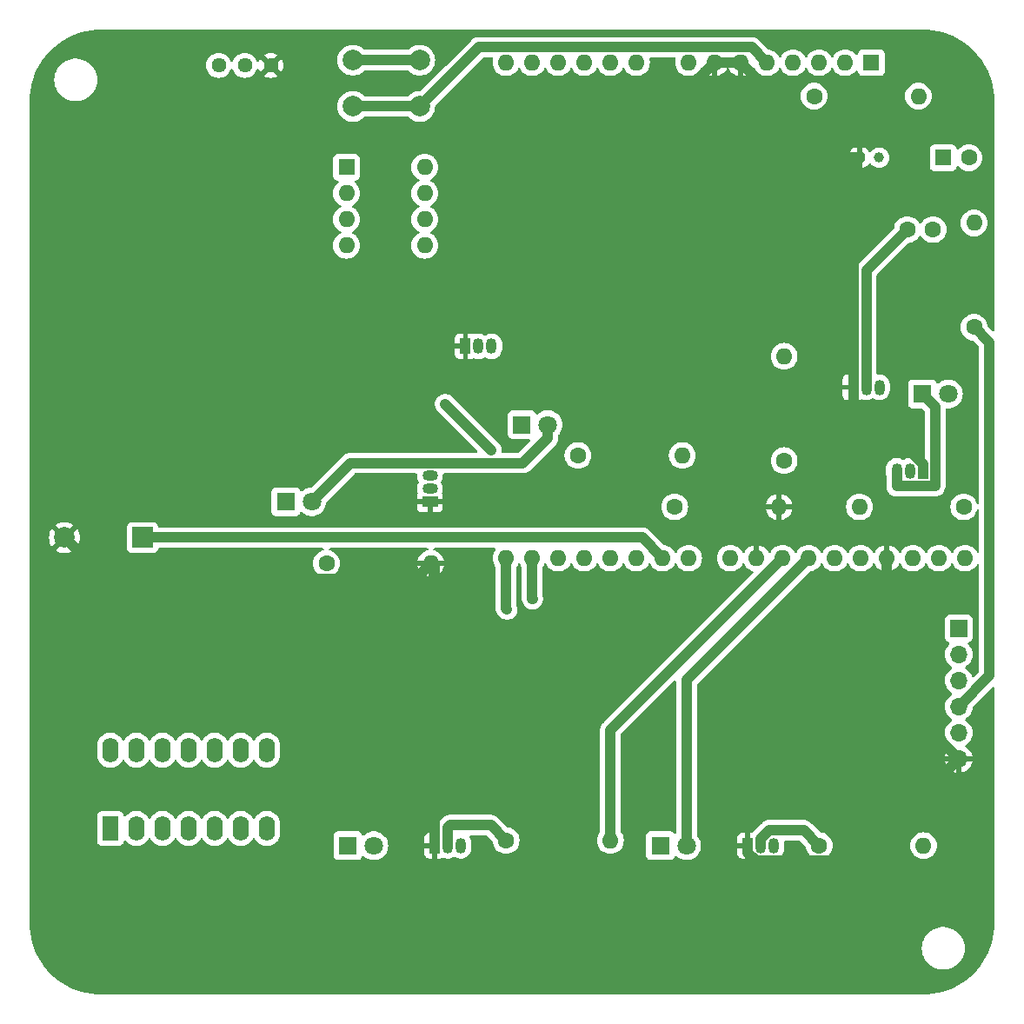
<source format=gbr>
%TF.GenerationSoftware,KiCad,Pcbnew,8.0.6*%
%TF.CreationDate,2025-03-20T16:43:12-06:00*%
%TF.ProjectId,Invitaci_nTDS_general,496e7669-7461-4636-99f3-6e5444535f67,rev?*%
%TF.SameCoordinates,Original*%
%TF.FileFunction,Copper,L2,Bot*%
%TF.FilePolarity,Positive*%
%FSLAX46Y46*%
G04 Gerber Fmt 4.6, Leading zero omitted, Abs format (unit mm)*
G04 Created by KiCad (PCBNEW 8.0.6) date 2025-03-20 16:43:12*
%MOMM*%
%LPD*%
G01*
G04 APERTURE LIST*
G04 Aperture macros list*
%AMRoundRect*
0 Rectangle with rounded corners*
0 $1 Rounding radius*
0 $2 $3 $4 $5 $6 $7 $8 $9 X,Y pos of 4 corners*
0 Add a 4 corners polygon primitive as box body*
4,1,4,$2,$3,$4,$5,$6,$7,$8,$9,$2,$3,0*
0 Add four circle primitives for the rounded corners*
1,1,$1+$1,$2,$3*
1,1,$1+$1,$4,$5*
1,1,$1+$1,$6,$7*
1,1,$1+$1,$8,$9*
0 Add four rect primitives between the rounded corners*
20,1,$1+$1,$2,$3,$4,$5,0*
20,1,$1+$1,$4,$5,$6,$7,0*
20,1,$1+$1,$6,$7,$8,$9,0*
20,1,$1+$1,$8,$9,$2,$3,0*%
G04 Aperture macros list end*
%TA.AperFunction,ComponentPad*%
%ADD10C,1.600000*%
%TD*%
%TA.AperFunction,ComponentPad*%
%ADD11O,1.600000X1.600000*%
%TD*%
%TA.AperFunction,ComponentPad*%
%ADD12R,1.800000X1.800000*%
%TD*%
%TA.AperFunction,ComponentPad*%
%ADD13C,1.800000*%
%TD*%
%TA.AperFunction,ComponentPad*%
%ADD14RoundRect,0.250000X-0.250000X-0.250000X0.250000X-0.250000X0.250000X0.250000X-0.250000X0.250000X0*%
%TD*%
%TA.AperFunction,ComponentPad*%
%ADD15C,1.000000*%
%TD*%
%TA.AperFunction,ComponentPad*%
%ADD16R,1.050000X1.500000*%
%TD*%
%TA.AperFunction,ComponentPad*%
%ADD17O,1.050000X1.500000*%
%TD*%
%TA.AperFunction,ComponentPad*%
%ADD18R,1.500000X1.050000*%
%TD*%
%TA.AperFunction,ComponentPad*%
%ADD19O,1.500000X1.050000*%
%TD*%
%TA.AperFunction,ComponentPad*%
%ADD20R,1.600000X1.600000*%
%TD*%
%TA.AperFunction,ComponentPad*%
%ADD21R,1.600000X2.400000*%
%TD*%
%TA.AperFunction,ComponentPad*%
%ADD22O,1.600000X2.400000*%
%TD*%
%TA.AperFunction,ComponentPad*%
%ADD23C,1.440000*%
%TD*%
%TA.AperFunction,ComponentPad*%
%ADD24R,1.700000X1.700000*%
%TD*%
%TA.AperFunction,ComponentPad*%
%ADD25O,1.700000X1.700000*%
%TD*%
%TA.AperFunction,ComponentPad*%
%ADD26R,2.000000X2.000000*%
%TD*%
%TA.AperFunction,ComponentPad*%
%ADD27C,2.000000*%
%TD*%
%TA.AperFunction,ViaPad*%
%ADD28C,0.600000*%
%TD*%
%TA.AperFunction,Conductor*%
%ADD29C,1.000000*%
%TD*%
G04 APERTURE END LIST*
D10*
%TO.P,R1,1*%
%TO.N,Net-(Q1-B)*%
X94420000Y-102500000D03*
D11*
%TO.P,R1,2*%
%TO.N,GND*%
X104580000Y-102500000D03*
%TD*%
D12*
%TO.P,D4,1,K*%
%TO.N,Net-(D4-K)*%
X113460000Y-89000000D03*
D13*
%TO.P,D4,2,A*%
%TO.N,/LEDSchem/PinName*%
X116000000Y-89000000D03*
%TD*%
D10*
%TO.P,R9,1*%
%TO.N,Net-(A1-+5V)*%
X141920000Y-57000000D03*
D11*
%TO.P,R9,2*%
%TO.N,Net-(MK1-+)*%
X152080000Y-57000000D03*
%TD*%
D10*
%TO.P,R5,1*%
%TO.N,Net-(Q5-B)*%
X142420000Y-130000000D03*
D11*
%TO.P,R5,2*%
%TO.N,/LEDSchem/PinName*%
X152580000Y-130000000D03*
%TD*%
D10*
%TO.P,R10,1*%
%TO.N,Net-(A1-D2)*%
X128340000Y-97000000D03*
D11*
%TO.P,R10,2*%
%TO.N,GND*%
X138500000Y-97000000D03*
%TD*%
D14*
%TO.P,MK1,1,-*%
%TO.N,GND*%
X146332500Y-63000000D03*
D15*
%TO.P,MK1,2,+*%
%TO.N,Net-(MK1-+)*%
X148232500Y-63000000D03*
%TD*%
D16*
%TO.P,Q2,1,E*%
%TO.N,GND*%
X152500000Y-93500000D03*
D17*
%TO.P,Q2,2,B*%
%TO.N,Net-(Q2-B)*%
X151230000Y-93500000D03*
%TO.P,Q2,3,C*%
%TO.N,Net-(D2-K)*%
X149960000Y-93500000D03*
%TD*%
D18*
%TO.P,Q1,1,E*%
%TO.N,GND*%
X104500000Y-96500000D03*
D19*
%TO.P,Q1,2,B*%
%TO.N,Net-(Q1-B)*%
X104500000Y-95230000D03*
%TO.P,Q1,3,C*%
%TO.N,Net-(D1-K)*%
X104500000Y-93960000D03*
%TD*%
D10*
%TO.P,C1,1*%
%TO.N,Net-(Q7-B)*%
X151000000Y-70000000D03*
%TO.P,C1,2*%
%TO.N,Net-(MK1-+)*%
X153500000Y-70000000D03*
%TD*%
D20*
%TO.P,U1,1*%
%TO.N,unconnected-(U1-Pad1)*%
X96380000Y-63920000D03*
D11*
%TO.P,U1,2,-*%
%TO.N,unconnected-(U1A---Pad2)*%
X96380000Y-66460000D03*
%TO.P,U1,3,+*%
%TO.N,unconnected-(U1A-+-Pad3)*%
X96380000Y-69000000D03*
%TO.P,U1,4,V-*%
%TO.N,unconnected-(U1C-V--Pad4)*%
X96380000Y-71540000D03*
%TO.P,U1,5,+*%
%TO.N,unconnected-(U1B-+-Pad5)*%
X104000000Y-71540000D03*
%TO.P,U1,6,-*%
%TO.N,unconnected-(U1B---Pad6)*%
X104000000Y-69000000D03*
%TO.P,U1,7*%
%TO.N,unconnected-(U1-Pad7)*%
X104000000Y-66460000D03*
%TO.P,U1,8,V+*%
%TO.N,unconnected-(U1C-V+-Pad8)*%
X104000000Y-63920000D03*
%TD*%
D12*
%TO.P,D2,1,K*%
%TO.N,Net-(D2-K)*%
X152460000Y-86000000D03*
D13*
%TO.P,D2,2,A*%
%TO.N,/LEDSchem/PinName*%
X155000000Y-86000000D03*
%TD*%
D16*
%TO.P,Q7,1,E*%
%TO.N,GND*%
X145730000Y-85360000D03*
D17*
%TO.P,Q7,2,B*%
%TO.N,Net-(Q7-B)*%
X147000000Y-85360000D03*
%TO.P,Q7,3,C*%
%TO.N,Net-(Q7-C)*%
X148270000Y-85360000D03*
%TD*%
D12*
%TO.P,D1,1,K*%
%TO.N,Net-(D1-K)*%
X90460000Y-96500000D03*
D13*
%TO.P,D1,2,A*%
%TO.N,/LEDSchem/PinName*%
X93000000Y-96500000D03*
%TD*%
D21*
%TO.P,U2,1*%
%TO.N,unconnected-(U2-Pad1)*%
X73375000Y-128325000D03*
D22*
%TO.P,U2,2*%
%TO.N,unconnected-(U2-Pad2)*%
X75915000Y-128325000D03*
%TO.P,U2,3*%
%TO.N,unconnected-(U2-Pad3)*%
X78455000Y-128325000D03*
%TO.P,U2,4*%
%TO.N,unconnected-(U2-Pad4)*%
X80995000Y-128325000D03*
%TO.P,U2,5*%
%TO.N,unconnected-(U2-Pad5)*%
X83535000Y-128325000D03*
%TO.P,U2,6*%
%TO.N,unconnected-(U2-Pad6)*%
X86075000Y-128325000D03*
%TO.P,U2,7,GND*%
%TO.N,unconnected-(U2E-GND-Pad7)*%
X88615000Y-128325000D03*
%TO.P,U2,8*%
%TO.N,unconnected-(U2-Pad8)*%
X88615000Y-120705000D03*
%TO.P,U2,9*%
%TO.N,unconnected-(U2-Pad9)*%
X86075000Y-120705000D03*
%TO.P,U2,10*%
%TO.N,unconnected-(U2-Pad10)*%
X83535000Y-120705000D03*
%TO.P,U2,11*%
%TO.N,unconnected-(U2-Pad11)*%
X80995000Y-120705000D03*
%TO.P,U2,12*%
%TO.N,unconnected-(U2-Pad12)*%
X78455000Y-120705000D03*
%TO.P,U2,13*%
%TO.N,unconnected-(U2-Pad13)*%
X75915000Y-120705000D03*
%TO.P,U2,14,VCC*%
%TO.N,unconnected-(U2E-VCC-Pad14)*%
X73375000Y-120705000D03*
%TD*%
D12*
%TO.P,D3,1,K*%
%TO.N,Net-(D3-K)*%
X96500000Y-130000000D03*
D13*
%TO.P,D3,2,A*%
%TO.N,/LEDSchem/PinName*%
X99040000Y-130000000D03*
%TD*%
D23*
%TO.P,RV1,1,1*%
%TO.N,Net-(A1-+5V)*%
X83920000Y-54000000D03*
%TO.P,RV1,2,2*%
%TO.N,Net-(A1-A1)*%
X86460000Y-54000000D03*
%TO.P,RV1,3,3*%
%TO.N,GND*%
X89000000Y-54000000D03*
%TD*%
D16*
%TO.P,Q5,1,E*%
%TO.N,GND*%
X135460000Y-130000000D03*
D17*
%TO.P,Q5,2,B*%
%TO.N,Net-(Q5-B)*%
X136730000Y-130000000D03*
%TO.P,Q5,3,C*%
%TO.N,Net-(D5-K)*%
X138000000Y-130000000D03*
%TD*%
D24*
%TO.P,J2,1,Pin_1*%
%TO.N,unconnected-(J2-Pin_1-Pad1)*%
X156000000Y-108840000D03*
D25*
%TO.P,J2,2,Pin_2*%
%TO.N,Net-(A1-D1{slash}TX)*%
X156000000Y-111380000D03*
%TO.P,J2,3,Pin_3*%
%TO.N,Net-(A1-D0{slash}RX)*%
X156000000Y-113920000D03*
%TO.P,J2,4,Pin_4*%
%TO.N,Net-(A1-+5V)*%
X156000000Y-116460000D03*
%TO.P,J2,5,Pin_5*%
%TO.N,unconnected-(J2-Pin_5-Pad5)*%
X156000000Y-119000000D03*
%TO.P,J2,6,Pin_6*%
%TO.N,GND*%
X156000000Y-121540000D03*
%TD*%
D16*
%TO.P,Q3,1,E*%
%TO.N,GND*%
X104960000Y-130000000D03*
D17*
%TO.P,Q3,2,B*%
%TO.N,Net-(Q3-B)*%
X106230000Y-130000000D03*
%TO.P,Q3,3,C*%
%TO.N,Net-(D3-K)*%
X107500000Y-130000000D03*
%TD*%
D10*
%TO.P,R3,1*%
%TO.N,Net-(Q3-B)*%
X111920000Y-129500000D03*
D11*
%TO.P,R3,2*%
%TO.N,/LEDSchem2/PinName*%
X122080000Y-129500000D03*
%TD*%
D26*
%TO.P,BZ1,1,+*%
%TO.N,Net-(A1-D6)*%
X76500000Y-100000000D03*
D27*
%TO.P,BZ1,2,-*%
%TO.N,GND*%
X68900000Y-100000000D03*
%TD*%
%TO.P,SW1,1,1*%
%TO.N,Net-(A1-D2)*%
X97000000Y-53500000D03*
X103500000Y-53500000D03*
%TO.P,SW1,2,2*%
%TO.N,Net-(A1-+5V)*%
X97000000Y-58000000D03*
X103500000Y-58000000D03*
%TD*%
D10*
%TO.P,R7,1*%
%TO.N,Net-(A1-+5V)*%
X157500000Y-79500000D03*
D11*
%TO.P,R7,2*%
%TO.N,Net-(Q7-C)*%
X157500000Y-69340000D03*
%TD*%
D12*
%TO.P,D5,1,K*%
%TO.N,Net-(D5-K)*%
X126960000Y-130000000D03*
D13*
%TO.P,D5,2,A*%
%TO.N,/LEDSchem/PinName*%
X129500000Y-130000000D03*
%TD*%
D20*
%TO.P,C2,1*%
%TO.N,Net-(Q7-C)*%
X154500000Y-63000000D03*
D10*
%TO.P,C2,2*%
%TO.N,Net-(A1-A0)*%
X157000000Y-63000000D03*
%TD*%
%TO.P,R4,1*%
%TO.N,Net-(Q4-B)*%
X118920000Y-92000000D03*
D11*
%TO.P,R4,2*%
%TO.N,/LEDSchem/PinName*%
X129080000Y-92000000D03*
%TD*%
D16*
%TO.P,Q4,1,E*%
%TO.N,GND*%
X107960000Y-81360000D03*
D17*
%TO.P,Q4,2,B*%
%TO.N,Net-(Q4-B)*%
X109230000Y-81360000D03*
%TO.P,Q4,3,C*%
%TO.N,Net-(D4-K)*%
X110500000Y-81360000D03*
%TD*%
D10*
%TO.P,R8,1*%
%TO.N,Net-(Q7-C)*%
X139000000Y-92500000D03*
D11*
%TO.P,R8,2*%
%TO.N,Net-(Q7-B)*%
X139000000Y-82340000D03*
%TD*%
D10*
%TO.P,R2,1*%
%TO.N,Net-(Q2-B)*%
X156500000Y-97000000D03*
D11*
%TO.P,R2,2*%
%TO.N,/LEDSchem/PinName*%
X146340000Y-97000000D03*
%TD*%
%TO.P,A1,32,SCL/A5*%
%TO.N,unconnected-(A1-SCL{slash}A5-Pad32)*%
X156620000Y-102000000D03*
%TO.P,A1,31,SDA/A4*%
%TO.N,unconnected-(A1-SDA{slash}A4-Pad31)*%
X154080000Y-102000000D03*
%TO.P,A1,30,AREF*%
%TO.N,unconnected-(A1-AREF-Pad30)*%
X151540000Y-102000000D03*
%TO.P,A1,29,GND*%
%TO.N,GND*%
X149000000Y-102000000D03*
%TO.P,A1,28,D13*%
%TO.N,/LEDSchem5/PinName*%
X146460000Y-102000000D03*
%TO.P,A1,27,D12*%
%TO.N,/LEDSchem/PinName*%
X143920000Y-102000000D03*
%TO.P,A1,26,D11*%
X141380000Y-102000000D03*
%TO.P,A1,25,D10*%
%TO.N,/LEDSchem2/PinName*%
X138840000Y-102000000D03*
%TO.P,A1,24,D9*%
%TO.N,GND*%
X136300000Y-102000000D03*
%TO.P,A1,23,D8*%
%TO.N,/LEDSchem/PinName*%
X133760000Y-102000000D03*
%TO.P,A1,22,D7*%
%TO.N,unconnected-(A1-D7-Pad22)*%
X129700000Y-102000000D03*
%TO.P,A1,21,D6*%
%TO.N,Net-(A1-D6)*%
X127160000Y-102000000D03*
%TO.P,A1,20,D5*%
%TO.N,Net-(A1-D5)*%
X124620000Y-102000000D03*
%TO.P,A1,19,D4*%
%TO.N,unconnected-(A1-D4-Pad19)*%
X122080000Y-102000000D03*
%TO.P,A1,18,D3*%
%TO.N,unconnected-(A1-D3-Pad18)*%
X119540000Y-102000000D03*
%TO.P,A1,17,D2*%
%TO.N,Net-(A1-D2)*%
X117000000Y-102000000D03*
%TO.P,A1,16,D1/TX*%
%TO.N,Net-(A1-D1{slash}TX)*%
X114460000Y-102000000D03*
%TO.P,A1,15,D0/RX*%
%TO.N,Net-(A1-D0{slash}RX)*%
X111920000Y-102000000D03*
%TO.P,A1,14,SCL/A5*%
%TO.N,unconnected-(A1-SCL{slash}A5-Pad14)*%
X111920000Y-53740000D03*
%TO.P,A1,13,SDA/A4*%
%TO.N,unconnected-(A1-SDA{slash}A4-Pad13)*%
X114460000Y-53740000D03*
%TO.P,A1,12,A3*%
%TO.N,unconnected-(A1-A3-Pad12)*%
X117000000Y-53740000D03*
%TO.P,A1,11,A2*%
%TO.N,unconnected-(A1-A2-Pad11)*%
X119540000Y-53740000D03*
%TO.P,A1,10,A1*%
%TO.N,Net-(A1-A1)*%
X122080000Y-53740000D03*
%TO.P,A1,9,A0*%
%TO.N,Net-(A1-A0)*%
X124620000Y-53740000D03*
%TO.P,A1,8,VIN*%
%TO.N,/LEDSchem/PinName*%
X129700000Y-53740000D03*
%TO.P,A1,7,GND*%
%TO.N,GND*%
X132240000Y-53740000D03*
%TO.P,A1,6,GND*%
X134780000Y-53740000D03*
%TO.P,A1,5,+5V*%
%TO.N,Net-(A1-+5V)*%
X137320000Y-53740000D03*
%TO.P,A1,4,3V3*%
%TO.N,Net-(A1-3V3)*%
X139860000Y-53740000D03*
%TO.P,A1,3,~{RESET}*%
%TO.N,Net-(A1-~{RESET})*%
X142400000Y-53740000D03*
%TO.P,A1,2,IOREF*%
%TO.N,Net-(A1-IOREF)*%
X144940000Y-53740000D03*
D20*
%TO.P,A1,1,NC*%
%TO.N,unconnected-(A1-NC-Pad1)*%
X147480000Y-53740000D03*
%TD*%
D28*
%TO.N,GND*%
X152000000Y-99000000D03*
X155500000Y-95500000D03*
X93500000Y-56000000D03*
%TO.N,Net-(A1-D1{slash}TX)*%
X114500000Y-106000000D03*
%TO.N,Net-(A1-D2)*%
X106000000Y-87000000D03*
X110500000Y-91500000D03*
%TO.N,Net-(A1-D0{slash}RX)*%
X112000000Y-107000000D03*
%TD*%
D29*
%TO.N,Net-(A1-+5V)*%
X159000000Y-113460000D02*
X159000000Y-81000000D01*
X103500000Y-58000000D02*
X97000000Y-58000000D01*
X109260000Y-52240000D02*
X103500000Y-58000000D01*
X137320000Y-53740000D02*
X135820000Y-52240000D01*
X156000000Y-116460000D02*
X159000000Y-113460000D01*
X159000000Y-81000000D02*
X157500000Y-79500000D01*
X135820000Y-52240000D02*
X109260000Y-52240000D01*
%TO.N,GND*%
X135460000Y-130687412D02*
X136272588Y-131500000D01*
X152500000Y-92812588D02*
X152500000Y-93500000D01*
X146332500Y-63000000D02*
X144040000Y-63000000D01*
X134780000Y-53740000D02*
X132240000Y-53740000D01*
X136272588Y-131500000D02*
X146040000Y-131500000D01*
X103080000Y-104000000D02*
X104580000Y-102500000D01*
X104960000Y-102880000D02*
X104580000Y-102500000D01*
X93500000Y-56000000D02*
X93500000Y-57500000D01*
X146744824Y-87057412D02*
X152500000Y-92812588D01*
X156000000Y-121540000D02*
X149000000Y-114540000D01*
X146332500Y-63000000D02*
X145730000Y-63602500D01*
X96000000Y-60000000D02*
X125980000Y-60000000D01*
X145730000Y-87057412D02*
X146744824Y-87057412D01*
X145730000Y-85360000D02*
X145730000Y-87057412D01*
X146040000Y-131500000D02*
X156000000Y-121540000D01*
X145730000Y-63602500D02*
X145730000Y-85360000D01*
X152000000Y-99000000D02*
X155250000Y-95750000D01*
X125980000Y-60000000D02*
X132240000Y-53740000D01*
X68900000Y-100000000D02*
X72900000Y-104000000D01*
X155250000Y-95750000D02*
X155500000Y-95500000D01*
X144040000Y-63000000D02*
X134780000Y-53740000D01*
X104960000Y-130000000D02*
X104960000Y-102880000D01*
X93500000Y-57500000D02*
X96000000Y-60000000D01*
X149000000Y-114540000D02*
X149000000Y-102000000D01*
X72900000Y-104000000D02*
X103080000Y-104000000D01*
X135460000Y-130000000D02*
X135460000Y-130687412D01*
%TO.N,Net-(A1-D1{slash}TX)*%
X114460000Y-105960000D02*
X114500000Y-106000000D01*
X114460000Y-102000000D02*
X114460000Y-105960000D01*
%TO.N,/LEDSchem/PinName*%
X93000000Y-96500000D02*
X96765000Y-92735000D01*
X113537792Y-92735000D02*
X116000000Y-90272792D01*
X129500000Y-113880000D02*
X141380000Y-102000000D01*
X116000000Y-90272792D02*
X116000000Y-89000000D01*
X96765000Y-92735000D02*
X113537792Y-92735000D01*
X129500000Y-130000000D02*
X129500000Y-113880000D01*
%TO.N,/LEDSchem2/PinName*%
X122080000Y-129500000D02*
X122080000Y-118760000D01*
X122080000Y-118760000D02*
X138840000Y-102000000D01*
%TO.N,Net-(A1-D2)*%
X106000000Y-87000000D02*
X110500000Y-91500000D01*
X103500000Y-53500000D02*
X97000000Y-53500000D01*
%TO.N,Net-(A1-D6)*%
X76500000Y-100000000D02*
X125160000Y-100000000D01*
X125160000Y-100000000D02*
X127160000Y-102000000D01*
%TO.N,Net-(A1-D0{slash}RX)*%
X111920000Y-106920000D02*
X112000000Y-107000000D01*
X111920000Y-102000000D02*
X111920000Y-106920000D01*
%TO.N,Net-(Q7-B)*%
X147000000Y-74000000D02*
X147000000Y-85360000D01*
X151000000Y-70000000D02*
X147000000Y-74000000D01*
%TO.N,Net-(D2-K)*%
X153725000Y-94950000D02*
X153675000Y-95000000D01*
X153675000Y-95000000D02*
X150000000Y-95000000D01*
X149960000Y-94960000D02*
X149960000Y-93500000D01*
X152460000Y-86000000D02*
X153725000Y-87265000D01*
X150000000Y-95000000D02*
X149960000Y-94960000D01*
X153725000Y-87265000D02*
X153725000Y-94950000D01*
%TO.N,Net-(Q3-B)*%
X106230000Y-130000000D02*
X106230000Y-128250000D01*
X106480000Y-128000000D02*
X110420000Y-128000000D01*
X110420000Y-128000000D02*
X111920000Y-129500000D01*
X106230000Y-128250000D02*
X106480000Y-128000000D01*
%TO.N,Net-(Q5-B)*%
X136730000Y-130000000D02*
X136730000Y-129312588D01*
X137542588Y-128500000D02*
X140920000Y-128500000D01*
X140920000Y-128500000D02*
X142420000Y-130000000D01*
X136730000Y-129312588D02*
X137542588Y-128500000D01*
%TD*%
%TA.AperFunction,Conductor*%
%TO.N,GND*%
G36*
X134314075Y-53547007D02*
G01*
X134280000Y-53674174D01*
X134280000Y-53805826D01*
X134314075Y-53932993D01*
X134346988Y-53990000D01*
X132673012Y-53990000D01*
X132705925Y-53932993D01*
X132740000Y-53805826D01*
X132740000Y-53674174D01*
X132705925Y-53547007D01*
X132673012Y-53490000D01*
X134346988Y-53490000D01*
X134314075Y-53547007D01*
G37*
%TD.AperFunction*%
%TA.AperFunction,Conductor*%
G36*
X152502211Y-50500578D02*
G01*
X152994924Y-50518176D01*
X153003717Y-50518804D01*
X153491755Y-50571274D01*
X153500471Y-50572527D01*
X153983520Y-50659679D01*
X153992128Y-50661552D01*
X154467713Y-50782938D01*
X154476177Y-50785423D01*
X154941866Y-50940419D01*
X154950160Y-50943512D01*
X155403602Y-51131335D01*
X155411653Y-51135012D01*
X155697200Y-51277946D01*
X155850551Y-51354708D01*
X155858287Y-51358931D01*
X156280432Y-51609401D01*
X156287842Y-51614164D01*
X156535063Y-51785813D01*
X156691001Y-51894083D01*
X156698087Y-51899387D01*
X156822320Y-51999500D01*
X157080257Y-52207358D01*
X157086933Y-52213143D01*
X157266546Y-52380368D01*
X157446152Y-52547588D01*
X157452411Y-52553847D01*
X157479046Y-52582455D01*
X157767362Y-52892128D01*
X157786850Y-52913059D01*
X157792643Y-52919745D01*
X157808142Y-52938977D01*
X158100612Y-53301912D01*
X158105916Y-53308998D01*
X158301152Y-53590190D01*
X158363452Y-53679920D01*
X158385827Y-53712145D01*
X158390602Y-53719574D01*
X158641062Y-54141703D01*
X158645294Y-54149453D01*
X158864987Y-54588346D01*
X158868664Y-54596397D01*
X159056487Y-55049839D01*
X159059580Y-55058133D01*
X159214571Y-55523807D01*
X159217065Y-55532300D01*
X159338442Y-56007851D01*
X159340324Y-56016500D01*
X159427468Y-56499505D01*
X159428728Y-56508267D01*
X159481193Y-56996264D01*
X159481824Y-57005093D01*
X159499421Y-57497788D01*
X159499500Y-57502214D01*
X159499500Y-79785217D01*
X159479815Y-79852256D01*
X159427011Y-79898011D01*
X159357853Y-79907955D01*
X159294297Y-79878930D01*
X159287819Y-79872898D01*
X158826887Y-79411966D01*
X158793402Y-79350643D01*
X158791040Y-79335092D01*
X158785635Y-79273313D01*
X158785635Y-79273308D01*
X158726739Y-79053504D01*
X158630568Y-78847266D01*
X158500047Y-78660861D01*
X158500045Y-78660858D01*
X158339141Y-78499954D01*
X158152734Y-78369432D01*
X158152732Y-78369431D01*
X157946497Y-78273261D01*
X157946488Y-78273258D01*
X157726697Y-78214366D01*
X157726693Y-78214365D01*
X157726692Y-78214365D01*
X157726691Y-78214364D01*
X157726686Y-78214364D01*
X157500002Y-78194532D01*
X157499998Y-78194532D01*
X157273313Y-78214364D01*
X157273302Y-78214366D01*
X157053511Y-78273258D01*
X157053502Y-78273261D01*
X156847267Y-78369431D01*
X156847265Y-78369432D01*
X156660858Y-78499954D01*
X156499954Y-78660858D01*
X156369432Y-78847265D01*
X156369431Y-78847267D01*
X156273261Y-79053502D01*
X156273258Y-79053511D01*
X156214366Y-79273302D01*
X156214364Y-79273313D01*
X156194532Y-79499998D01*
X156194532Y-79500001D01*
X156214364Y-79726686D01*
X156214366Y-79726697D01*
X156273258Y-79946488D01*
X156273261Y-79946497D01*
X156369431Y-80152732D01*
X156369432Y-80152734D01*
X156499954Y-80339141D01*
X156660858Y-80500045D01*
X156660861Y-80500047D01*
X156847266Y-80630568D01*
X157053504Y-80726739D01*
X157273308Y-80785635D01*
X157335093Y-80791040D01*
X157400161Y-80816492D01*
X157411966Y-80826887D01*
X157963181Y-81378101D01*
X157996666Y-81439424D01*
X157999500Y-81465782D01*
X157999500Y-96629588D01*
X157979815Y-96696627D01*
X157927011Y-96742382D01*
X157857853Y-96752326D01*
X157794297Y-96723301D01*
X157756523Y-96664523D01*
X157755725Y-96661681D01*
X157726741Y-96553511D01*
X157726738Y-96553502D01*
X157724811Y-96549370D01*
X157630568Y-96347266D01*
X157500047Y-96160861D01*
X157500045Y-96160858D01*
X157339141Y-95999954D01*
X157152734Y-95869432D01*
X157152732Y-95869431D01*
X156946497Y-95773261D01*
X156946488Y-95773258D01*
X156726697Y-95714366D01*
X156726693Y-95714365D01*
X156726692Y-95714365D01*
X156726691Y-95714364D01*
X156726686Y-95714364D01*
X156500002Y-95694532D01*
X156499998Y-95694532D01*
X156273313Y-95714364D01*
X156273302Y-95714366D01*
X156053511Y-95773258D01*
X156053502Y-95773261D01*
X155847267Y-95869431D01*
X155847265Y-95869432D01*
X155660858Y-95999954D01*
X155499954Y-96160858D01*
X155369432Y-96347265D01*
X155369431Y-96347267D01*
X155273261Y-96553502D01*
X155273258Y-96553511D01*
X155214366Y-96773302D01*
X155214364Y-96773313D01*
X155194532Y-96999998D01*
X155194532Y-97000001D01*
X155214364Y-97226686D01*
X155214366Y-97226697D01*
X155273258Y-97446488D01*
X155273261Y-97446497D01*
X155369431Y-97652732D01*
X155369432Y-97652734D01*
X155499954Y-97839141D01*
X155660858Y-98000045D01*
X155660861Y-98000047D01*
X155847266Y-98130568D01*
X156053504Y-98226739D01*
X156273308Y-98285635D01*
X156435230Y-98299801D01*
X156499998Y-98305468D01*
X156500000Y-98305468D01*
X156500002Y-98305468D01*
X156556673Y-98300509D01*
X156726692Y-98285635D01*
X156946496Y-98226739D01*
X157152734Y-98130568D01*
X157339139Y-98000047D01*
X157500047Y-97839139D01*
X157630568Y-97652734D01*
X157726739Y-97446496D01*
X157755725Y-97338317D01*
X157792090Y-97278657D01*
X157854936Y-97248128D01*
X157924312Y-97256422D01*
X157978190Y-97300908D01*
X157999465Y-97367459D01*
X157999500Y-97370411D01*
X157999500Y-101321774D01*
X157979815Y-101388813D01*
X157927011Y-101434568D01*
X157857853Y-101444512D01*
X157794297Y-101415487D01*
X157763119Y-101374180D01*
X157750571Y-101347272D01*
X157750567Y-101347265D01*
X157750566Y-101347264D01*
X157644387Y-101195623D01*
X157620045Y-101160858D01*
X157459141Y-100999954D01*
X157272734Y-100869432D01*
X157272732Y-100869431D01*
X157066497Y-100773261D01*
X157066488Y-100773258D01*
X156846697Y-100714366D01*
X156846693Y-100714365D01*
X156846692Y-100714365D01*
X156846691Y-100714364D01*
X156846686Y-100714364D01*
X156620002Y-100694532D01*
X156619998Y-100694532D01*
X156393313Y-100714364D01*
X156393302Y-100714366D01*
X156173511Y-100773258D01*
X156173502Y-100773261D01*
X155967267Y-100869431D01*
X155967265Y-100869432D01*
X155780858Y-100999954D01*
X155619954Y-101160858D01*
X155489432Y-101347265D01*
X155489431Y-101347267D01*
X155462382Y-101405275D01*
X155416209Y-101457714D01*
X155349016Y-101476866D01*
X155282135Y-101456650D01*
X155237618Y-101405275D01*
X155229942Y-101388813D01*
X155210568Y-101347266D01*
X155104387Y-101195623D01*
X155080045Y-101160858D01*
X154919141Y-100999954D01*
X154732734Y-100869432D01*
X154732732Y-100869431D01*
X154526497Y-100773261D01*
X154526488Y-100773258D01*
X154306697Y-100714366D01*
X154306693Y-100714365D01*
X154306692Y-100714365D01*
X154306691Y-100714364D01*
X154306686Y-100714364D01*
X154080002Y-100694532D01*
X154079998Y-100694532D01*
X153853313Y-100714364D01*
X153853302Y-100714366D01*
X153633511Y-100773258D01*
X153633502Y-100773261D01*
X153427267Y-100869431D01*
X153427265Y-100869432D01*
X153240858Y-100999954D01*
X153079954Y-101160858D01*
X152949432Y-101347265D01*
X152949431Y-101347267D01*
X152922382Y-101405275D01*
X152876209Y-101457714D01*
X152809016Y-101476866D01*
X152742135Y-101456650D01*
X152697618Y-101405275D01*
X152689942Y-101388813D01*
X152670568Y-101347266D01*
X152564387Y-101195623D01*
X152540045Y-101160858D01*
X152379141Y-100999954D01*
X152192734Y-100869432D01*
X152192732Y-100869431D01*
X151986497Y-100773261D01*
X151986488Y-100773258D01*
X151766697Y-100714366D01*
X151766693Y-100714365D01*
X151766692Y-100714365D01*
X151766691Y-100714364D01*
X151766686Y-100714364D01*
X151540002Y-100694532D01*
X151539998Y-100694532D01*
X151313313Y-100714364D01*
X151313302Y-100714366D01*
X151093511Y-100773258D01*
X151093502Y-100773261D01*
X150887267Y-100869431D01*
X150887265Y-100869432D01*
X150700858Y-100999954D01*
X150539954Y-101160858D01*
X150409433Y-101347264D01*
X150409432Y-101347266D01*
X150394929Y-101378369D01*
X150382106Y-101405867D01*
X150335933Y-101458306D01*
X150268739Y-101477457D01*
X150201858Y-101457241D01*
X150157342Y-101405865D01*
X150130135Y-101347520D01*
X150130134Y-101347518D01*
X149999657Y-101161179D01*
X149838820Y-101000342D01*
X149652482Y-100869865D01*
X149446328Y-100773734D01*
X149250000Y-100721127D01*
X149250000Y-101566988D01*
X149192993Y-101534075D01*
X149065826Y-101500000D01*
X148934174Y-101500000D01*
X148807007Y-101534075D01*
X148750000Y-101566988D01*
X148750000Y-100721127D01*
X148553671Y-100773734D01*
X148347517Y-100869865D01*
X148161179Y-101000342D01*
X148000342Y-101161179D01*
X147869867Y-101347515D01*
X147842657Y-101405867D01*
X147796484Y-101458306D01*
X147729290Y-101477457D01*
X147662409Y-101457241D01*
X147617893Y-101405865D01*
X147609941Y-101388813D01*
X147590568Y-101347266D01*
X147484387Y-101195623D01*
X147460045Y-101160858D01*
X147299141Y-100999954D01*
X147112734Y-100869432D01*
X147112732Y-100869431D01*
X146906497Y-100773261D01*
X146906488Y-100773258D01*
X146686697Y-100714366D01*
X146686693Y-100714365D01*
X146686692Y-100714365D01*
X146686691Y-100714364D01*
X146686686Y-100714364D01*
X146460002Y-100694532D01*
X146459998Y-100694532D01*
X146233313Y-100714364D01*
X146233302Y-100714366D01*
X146013511Y-100773258D01*
X146013502Y-100773261D01*
X145807267Y-100869431D01*
X145807265Y-100869432D01*
X145620858Y-100999954D01*
X145459954Y-101160858D01*
X145329432Y-101347265D01*
X145329431Y-101347267D01*
X145302382Y-101405275D01*
X145256209Y-101457714D01*
X145189016Y-101476866D01*
X145122135Y-101456650D01*
X145077618Y-101405275D01*
X145069942Y-101388813D01*
X145050568Y-101347266D01*
X144944387Y-101195623D01*
X144920045Y-101160858D01*
X144759141Y-100999954D01*
X144572734Y-100869432D01*
X144572732Y-100869431D01*
X144366497Y-100773261D01*
X144366488Y-100773258D01*
X144146697Y-100714366D01*
X144146693Y-100714365D01*
X144146692Y-100714365D01*
X144146691Y-100714364D01*
X144146686Y-100714364D01*
X143920002Y-100694532D01*
X143919998Y-100694532D01*
X143693313Y-100714364D01*
X143693302Y-100714366D01*
X143473511Y-100773258D01*
X143473502Y-100773261D01*
X143267267Y-100869431D01*
X143267265Y-100869432D01*
X143080858Y-100999954D01*
X142919954Y-101160858D01*
X142789432Y-101347265D01*
X142789431Y-101347267D01*
X142762382Y-101405275D01*
X142716209Y-101457714D01*
X142649016Y-101476866D01*
X142582135Y-101456650D01*
X142537618Y-101405275D01*
X142529942Y-101388813D01*
X142510568Y-101347266D01*
X142404387Y-101195623D01*
X142380045Y-101160858D01*
X142219141Y-100999954D01*
X142032734Y-100869432D01*
X142032732Y-100869431D01*
X141826497Y-100773261D01*
X141826488Y-100773258D01*
X141606697Y-100714366D01*
X141606693Y-100714365D01*
X141606692Y-100714365D01*
X141606691Y-100714364D01*
X141606686Y-100714364D01*
X141380002Y-100694532D01*
X141379998Y-100694532D01*
X141153313Y-100714364D01*
X141153302Y-100714366D01*
X140933511Y-100773258D01*
X140933502Y-100773261D01*
X140727267Y-100869431D01*
X140727265Y-100869432D01*
X140540858Y-100999954D01*
X140379954Y-101160858D01*
X140249432Y-101347265D01*
X140249431Y-101347267D01*
X140222382Y-101405275D01*
X140176209Y-101457714D01*
X140109016Y-101476866D01*
X140042135Y-101456650D01*
X139997618Y-101405275D01*
X139989942Y-101388813D01*
X139970568Y-101347266D01*
X139864387Y-101195623D01*
X139840045Y-101160858D01*
X139679141Y-100999954D01*
X139492734Y-100869432D01*
X139492732Y-100869431D01*
X139286497Y-100773261D01*
X139286488Y-100773258D01*
X139066697Y-100714366D01*
X139066693Y-100714365D01*
X139066692Y-100714365D01*
X139066691Y-100714364D01*
X139066686Y-100714364D01*
X138840002Y-100694532D01*
X138839998Y-100694532D01*
X138613313Y-100714364D01*
X138613302Y-100714366D01*
X138393511Y-100773258D01*
X138393502Y-100773261D01*
X138187267Y-100869431D01*
X138187265Y-100869432D01*
X138000858Y-100999954D01*
X137839954Y-101160858D01*
X137709433Y-101347264D01*
X137709432Y-101347266D01*
X137694929Y-101378369D01*
X137682106Y-101405867D01*
X137635933Y-101458306D01*
X137568739Y-101477457D01*
X137501858Y-101457241D01*
X137457342Y-101405865D01*
X137430135Y-101347520D01*
X137430134Y-101347518D01*
X137299657Y-101161179D01*
X137138820Y-101000342D01*
X136952482Y-100869865D01*
X136746328Y-100773734D01*
X136550000Y-100721127D01*
X136550000Y-101566988D01*
X136492993Y-101534075D01*
X136365826Y-101500000D01*
X136234174Y-101500000D01*
X136107007Y-101534075D01*
X136050000Y-101566988D01*
X136050000Y-100721127D01*
X135853671Y-100773734D01*
X135647517Y-100869865D01*
X135461179Y-101000342D01*
X135300342Y-101161179D01*
X135169867Y-101347515D01*
X135142657Y-101405867D01*
X135096484Y-101458306D01*
X135029290Y-101477457D01*
X134962409Y-101457241D01*
X134917893Y-101405865D01*
X134909941Y-101388813D01*
X134890568Y-101347266D01*
X134784387Y-101195623D01*
X134760045Y-101160858D01*
X134599141Y-100999954D01*
X134412734Y-100869432D01*
X134412732Y-100869431D01*
X134206497Y-100773261D01*
X134206488Y-100773258D01*
X133986697Y-100714366D01*
X133986693Y-100714365D01*
X133986692Y-100714365D01*
X133986691Y-100714364D01*
X133986686Y-100714364D01*
X133760002Y-100694532D01*
X133759998Y-100694532D01*
X133533313Y-100714364D01*
X133533302Y-100714366D01*
X133313511Y-100773258D01*
X133313502Y-100773261D01*
X133107267Y-100869431D01*
X133107265Y-100869432D01*
X132920858Y-100999954D01*
X132759954Y-101160858D01*
X132629432Y-101347265D01*
X132629431Y-101347267D01*
X132533261Y-101553502D01*
X132533258Y-101553511D01*
X132474366Y-101773302D01*
X132474364Y-101773313D01*
X132454532Y-101999998D01*
X132454532Y-102000001D01*
X132474364Y-102226686D01*
X132474366Y-102226697D01*
X132533258Y-102446488D01*
X132533261Y-102446497D01*
X132629431Y-102652732D01*
X132629432Y-102652734D01*
X132759954Y-102839141D01*
X132920858Y-103000045D01*
X132920861Y-103000047D01*
X133107266Y-103130568D01*
X133313504Y-103226739D01*
X133533308Y-103285635D01*
X133695230Y-103299801D01*
X133759998Y-103305468D01*
X133760000Y-103305468D01*
X133760002Y-103305468D01*
X133816673Y-103300509D01*
X133986692Y-103285635D01*
X134206496Y-103226739D01*
X134412734Y-103130568D01*
X134599139Y-103000047D01*
X134760047Y-102839139D01*
X134890568Y-102652734D01*
X134917895Y-102594129D01*
X134964064Y-102541695D01*
X135031257Y-102522542D01*
X135098139Y-102542757D01*
X135142657Y-102594133D01*
X135169865Y-102652482D01*
X135300342Y-102838820D01*
X135461179Y-102999657D01*
X135647517Y-103130134D01*
X135853673Y-103226265D01*
X135853682Y-103226269D01*
X135918418Y-103243615D01*
X135978079Y-103279980D01*
X136008608Y-103342827D01*
X136000313Y-103412202D01*
X135974006Y-103451071D01*
X125049659Y-114375420D01*
X121442220Y-117982859D01*
X121442218Y-117982861D01*
X121372538Y-118052540D01*
X121302859Y-118122219D01*
X121193371Y-118286079D01*
X121193364Y-118286092D01*
X121117950Y-118468160D01*
X121117947Y-118468170D01*
X121079500Y-118661456D01*
X121079500Y-128622410D01*
X121059815Y-128689449D01*
X121057076Y-128693532D01*
X120949431Y-128847267D01*
X120853261Y-129053502D01*
X120853258Y-129053511D01*
X120794366Y-129273302D01*
X120794364Y-129273313D01*
X120774532Y-129499998D01*
X120774532Y-129500001D01*
X120794364Y-129726686D01*
X120794366Y-129726697D01*
X120853258Y-129946488D01*
X120853261Y-129946497D01*
X120949431Y-130152732D01*
X120949432Y-130152734D01*
X121079954Y-130339141D01*
X121240858Y-130500045D01*
X121240861Y-130500047D01*
X121427266Y-130630568D01*
X121633504Y-130726739D01*
X121853308Y-130785635D01*
X122015230Y-130799801D01*
X122079998Y-130805468D01*
X122080000Y-130805468D01*
X122080002Y-130805468D01*
X122136673Y-130800509D01*
X122306692Y-130785635D01*
X122526496Y-130726739D01*
X122732734Y-130630568D01*
X122919139Y-130500047D01*
X123080047Y-130339139D01*
X123210568Y-130152734D01*
X123306739Y-129946496D01*
X123365635Y-129726692D01*
X123385468Y-129500000D01*
X123384476Y-129488666D01*
X123377297Y-129406610D01*
X123365635Y-129273308D01*
X123308301Y-129059333D01*
X123306741Y-129053511D01*
X123306738Y-129053502D01*
X123298959Y-129036819D01*
X123210568Y-128847266D01*
X123102924Y-128693532D01*
X123080597Y-128627326D01*
X123080500Y-128622410D01*
X123080500Y-119225781D01*
X123100185Y-119158742D01*
X123116814Y-119138105D01*
X128287819Y-113967099D01*
X128349142Y-113933615D01*
X128418834Y-113938599D01*
X128474767Y-113980471D01*
X128499184Y-114045935D01*
X128499500Y-114054781D01*
X128499500Y-128746538D01*
X128479815Y-128813577D01*
X128427011Y-128859332D01*
X128357853Y-128869276D01*
X128294297Y-128840251D01*
X128276234Y-128820850D01*
X128227988Y-128756403D01*
X128217546Y-128742454D01*
X128217544Y-128742453D01*
X128217544Y-128742452D01*
X128102335Y-128656206D01*
X128102328Y-128656202D01*
X127967482Y-128605908D01*
X127967483Y-128605908D01*
X127907883Y-128599501D01*
X127907881Y-128599500D01*
X127907873Y-128599500D01*
X127907864Y-128599500D01*
X126012129Y-128599500D01*
X126012123Y-128599501D01*
X125952516Y-128605908D01*
X125817671Y-128656202D01*
X125817664Y-128656206D01*
X125702455Y-128742452D01*
X125702452Y-128742455D01*
X125616206Y-128857664D01*
X125616202Y-128857671D01*
X125565908Y-128992517D01*
X125559501Y-129052116D01*
X125559500Y-129052135D01*
X125559500Y-130947870D01*
X125559501Y-130947876D01*
X125565908Y-131007483D01*
X125616202Y-131142328D01*
X125616206Y-131142335D01*
X125702452Y-131257544D01*
X125702455Y-131257547D01*
X125817664Y-131343793D01*
X125817671Y-131343797D01*
X125952517Y-131394091D01*
X125952516Y-131394091D01*
X125959444Y-131394835D01*
X126012127Y-131400500D01*
X127907872Y-131400499D01*
X127967483Y-131394091D01*
X128102331Y-131343796D01*
X128217546Y-131257546D01*
X128303796Y-131142331D01*
X128327009Y-131080095D01*
X128332455Y-131065493D01*
X128374326Y-131009559D01*
X128439790Y-130985141D01*
X128508063Y-130999992D01*
X128539866Y-131024843D01*
X128547302Y-131032920D01*
X128548215Y-131033912D01*
X128548222Y-131033918D01*
X128731365Y-131176464D01*
X128731371Y-131176468D01*
X128731374Y-131176470D01*
X128935497Y-131286936D01*
X128989479Y-131305468D01*
X129155015Y-131362297D01*
X129155017Y-131362297D01*
X129155019Y-131362298D01*
X129383951Y-131400500D01*
X129383952Y-131400500D01*
X129616048Y-131400500D01*
X129616049Y-131400500D01*
X129844981Y-131362298D01*
X130064503Y-131286936D01*
X130268626Y-131176470D01*
X130451784Y-131033913D01*
X130608979Y-130863153D01*
X130735924Y-130668849D01*
X130829157Y-130456300D01*
X130886134Y-130231305D01*
X130886516Y-130226697D01*
X130905300Y-130000006D01*
X130905300Y-129999993D01*
X130886135Y-129768702D01*
X130886133Y-129768691D01*
X130829157Y-129543699D01*
X130735924Y-129331151D01*
X130651647Y-129202155D01*
X134435000Y-129202155D01*
X134435000Y-129750000D01*
X135179670Y-129750000D01*
X135159925Y-129769745D01*
X135110556Y-129855255D01*
X135085000Y-129950630D01*
X135085000Y-130049370D01*
X135110556Y-130144745D01*
X135159925Y-130230255D01*
X135179670Y-130250000D01*
X134435000Y-130250000D01*
X134435000Y-130797844D01*
X134441401Y-130857372D01*
X134441403Y-130857379D01*
X134491645Y-130992086D01*
X134491649Y-130992093D01*
X134577809Y-131107187D01*
X134577812Y-131107190D01*
X134692906Y-131193350D01*
X134692913Y-131193354D01*
X134827620Y-131243596D01*
X134827627Y-131243598D01*
X134887155Y-131249999D01*
X134887172Y-131250000D01*
X135210000Y-131250000D01*
X135210000Y-130280330D01*
X135229745Y-130300075D01*
X135315255Y-130349444D01*
X135410630Y-130375000D01*
X135509370Y-130375000D01*
X135604745Y-130349444D01*
X135690255Y-130300075D01*
X135704500Y-130285830D01*
X135704500Y-130326003D01*
X135707113Y-130339141D01*
X135707617Y-130341671D01*
X135710000Y-130365865D01*
X135710000Y-131250000D01*
X136032828Y-131250000D01*
X136032844Y-131249999D01*
X136092372Y-131243598D01*
X136092376Y-131243597D01*
X136227089Y-131193352D01*
X136227896Y-131192748D01*
X136228845Y-131192393D01*
X136234876Y-131189101D01*
X136235349Y-131189967D01*
X136293360Y-131168329D01*
X136349661Y-131177451D01*
X136430873Y-131211091D01*
X136594288Y-131243596D01*
X136628992Y-131250499D01*
X136628996Y-131250500D01*
X136628997Y-131250500D01*
X136831004Y-131250500D01*
X136831005Y-131250499D01*
X137029127Y-131211091D01*
X137215756Y-131133786D01*
X137296110Y-131080094D01*
X137362786Y-131059217D01*
X137430166Y-131077701D01*
X137433865Y-131080078D01*
X137514244Y-131133786D01*
X137700873Y-131211091D01*
X137864288Y-131243596D01*
X137898992Y-131250499D01*
X137898996Y-131250500D01*
X137898997Y-131250500D01*
X138101004Y-131250500D01*
X138101005Y-131250499D01*
X138299127Y-131211091D01*
X138485756Y-131133786D01*
X138653718Y-131021558D01*
X138796558Y-130878718D01*
X138908786Y-130710756D01*
X138986091Y-130524127D01*
X139025500Y-130326003D01*
X139025500Y-129673997D01*
X139020466Y-129648689D01*
X139026694Y-129579099D01*
X139069558Y-129523922D01*
X139135448Y-129500678D01*
X139142084Y-129500500D01*
X140454218Y-129500500D01*
X140521257Y-129520185D01*
X140541899Y-129536819D01*
X141093111Y-130088032D01*
X141126596Y-130149355D01*
X141128958Y-130164903D01*
X141134364Y-130226688D01*
X141134366Y-130226697D01*
X141193258Y-130446488D01*
X141193261Y-130446497D01*
X141289431Y-130652732D01*
X141289432Y-130652734D01*
X141419954Y-130839141D01*
X141580858Y-131000045D01*
X141580861Y-131000047D01*
X141767266Y-131130568D01*
X141973504Y-131226739D01*
X142193308Y-131285635D01*
X142355230Y-131299801D01*
X142419998Y-131305468D01*
X142420000Y-131305468D01*
X142420002Y-131305468D01*
X142476673Y-131300509D01*
X142646692Y-131285635D01*
X142866496Y-131226739D01*
X143072734Y-131130568D01*
X143259139Y-131000047D01*
X143420047Y-130839139D01*
X143550568Y-130652734D01*
X143646739Y-130446496D01*
X143705635Y-130226692D01*
X143723798Y-130019091D01*
X143725468Y-130000001D01*
X143725468Y-129999998D01*
X151274532Y-129999998D01*
X151274532Y-130000001D01*
X151294364Y-130226686D01*
X151294366Y-130226697D01*
X151353258Y-130446488D01*
X151353261Y-130446497D01*
X151449431Y-130652732D01*
X151449432Y-130652734D01*
X151579954Y-130839141D01*
X151740858Y-131000045D01*
X151740861Y-131000047D01*
X151927266Y-131130568D01*
X152133504Y-131226739D01*
X152353308Y-131285635D01*
X152515230Y-131299801D01*
X152579998Y-131305468D01*
X152580000Y-131305468D01*
X152580002Y-131305468D01*
X152636673Y-131300509D01*
X152806692Y-131285635D01*
X153026496Y-131226739D01*
X153232734Y-131130568D01*
X153419139Y-131000047D01*
X153580047Y-130839139D01*
X153710568Y-130652734D01*
X153806739Y-130446496D01*
X153865635Y-130226692D01*
X153883798Y-130019091D01*
X153885468Y-130000001D01*
X153885468Y-129999998D01*
X153865635Y-129773313D01*
X153865635Y-129773308D01*
X153806739Y-129553504D01*
X153710568Y-129347266D01*
X153580047Y-129160861D01*
X153580045Y-129160858D01*
X153419141Y-128999954D01*
X153232734Y-128869432D01*
X153232732Y-128869431D01*
X153026497Y-128773261D01*
X153026488Y-128773258D01*
X152806697Y-128714366D01*
X152806693Y-128714365D01*
X152806692Y-128714365D01*
X152806691Y-128714364D01*
X152806686Y-128714364D01*
X152580002Y-128694532D01*
X152579998Y-128694532D01*
X152353313Y-128714364D01*
X152353302Y-128714366D01*
X152133511Y-128773258D01*
X152133502Y-128773261D01*
X151927267Y-128869431D01*
X151927265Y-128869432D01*
X151740858Y-128999954D01*
X151579954Y-129160858D01*
X151449432Y-129347265D01*
X151449431Y-129347267D01*
X151353261Y-129553502D01*
X151353258Y-129553511D01*
X151294366Y-129773302D01*
X151294364Y-129773313D01*
X151274532Y-129999998D01*
X143725468Y-129999998D01*
X143705635Y-129773313D01*
X143705635Y-129773308D01*
X143646739Y-129553504D01*
X143550568Y-129347266D01*
X143420047Y-129160861D01*
X143420045Y-129160858D01*
X143259141Y-128999954D01*
X143072734Y-128869432D01*
X143072732Y-128869431D01*
X142866497Y-128773261D01*
X142866488Y-128773258D01*
X142646697Y-128714366D01*
X142646688Y-128714364D01*
X142584903Y-128708958D01*
X142519835Y-128683504D01*
X142508032Y-128673111D01*
X141704209Y-127869289D01*
X141704206Y-127869285D01*
X141704206Y-127869286D01*
X141697139Y-127862219D01*
X141697139Y-127862218D01*
X141557782Y-127722861D01*
X141557781Y-127722860D01*
X141557780Y-127722859D01*
X141393920Y-127613371D01*
X141393911Y-127613366D01*
X141321315Y-127583296D01*
X141265165Y-127560038D01*
X141211836Y-127537949D01*
X141211832Y-127537948D01*
X141211828Y-127537946D01*
X141115188Y-127518724D01*
X141018544Y-127499500D01*
X141018541Y-127499500D01*
X137444047Y-127499500D01*
X137444043Y-127499500D01*
X137347400Y-127518724D01*
X137250755Y-127537947D01*
X137250749Y-127537949D01*
X137197422Y-127560037D01*
X137197422Y-127560038D01*
X137151903Y-127578892D01*
X137068677Y-127613366D01*
X137068667Y-127613371D01*
X136904807Y-127722859D01*
X136851587Y-127776080D01*
X136765449Y-127862218D01*
X136765446Y-127862221D01*
X136092221Y-128535446D01*
X136092218Y-128535449D01*
X136028167Y-128599500D01*
X135952861Y-128674805D01*
X135939440Y-128694892D01*
X135885827Y-128739696D01*
X135836338Y-128750000D01*
X135710000Y-128750000D01*
X135710000Y-129634134D01*
X135707617Y-129658326D01*
X135704500Y-129673997D01*
X135704500Y-129714170D01*
X135690255Y-129699925D01*
X135604745Y-129650556D01*
X135509370Y-129625000D01*
X135410630Y-129625000D01*
X135315255Y-129650556D01*
X135229745Y-129699925D01*
X135210000Y-129719670D01*
X135210000Y-128750000D01*
X134887155Y-128750000D01*
X134827627Y-128756401D01*
X134827620Y-128756403D01*
X134692913Y-128806645D01*
X134692906Y-128806649D01*
X134577812Y-128892809D01*
X134577809Y-128892812D01*
X134491649Y-129007906D01*
X134491645Y-129007913D01*
X134441403Y-129142620D01*
X134441401Y-129142627D01*
X134435000Y-129202155D01*
X130651647Y-129202155D01*
X130608979Y-129136846D01*
X130608977Y-129136844D01*
X130533270Y-129054603D01*
X130502348Y-128991948D01*
X130500500Y-128970621D01*
X130500500Y-114345781D01*
X130520185Y-114278742D01*
X130536814Y-114258105D01*
X141468033Y-103326885D01*
X141529354Y-103293402D01*
X141544898Y-103291041D01*
X141606692Y-103285635D01*
X141826496Y-103226739D01*
X142032734Y-103130568D01*
X142219139Y-103000047D01*
X142380047Y-102839139D01*
X142510568Y-102652734D01*
X142537618Y-102594724D01*
X142583790Y-102542285D01*
X142650983Y-102523133D01*
X142717865Y-102543348D01*
X142762382Y-102594725D01*
X142789429Y-102652728D01*
X142789432Y-102652734D01*
X142919954Y-102839141D01*
X143080858Y-103000045D01*
X143080861Y-103000047D01*
X143267266Y-103130568D01*
X143473504Y-103226739D01*
X143693308Y-103285635D01*
X143855230Y-103299801D01*
X143919998Y-103305468D01*
X143920000Y-103305468D01*
X143920002Y-103305468D01*
X143976673Y-103300509D01*
X144146692Y-103285635D01*
X144366496Y-103226739D01*
X144572734Y-103130568D01*
X144759139Y-103000047D01*
X144920047Y-102839139D01*
X145050568Y-102652734D01*
X145077618Y-102594724D01*
X145123790Y-102542285D01*
X145190983Y-102523133D01*
X145257865Y-102543348D01*
X145302382Y-102594725D01*
X145329429Y-102652728D01*
X145329432Y-102652734D01*
X145459954Y-102839141D01*
X145620858Y-103000045D01*
X145620861Y-103000047D01*
X145807266Y-103130568D01*
X146013504Y-103226739D01*
X146233308Y-103285635D01*
X146395230Y-103299801D01*
X146459998Y-103305468D01*
X146460000Y-103305468D01*
X146460002Y-103305468D01*
X146516673Y-103300509D01*
X146686692Y-103285635D01*
X146906496Y-103226739D01*
X147112734Y-103130568D01*
X147299139Y-103000047D01*
X147460047Y-102839139D01*
X147590568Y-102652734D01*
X147617895Y-102594129D01*
X147664064Y-102541695D01*
X147731257Y-102522542D01*
X147798139Y-102542757D01*
X147842657Y-102594133D01*
X147869865Y-102652482D01*
X148000342Y-102838820D01*
X148161179Y-102999657D01*
X148347517Y-103130134D01*
X148553673Y-103226265D01*
X148553682Y-103226269D01*
X148749999Y-103278872D01*
X148750000Y-103278871D01*
X148750000Y-102433012D01*
X148807007Y-102465925D01*
X148934174Y-102500000D01*
X149065826Y-102500000D01*
X149192993Y-102465925D01*
X149250000Y-102433012D01*
X149250000Y-103278872D01*
X149446317Y-103226269D01*
X149446326Y-103226265D01*
X149652482Y-103130134D01*
X149838820Y-102999657D01*
X149999657Y-102838820D01*
X150130132Y-102652484D01*
X150157341Y-102594134D01*
X150203513Y-102541695D01*
X150270707Y-102522542D01*
X150337588Y-102542757D01*
X150382106Y-102594133D01*
X150409431Y-102652732D01*
X150409432Y-102652734D01*
X150539954Y-102839141D01*
X150700858Y-103000045D01*
X150700861Y-103000047D01*
X150887266Y-103130568D01*
X151093504Y-103226739D01*
X151313308Y-103285635D01*
X151475230Y-103299801D01*
X151539998Y-103305468D01*
X151540000Y-103305468D01*
X151540002Y-103305468D01*
X151596673Y-103300509D01*
X151766692Y-103285635D01*
X151986496Y-103226739D01*
X152192734Y-103130568D01*
X152379139Y-103000047D01*
X152540047Y-102839139D01*
X152670568Y-102652734D01*
X152697618Y-102594724D01*
X152743790Y-102542285D01*
X152810983Y-102523133D01*
X152877865Y-102543348D01*
X152922382Y-102594725D01*
X152949429Y-102652728D01*
X152949432Y-102652734D01*
X153079954Y-102839141D01*
X153240858Y-103000045D01*
X153240861Y-103000047D01*
X153427266Y-103130568D01*
X153633504Y-103226739D01*
X153853308Y-103285635D01*
X154015230Y-103299801D01*
X154079998Y-103305468D01*
X154080000Y-103305468D01*
X154080002Y-103305468D01*
X154136673Y-103300509D01*
X154306692Y-103285635D01*
X154526496Y-103226739D01*
X154732734Y-103130568D01*
X154919139Y-103000047D01*
X155080047Y-102839139D01*
X155210568Y-102652734D01*
X155237618Y-102594724D01*
X155283790Y-102542285D01*
X155350983Y-102523133D01*
X155417865Y-102543348D01*
X155462382Y-102594725D01*
X155489429Y-102652728D01*
X155489432Y-102652734D01*
X155619954Y-102839141D01*
X155780858Y-103000045D01*
X155780861Y-103000047D01*
X155967266Y-103130568D01*
X156173504Y-103226739D01*
X156393308Y-103285635D01*
X156555230Y-103299801D01*
X156619998Y-103305468D01*
X156620000Y-103305468D01*
X156620002Y-103305468D01*
X156676673Y-103300509D01*
X156846692Y-103285635D01*
X157066496Y-103226739D01*
X157272734Y-103130568D01*
X157459139Y-103000047D01*
X157620047Y-102839139D01*
X157750568Y-102652734D01*
X157763118Y-102625819D01*
X157809290Y-102573381D01*
X157876484Y-102554229D01*
X157943365Y-102574445D01*
X157988700Y-102627610D01*
X157999500Y-102678225D01*
X157999500Y-112994216D01*
X157979815Y-113061255D01*
X157963181Y-113081897D01*
X157492304Y-113552773D01*
X157430981Y-113586258D01*
X157361289Y-113581274D01*
X157305356Y-113539402D01*
X157284848Y-113497184D01*
X157273906Y-113456346D01*
X157273904Y-113456342D01*
X157273903Y-113456337D01*
X157174035Y-113242171D01*
X157061811Y-113081897D01*
X157038494Y-113048597D01*
X156871402Y-112881506D01*
X156871396Y-112881501D01*
X156685842Y-112751575D01*
X156642217Y-112696998D01*
X156635023Y-112627500D01*
X156666546Y-112565145D01*
X156685842Y-112548425D01*
X156708026Y-112532891D01*
X156871401Y-112418495D01*
X157038495Y-112251401D01*
X157174035Y-112057830D01*
X157273903Y-111843663D01*
X157335063Y-111615408D01*
X157355659Y-111380000D01*
X157335063Y-111144592D01*
X157273903Y-110916337D01*
X157174035Y-110702171D01*
X157038495Y-110508599D01*
X156916567Y-110386671D01*
X156883084Y-110325351D01*
X156888068Y-110255659D01*
X156929939Y-110199725D01*
X156960915Y-110182810D01*
X157092331Y-110133796D01*
X157207546Y-110047546D01*
X157293796Y-109932331D01*
X157344091Y-109797483D01*
X157350500Y-109737873D01*
X157350499Y-107942128D01*
X157344091Y-107882517D01*
X157304786Y-107777136D01*
X157293797Y-107747671D01*
X157293793Y-107747664D01*
X157207547Y-107632455D01*
X157207544Y-107632452D01*
X157092335Y-107546206D01*
X157092328Y-107546202D01*
X156957482Y-107495908D01*
X156957483Y-107495908D01*
X156897883Y-107489501D01*
X156897881Y-107489500D01*
X156897873Y-107489500D01*
X156897864Y-107489500D01*
X155102129Y-107489500D01*
X155102123Y-107489501D01*
X155042516Y-107495908D01*
X154907671Y-107546202D01*
X154907664Y-107546206D01*
X154792455Y-107632452D01*
X154792452Y-107632455D01*
X154706206Y-107747664D01*
X154706202Y-107747671D01*
X154655908Y-107882517D01*
X154649501Y-107942116D01*
X154649501Y-107942123D01*
X154649500Y-107942135D01*
X154649500Y-109737870D01*
X154649501Y-109737876D01*
X154655908Y-109797483D01*
X154706202Y-109932328D01*
X154706206Y-109932335D01*
X154792452Y-110047544D01*
X154792455Y-110047547D01*
X154907664Y-110133793D01*
X154907671Y-110133797D01*
X155039081Y-110182810D01*
X155095015Y-110224681D01*
X155119432Y-110290145D01*
X155104580Y-110358418D01*
X155083430Y-110386673D01*
X154961503Y-110508600D01*
X154825965Y-110702169D01*
X154825964Y-110702171D01*
X154726098Y-110916335D01*
X154726094Y-110916344D01*
X154664938Y-111144586D01*
X154664936Y-111144596D01*
X154644341Y-111379999D01*
X154644341Y-111380000D01*
X154664936Y-111615403D01*
X154664938Y-111615413D01*
X154726094Y-111843655D01*
X154726096Y-111843659D01*
X154726097Y-111843663D01*
X154825965Y-112057830D01*
X154825967Y-112057834D01*
X154961501Y-112251395D01*
X154961506Y-112251402D01*
X155128597Y-112418493D01*
X155128603Y-112418498D01*
X155314158Y-112548425D01*
X155357783Y-112603002D01*
X155364977Y-112672500D01*
X155333454Y-112734855D01*
X155314158Y-112751575D01*
X155128597Y-112881505D01*
X154961505Y-113048597D01*
X154825965Y-113242169D01*
X154825964Y-113242171D01*
X154726098Y-113456335D01*
X154726094Y-113456344D01*
X154664938Y-113684586D01*
X154664936Y-113684596D01*
X154644341Y-113919999D01*
X154644341Y-113920000D01*
X154664936Y-114155403D01*
X154664938Y-114155413D01*
X154726094Y-114383655D01*
X154726096Y-114383659D01*
X154726097Y-114383663D01*
X154805348Y-114553616D01*
X154825965Y-114597830D01*
X154825967Y-114597834D01*
X154961501Y-114791395D01*
X154961506Y-114791402D01*
X155128597Y-114958493D01*
X155128603Y-114958498D01*
X155314158Y-115088425D01*
X155357783Y-115143002D01*
X155364977Y-115212500D01*
X155333454Y-115274855D01*
X155314158Y-115291575D01*
X155128597Y-115421505D01*
X154961505Y-115588597D01*
X154825965Y-115782169D01*
X154825964Y-115782171D01*
X154726098Y-115996335D01*
X154726094Y-115996344D01*
X154664938Y-116224586D01*
X154664936Y-116224596D01*
X154644341Y-116459999D01*
X154644341Y-116460000D01*
X154664936Y-116695403D01*
X154664938Y-116695413D01*
X154726094Y-116923655D01*
X154726096Y-116923659D01*
X154726097Y-116923663D01*
X154825965Y-117137830D01*
X154825967Y-117137834D01*
X154961501Y-117331395D01*
X154961506Y-117331402D01*
X155128597Y-117498493D01*
X155128603Y-117498498D01*
X155314158Y-117628425D01*
X155357783Y-117683002D01*
X155364977Y-117752500D01*
X155333454Y-117814855D01*
X155314158Y-117831575D01*
X155128597Y-117961505D01*
X154961505Y-118128597D01*
X154825965Y-118322169D01*
X154825964Y-118322171D01*
X154726098Y-118536335D01*
X154726094Y-118536344D01*
X154664938Y-118764586D01*
X154664936Y-118764596D01*
X154644341Y-118999999D01*
X154644341Y-119000000D01*
X154664936Y-119235403D01*
X154664938Y-119235413D01*
X154726094Y-119463655D01*
X154726096Y-119463659D01*
X154726097Y-119463663D01*
X154800577Y-119623386D01*
X154825965Y-119677830D01*
X154825967Y-119677834D01*
X154961501Y-119871395D01*
X154961506Y-119871402D01*
X155128597Y-120038493D01*
X155128603Y-120038498D01*
X155314594Y-120168730D01*
X155358219Y-120223307D01*
X155365413Y-120292805D01*
X155333890Y-120355160D01*
X155314595Y-120371880D01*
X155128922Y-120501890D01*
X155128920Y-120501891D01*
X154961891Y-120668920D01*
X154961886Y-120668926D01*
X154826400Y-120862420D01*
X154826399Y-120862422D01*
X154726570Y-121076507D01*
X154726567Y-121076513D01*
X154669364Y-121289999D01*
X154669364Y-121290000D01*
X155566988Y-121290000D01*
X155534075Y-121347007D01*
X155500000Y-121474174D01*
X155500000Y-121605826D01*
X155534075Y-121732993D01*
X155566988Y-121790000D01*
X154669364Y-121790000D01*
X154726567Y-122003486D01*
X154726570Y-122003492D01*
X154826399Y-122217578D01*
X154961894Y-122411082D01*
X155128917Y-122578105D01*
X155322421Y-122713600D01*
X155536507Y-122813429D01*
X155536516Y-122813433D01*
X155750000Y-122870634D01*
X155750000Y-121973012D01*
X155807007Y-122005925D01*
X155934174Y-122040000D01*
X156065826Y-122040000D01*
X156192993Y-122005925D01*
X156250000Y-121973012D01*
X156250000Y-122870633D01*
X156463483Y-122813433D01*
X156463492Y-122813429D01*
X156677578Y-122713600D01*
X156871082Y-122578105D01*
X157038105Y-122411082D01*
X157173600Y-122217578D01*
X157273429Y-122003492D01*
X157273432Y-122003486D01*
X157330636Y-121790000D01*
X156433012Y-121790000D01*
X156465925Y-121732993D01*
X156500000Y-121605826D01*
X156500000Y-121474174D01*
X156465925Y-121347007D01*
X156433012Y-121290000D01*
X157330636Y-121290000D01*
X157330635Y-121289999D01*
X157273432Y-121076513D01*
X157273429Y-121076507D01*
X157173600Y-120862422D01*
X157173599Y-120862420D01*
X157038113Y-120668926D01*
X157038108Y-120668920D01*
X156871078Y-120501890D01*
X156685405Y-120371879D01*
X156641780Y-120317302D01*
X156634588Y-120247804D01*
X156666110Y-120185449D01*
X156685406Y-120168730D01*
X156871401Y-120038495D01*
X157038495Y-119871401D01*
X157174035Y-119677830D01*
X157273903Y-119463663D01*
X157335063Y-119235408D01*
X157355659Y-119000000D01*
X157335063Y-118764592D01*
X157273903Y-118536337D01*
X157174035Y-118322171D01*
X157148773Y-118286092D01*
X157038494Y-118128597D01*
X156871402Y-117961506D01*
X156871396Y-117961501D01*
X156685842Y-117831575D01*
X156642217Y-117776998D01*
X156635023Y-117707500D01*
X156666546Y-117645145D01*
X156685842Y-117628425D01*
X156708026Y-117612891D01*
X156871401Y-117498495D01*
X157038495Y-117331401D01*
X157174035Y-117137830D01*
X157273903Y-116923663D01*
X157335063Y-116695408D01*
X157346043Y-116569901D01*
X157371495Y-116504834D01*
X157381882Y-116493037D01*
X159287819Y-114587101D01*
X159349142Y-114553616D01*
X159418834Y-114558600D01*
X159474767Y-114600472D01*
X159499184Y-114665936D01*
X159499500Y-114674782D01*
X159499500Y-137497785D01*
X159499421Y-137502211D01*
X159481824Y-137994906D01*
X159481193Y-138003735D01*
X159428728Y-138491732D01*
X159427468Y-138500494D01*
X159340324Y-138983499D01*
X159338442Y-138992148D01*
X159217065Y-139467699D01*
X159214571Y-139476192D01*
X159059580Y-139941866D01*
X159056487Y-139950160D01*
X158868664Y-140403602D01*
X158864987Y-140411653D01*
X158645294Y-140850546D01*
X158641056Y-140858308D01*
X158576360Y-140967348D01*
X158390613Y-141280408D01*
X158385827Y-141287854D01*
X158105916Y-141691001D01*
X158100612Y-141698087D01*
X157792647Y-142080250D01*
X157786850Y-142086940D01*
X157452411Y-142446152D01*
X157446152Y-142452411D01*
X157086940Y-142786850D01*
X157080250Y-142792647D01*
X156698087Y-143100612D01*
X156691001Y-143105916D01*
X156287854Y-143385827D01*
X156280412Y-143390610D01*
X155858308Y-143641056D01*
X155850546Y-143645294D01*
X155411653Y-143864987D01*
X155403602Y-143868664D01*
X154950160Y-144056487D01*
X154941866Y-144059580D01*
X154476192Y-144214571D01*
X154467699Y-144217065D01*
X153992148Y-144338442D01*
X153983499Y-144340324D01*
X153500494Y-144427468D01*
X153491732Y-144428728D01*
X153003735Y-144481193D01*
X152994906Y-144481824D01*
X152502212Y-144499421D01*
X152497786Y-144499500D01*
X72502214Y-144499500D01*
X72497788Y-144499421D01*
X72005093Y-144481824D01*
X71996264Y-144481193D01*
X71508267Y-144428728D01*
X71499505Y-144427468D01*
X71016500Y-144340324D01*
X71007851Y-144338442D01*
X70532300Y-144217065D01*
X70523807Y-144214571D01*
X70058133Y-144059580D01*
X70049839Y-144056487D01*
X69596397Y-143868664D01*
X69588346Y-143864987D01*
X69149453Y-143645294D01*
X69141703Y-143641062D01*
X68719574Y-143390602D01*
X68712145Y-143385827D01*
X68308998Y-143105916D01*
X68301912Y-143100612D01*
X67919749Y-142792647D01*
X67913059Y-142786850D01*
X67553847Y-142452411D01*
X67547588Y-142446152D01*
X67213149Y-142086940D01*
X67207352Y-142080250D01*
X67177222Y-142042861D01*
X67054401Y-141890449D01*
X66899387Y-141698087D01*
X66894083Y-141691001D01*
X66778750Y-141524891D01*
X66614164Y-141287842D01*
X66609401Y-141280432D01*
X66358931Y-140858287D01*
X66354705Y-140850546D01*
X66135012Y-140411653D01*
X66131335Y-140403602D01*
X65964157Y-140000000D01*
X152413497Y-140000000D01*
X152432930Y-140284106D01*
X152490870Y-140562934D01*
X152490871Y-140562937D01*
X152586234Y-140831261D01*
X152586233Y-140831261D01*
X152656748Y-140967348D01*
X152717251Y-141084113D01*
X152858498Y-141284215D01*
X152881480Y-141316772D01*
X152953724Y-141394125D01*
X153075851Y-141524891D01*
X153296755Y-141704610D01*
X153296757Y-141704611D01*
X153296758Y-141704612D01*
X153540074Y-141852576D01*
X153752069Y-141944657D01*
X153801273Y-141966030D01*
X154075488Y-142042862D01*
X154323519Y-142076953D01*
X154357611Y-142081639D01*
X154357612Y-142081639D01*
X154642389Y-142081639D01*
X154672804Y-142077458D01*
X154924512Y-142042862D01*
X155198727Y-141966030D01*
X155459927Y-141852575D01*
X155703245Y-141704610D01*
X155924149Y-141524891D01*
X156118524Y-141316767D01*
X156282749Y-141084113D01*
X156413764Y-140831265D01*
X156509130Y-140562932D01*
X156567069Y-140284112D01*
X156586503Y-140000000D01*
X156567069Y-139715888D01*
X156509130Y-139437068D01*
X156494299Y-139395339D01*
X156413765Y-139168738D01*
X156413766Y-139168738D01*
X156322264Y-138992148D01*
X156282749Y-138915887D01*
X156118524Y-138683233D01*
X156118520Y-138683229D01*
X156118519Y-138683227D01*
X156053401Y-138613503D01*
X155924149Y-138475109D01*
X155703245Y-138295390D01*
X155703243Y-138295389D01*
X155703241Y-138295387D01*
X155459925Y-138147423D01*
X155198728Y-138033970D01*
X154924517Y-137957139D01*
X154924513Y-137957138D01*
X154924512Y-137957138D01*
X154783450Y-137937749D01*
X154642389Y-137918361D01*
X154642388Y-137918361D01*
X154357612Y-137918361D01*
X154357611Y-137918361D01*
X154075488Y-137957138D01*
X154075482Y-137957139D01*
X153801271Y-138033970D01*
X153540074Y-138147423D01*
X153296758Y-138295387D01*
X153075854Y-138475106D01*
X152881480Y-138683227D01*
X152717251Y-138915886D01*
X152586234Y-139168738D01*
X152490871Y-139437062D01*
X152490870Y-139437065D01*
X152432930Y-139715893D01*
X152413497Y-140000000D01*
X65964157Y-140000000D01*
X65943512Y-139950160D01*
X65940419Y-139941866D01*
X65933700Y-139921679D01*
X65785423Y-139476177D01*
X65782938Y-139467713D01*
X65661552Y-138992128D01*
X65659679Y-138983520D01*
X65572527Y-138500471D01*
X65571274Y-138491755D01*
X65518804Y-138003717D01*
X65518176Y-137994924D01*
X65500579Y-137502211D01*
X65500500Y-137497785D01*
X65500500Y-127077135D01*
X72074500Y-127077135D01*
X72074500Y-129572870D01*
X72074501Y-129572876D01*
X72080908Y-129632483D01*
X72131202Y-129767328D01*
X72131206Y-129767335D01*
X72217452Y-129882544D01*
X72217455Y-129882547D01*
X72332664Y-129968793D01*
X72332671Y-129968797D01*
X72467517Y-130019091D01*
X72467516Y-130019091D01*
X72474444Y-130019835D01*
X72527127Y-130025500D01*
X74222872Y-130025499D01*
X74282483Y-130019091D01*
X74417331Y-129968796D01*
X74532546Y-129882546D01*
X74618796Y-129767331D01*
X74669091Y-129632483D01*
X74673061Y-129595556D01*
X74699796Y-129531011D01*
X74757188Y-129491161D01*
X74827013Y-129488666D01*
X74887102Y-129524317D01*
X74896667Y-129535929D01*
X74923032Y-129572217D01*
X75067786Y-129716971D01*
X75222749Y-129829556D01*
X75233390Y-129837287D01*
X75322212Y-129882544D01*
X75415776Y-129930218D01*
X75415778Y-129930218D01*
X75415781Y-129930220D01*
X75478597Y-129950630D01*
X75610465Y-129993477D01*
X75711557Y-130009488D01*
X75812648Y-130025500D01*
X75812649Y-130025500D01*
X76017351Y-130025500D01*
X76017352Y-130025500D01*
X76219534Y-129993477D01*
X76414219Y-129930220D01*
X76596610Y-129837287D01*
X76692901Y-129767328D01*
X76762213Y-129716971D01*
X76762215Y-129716968D01*
X76762219Y-129716966D01*
X76906966Y-129572219D01*
X76906968Y-129572215D01*
X76906971Y-129572213D01*
X77027284Y-129406614D01*
X77027285Y-129406613D01*
X77027287Y-129406610D01*
X77074516Y-129313917D01*
X77122489Y-129263123D01*
X77190310Y-129246328D01*
X77256445Y-129268865D01*
X77295485Y-129313919D01*
X77342715Y-129406614D01*
X77463028Y-129572213D01*
X77607786Y-129716971D01*
X77762749Y-129829556D01*
X77773390Y-129837287D01*
X77862212Y-129882544D01*
X77955776Y-129930218D01*
X77955778Y-129930218D01*
X77955781Y-129930220D01*
X78018597Y-129950630D01*
X78150465Y-129993477D01*
X78251557Y-130009488D01*
X78352648Y-130025500D01*
X78352649Y-130025500D01*
X78557351Y-130025500D01*
X78557352Y-130025500D01*
X78759534Y-129993477D01*
X78954219Y-129930220D01*
X79136610Y-129837287D01*
X79232901Y-129767328D01*
X79302213Y-129716971D01*
X79302215Y-129716968D01*
X79302219Y-129716966D01*
X79446966Y-129572219D01*
X79446968Y-129572215D01*
X79446971Y-129572213D01*
X79567284Y-129406614D01*
X79567285Y-129406613D01*
X79567287Y-129406610D01*
X79614516Y-129313917D01*
X79662489Y-129263123D01*
X79730310Y-129246328D01*
X79796445Y-129268865D01*
X79835485Y-129313919D01*
X79882715Y-129406614D01*
X80003028Y-129572213D01*
X80147786Y-129716971D01*
X80302749Y-129829556D01*
X80313390Y-129837287D01*
X80402212Y-129882544D01*
X80495776Y-129930218D01*
X80495778Y-129930218D01*
X80495781Y-129930220D01*
X80558597Y-129950630D01*
X80690465Y-129993477D01*
X80791557Y-130009488D01*
X80892648Y-130025500D01*
X80892649Y-130025500D01*
X81097351Y-130025500D01*
X81097352Y-130025500D01*
X81299534Y-129993477D01*
X81494219Y-129930220D01*
X81676610Y-129837287D01*
X81772901Y-129767328D01*
X81842213Y-129716971D01*
X81842215Y-129716968D01*
X81842219Y-129716966D01*
X81986966Y-129572219D01*
X81986968Y-129572215D01*
X81986971Y-129572213D01*
X82107284Y-129406614D01*
X82107285Y-129406613D01*
X82107287Y-129406610D01*
X82154516Y-129313917D01*
X82202489Y-129263123D01*
X82270310Y-129246328D01*
X82336445Y-129268865D01*
X82375485Y-129313919D01*
X82422715Y-129406614D01*
X82543028Y-129572213D01*
X82687786Y-129716971D01*
X82842749Y-129829556D01*
X82853390Y-129837287D01*
X82942212Y-129882544D01*
X83035776Y-129930218D01*
X83035778Y-129930218D01*
X83035781Y-129930220D01*
X83098597Y-129950630D01*
X83230465Y-129993477D01*
X83331557Y-130009488D01*
X83432648Y-130025500D01*
X83432649Y-130025500D01*
X83637351Y-130025500D01*
X83637352Y-130025500D01*
X83839534Y-129993477D01*
X84034219Y-129930220D01*
X84216610Y-129837287D01*
X84312901Y-129767328D01*
X84382213Y-129716971D01*
X84382215Y-129716968D01*
X84382219Y-129716966D01*
X84526966Y-129572219D01*
X84526968Y-129572215D01*
X84526971Y-129572213D01*
X84647284Y-129406614D01*
X84647285Y-129406613D01*
X84647287Y-129406610D01*
X84694516Y-129313917D01*
X84742489Y-129263123D01*
X84810310Y-129246328D01*
X84876445Y-129268865D01*
X84915485Y-129313919D01*
X84962715Y-129406614D01*
X85083028Y-129572213D01*
X85227786Y-129716971D01*
X85382749Y-129829556D01*
X85393390Y-129837287D01*
X85482212Y-129882544D01*
X85575776Y-129930218D01*
X85575778Y-129930218D01*
X85575781Y-129930220D01*
X85638597Y-129950630D01*
X85770465Y-129993477D01*
X85871557Y-130009488D01*
X85972648Y-130025500D01*
X85972649Y-130025500D01*
X86177351Y-130025500D01*
X86177352Y-130025500D01*
X86379534Y-129993477D01*
X86574219Y-129930220D01*
X86756610Y-129837287D01*
X86852901Y-129767328D01*
X86922213Y-129716971D01*
X86922215Y-129716968D01*
X86922219Y-129716966D01*
X87066966Y-129572219D01*
X87066968Y-129572215D01*
X87066971Y-129572213D01*
X87187284Y-129406614D01*
X87187285Y-129406613D01*
X87187287Y-129406610D01*
X87234516Y-129313917D01*
X87282489Y-129263123D01*
X87350310Y-129246328D01*
X87416445Y-129268865D01*
X87455485Y-129313919D01*
X87502715Y-129406614D01*
X87623028Y-129572213D01*
X87767786Y-129716971D01*
X87922749Y-129829556D01*
X87933390Y-129837287D01*
X88022212Y-129882544D01*
X88115776Y-129930218D01*
X88115778Y-129930218D01*
X88115781Y-129930220D01*
X88178597Y-129950630D01*
X88310465Y-129993477D01*
X88411557Y-130009488D01*
X88512648Y-130025500D01*
X88512649Y-130025500D01*
X88717351Y-130025500D01*
X88717352Y-130025500D01*
X88919534Y-129993477D01*
X89114219Y-129930220D01*
X89296610Y-129837287D01*
X89392901Y-129767328D01*
X89462213Y-129716971D01*
X89462215Y-129716968D01*
X89462219Y-129716966D01*
X89606966Y-129572219D01*
X89606968Y-129572215D01*
X89606971Y-129572213D01*
X89676965Y-129475873D01*
X89727287Y-129406610D01*
X89820220Y-129224219D01*
X89876133Y-129052135D01*
X95099500Y-129052135D01*
X95099500Y-130947870D01*
X95099501Y-130947876D01*
X95105908Y-131007483D01*
X95156202Y-131142328D01*
X95156206Y-131142335D01*
X95242452Y-131257544D01*
X95242455Y-131257547D01*
X95357664Y-131343793D01*
X95357671Y-131343797D01*
X95492517Y-131394091D01*
X95492516Y-131394091D01*
X95499444Y-131394835D01*
X95552127Y-131400500D01*
X97447872Y-131400499D01*
X97507483Y-131394091D01*
X97642331Y-131343796D01*
X97757546Y-131257546D01*
X97843796Y-131142331D01*
X97867009Y-131080095D01*
X97872455Y-131065493D01*
X97914326Y-131009559D01*
X97979790Y-130985141D01*
X98048063Y-130999992D01*
X98079866Y-131024843D01*
X98087302Y-131032920D01*
X98088215Y-131033912D01*
X98088222Y-131033918D01*
X98271365Y-131176464D01*
X98271371Y-131176468D01*
X98271374Y-131176470D01*
X98475497Y-131286936D01*
X98529479Y-131305468D01*
X98695015Y-131362297D01*
X98695017Y-131362297D01*
X98695019Y-131362298D01*
X98923951Y-131400500D01*
X98923952Y-131400500D01*
X99156048Y-131400500D01*
X99156049Y-131400500D01*
X99384981Y-131362298D01*
X99604503Y-131286936D01*
X99808626Y-131176470D01*
X99991784Y-131033913D01*
X100148979Y-130863153D01*
X100275924Y-130668849D01*
X100369157Y-130456300D01*
X100426134Y-130231305D01*
X100426516Y-130226697D01*
X100445300Y-130000006D01*
X100445300Y-129999993D01*
X100426135Y-129768702D01*
X100426133Y-129768691D01*
X100369157Y-129543699D01*
X100275924Y-129331151D01*
X100191647Y-129202155D01*
X103935000Y-129202155D01*
X103935000Y-129750000D01*
X104679670Y-129750000D01*
X104659925Y-129769745D01*
X104610556Y-129855255D01*
X104585000Y-129950630D01*
X104585000Y-130049370D01*
X104610556Y-130144745D01*
X104659925Y-130230255D01*
X104679670Y-130250000D01*
X103935000Y-130250000D01*
X103935000Y-130797844D01*
X103941401Y-130857372D01*
X103941403Y-130857379D01*
X103991645Y-130992086D01*
X103991649Y-130992093D01*
X104077809Y-131107187D01*
X104077812Y-131107190D01*
X104192906Y-131193350D01*
X104192913Y-131193354D01*
X104327620Y-131243596D01*
X104327627Y-131243598D01*
X104387155Y-131249999D01*
X104387172Y-131250000D01*
X104710000Y-131250000D01*
X104710000Y-130280330D01*
X104729745Y-130300075D01*
X104815255Y-130349444D01*
X104910630Y-130375000D01*
X105009370Y-130375000D01*
X105104745Y-130349444D01*
X105190255Y-130300075D01*
X105204500Y-130285830D01*
X105204500Y-130326003D01*
X105207113Y-130339141D01*
X105207617Y-130341671D01*
X105210000Y-130365865D01*
X105210000Y-131250000D01*
X105532828Y-131250000D01*
X105532844Y-131249999D01*
X105592372Y-131243598D01*
X105592376Y-131243597D01*
X105727089Y-131193352D01*
X105727896Y-131192748D01*
X105728845Y-131192393D01*
X105734876Y-131189101D01*
X105735349Y-131189967D01*
X105793360Y-131168329D01*
X105849661Y-131177451D01*
X105930873Y-131211091D01*
X106094288Y-131243596D01*
X106128992Y-131250499D01*
X106128996Y-131250500D01*
X106128997Y-131250500D01*
X106331004Y-131250500D01*
X106331005Y-131250499D01*
X106529127Y-131211091D01*
X106715756Y-131133786D01*
X106796110Y-131080094D01*
X106862786Y-131059217D01*
X106930166Y-131077701D01*
X106933865Y-131080078D01*
X107014244Y-131133786D01*
X107200873Y-131211091D01*
X107364288Y-131243596D01*
X107398992Y-131250499D01*
X107398996Y-131250500D01*
X107398997Y-131250500D01*
X107601004Y-131250500D01*
X107601005Y-131250499D01*
X107799127Y-131211091D01*
X107985756Y-131133786D01*
X108153718Y-131021558D01*
X108296558Y-130878718D01*
X108408786Y-130710756D01*
X108486091Y-130524127D01*
X108525500Y-130326003D01*
X108525500Y-129673997D01*
X108486091Y-129475873D01*
X108408786Y-129289244D01*
X108408784Y-129289241D01*
X108408782Y-129289237D01*
X108344740Y-129193391D01*
X108323862Y-129126713D01*
X108342347Y-129059333D01*
X108394326Y-129012643D01*
X108447842Y-129000500D01*
X109954218Y-129000500D01*
X110021257Y-129020185D01*
X110041899Y-129036819D01*
X110593111Y-129588032D01*
X110626596Y-129649355D01*
X110628958Y-129664903D01*
X110634364Y-129726688D01*
X110634366Y-129726697D01*
X110693258Y-129946488D01*
X110693261Y-129946497D01*
X110789431Y-130152732D01*
X110789432Y-130152734D01*
X110919954Y-130339141D01*
X111080858Y-130500045D01*
X111080861Y-130500047D01*
X111267266Y-130630568D01*
X111473504Y-130726739D01*
X111693308Y-130785635D01*
X111855230Y-130799801D01*
X111919998Y-130805468D01*
X111920000Y-130805468D01*
X111920002Y-130805468D01*
X111976673Y-130800509D01*
X112146692Y-130785635D01*
X112366496Y-130726739D01*
X112572734Y-130630568D01*
X112759139Y-130500047D01*
X112920047Y-130339139D01*
X113050568Y-130152734D01*
X113146739Y-129946496D01*
X113205635Y-129726692D01*
X113225468Y-129500000D01*
X113224476Y-129488666D01*
X113217297Y-129406610D01*
X113205635Y-129273308D01*
X113148301Y-129059333D01*
X113146741Y-129053511D01*
X113146738Y-129053502D01*
X113138959Y-129036819D01*
X113050568Y-128847266D01*
X112943876Y-128694892D01*
X112920045Y-128660858D01*
X112759141Y-128499954D01*
X112572734Y-128369432D01*
X112572732Y-128369431D01*
X112366497Y-128273261D01*
X112366488Y-128273258D01*
X112146697Y-128214366D01*
X112146688Y-128214364D01*
X112084903Y-128208958D01*
X112019835Y-128183504D01*
X112008032Y-128173111D01*
X111204209Y-127369289D01*
X111204206Y-127369285D01*
X111204206Y-127369286D01*
X111197139Y-127362219D01*
X111197139Y-127362218D01*
X111057782Y-127222861D01*
X111057781Y-127222860D01*
X111057780Y-127222859D01*
X110893916Y-127113369D01*
X110893911Y-127113366D01*
X110806440Y-127077135D01*
X110765165Y-127060038D01*
X110711836Y-127037949D01*
X110711832Y-127037948D01*
X110711828Y-127037946D01*
X110615188Y-127018724D01*
X110518544Y-126999500D01*
X110518541Y-126999500D01*
X106578540Y-126999500D01*
X106381459Y-126999500D01*
X106381456Y-126999500D01*
X106188171Y-127037946D01*
X106188167Y-127037948D01*
X106188165Y-127037948D01*
X106188164Y-127037949D01*
X106112745Y-127069188D01*
X106091988Y-127077786D01*
X106006085Y-127113368D01*
X106006085Y-127113369D01*
X106006084Y-127113369D01*
X105842222Y-127222857D01*
X105842214Y-127222863D01*
X105452860Y-127612217D01*
X105343371Y-127776080D01*
X105343364Y-127776093D01*
X105307691Y-127862218D01*
X105307691Y-127862219D01*
X105267949Y-127958163D01*
X105267947Y-127958171D01*
X105248724Y-128054812D01*
X105229500Y-128151455D01*
X105229500Y-128679138D01*
X105210000Y-128745546D01*
X105210000Y-129634134D01*
X105207617Y-129658326D01*
X105204500Y-129673997D01*
X105204500Y-129714170D01*
X105190255Y-129699925D01*
X105104745Y-129650556D01*
X105009370Y-129625000D01*
X104910630Y-129625000D01*
X104815255Y-129650556D01*
X104729745Y-129699925D01*
X104710000Y-129719670D01*
X104710000Y-128750000D01*
X104387155Y-128750000D01*
X104327627Y-128756401D01*
X104327620Y-128756403D01*
X104192913Y-128806645D01*
X104192906Y-128806649D01*
X104077812Y-128892809D01*
X104077809Y-128892812D01*
X103991649Y-129007906D01*
X103991645Y-129007913D01*
X103941403Y-129142620D01*
X103941401Y-129142627D01*
X103935000Y-129202155D01*
X100191647Y-129202155D01*
X100148983Y-129136852D01*
X100148980Y-129136849D01*
X100148979Y-129136847D01*
X99991784Y-128966087D01*
X99991779Y-128966083D01*
X99991777Y-128966081D01*
X99808634Y-128823535D01*
X99808628Y-128823531D01*
X99604504Y-128713064D01*
X99604495Y-128713061D01*
X99384984Y-128637702D01*
X99194450Y-128605908D01*
X99156049Y-128599500D01*
X98923951Y-128599500D01*
X98885550Y-128605908D01*
X98695015Y-128637702D01*
X98475504Y-128713061D01*
X98475495Y-128713064D01*
X98271371Y-128823531D01*
X98271365Y-128823535D01*
X98088222Y-128966081D01*
X98088218Y-128966085D01*
X98079866Y-128975158D01*
X98019979Y-129011148D01*
X97950141Y-129009047D01*
X97892525Y-128969522D01*
X97872455Y-128934507D01*
X97843797Y-128857671D01*
X97843793Y-128857664D01*
X97757547Y-128742455D01*
X97757544Y-128742452D01*
X97642335Y-128656206D01*
X97642328Y-128656202D01*
X97507482Y-128605908D01*
X97507483Y-128605908D01*
X97447883Y-128599501D01*
X97447881Y-128599500D01*
X97447873Y-128599500D01*
X97447864Y-128599500D01*
X95552129Y-128599500D01*
X95552123Y-128599501D01*
X95492516Y-128605908D01*
X95357671Y-128656202D01*
X95357664Y-128656206D01*
X95242455Y-128742452D01*
X95242452Y-128742455D01*
X95156206Y-128857664D01*
X95156202Y-128857671D01*
X95105908Y-128992517D01*
X95099501Y-129052116D01*
X95099500Y-129052135D01*
X89876133Y-129052135D01*
X89883477Y-129029534D01*
X89915500Y-128827352D01*
X89915500Y-127822648D01*
X89883477Y-127620466D01*
X89863842Y-127560037D01*
X89835517Y-127472861D01*
X89820220Y-127425781D01*
X89820218Y-127425778D01*
X89820218Y-127425776D01*
X89774515Y-127336080D01*
X89727287Y-127243390D01*
X89712372Y-127222861D01*
X89606971Y-127077786D01*
X89462213Y-126933028D01*
X89296613Y-126812715D01*
X89296612Y-126812714D01*
X89296610Y-126812713D01*
X89239653Y-126783691D01*
X89114223Y-126719781D01*
X88919534Y-126656522D01*
X88744995Y-126628878D01*
X88717352Y-126624500D01*
X88512648Y-126624500D01*
X88488329Y-126628351D01*
X88310465Y-126656522D01*
X88115776Y-126719781D01*
X87933386Y-126812715D01*
X87767786Y-126933028D01*
X87623028Y-127077786D01*
X87502715Y-127243386D01*
X87455485Y-127336080D01*
X87407510Y-127386876D01*
X87339689Y-127403671D01*
X87273554Y-127381134D01*
X87234515Y-127336080D01*
X87233883Y-127334840D01*
X87187287Y-127243390D01*
X87172372Y-127222861D01*
X87066971Y-127077786D01*
X86922213Y-126933028D01*
X86756613Y-126812715D01*
X86756612Y-126812714D01*
X86756610Y-126812713D01*
X86699653Y-126783691D01*
X86574223Y-126719781D01*
X86379534Y-126656522D01*
X86204995Y-126628878D01*
X86177352Y-126624500D01*
X85972648Y-126624500D01*
X85948329Y-126628351D01*
X85770465Y-126656522D01*
X85575776Y-126719781D01*
X85393386Y-126812715D01*
X85227786Y-126933028D01*
X85083028Y-127077786D01*
X84962715Y-127243386D01*
X84915485Y-127336080D01*
X84867510Y-127386876D01*
X84799689Y-127403671D01*
X84733554Y-127381134D01*
X84694515Y-127336080D01*
X84693883Y-127334840D01*
X84647287Y-127243390D01*
X84632372Y-127222861D01*
X84526971Y-127077786D01*
X84382213Y-126933028D01*
X84216613Y-126812715D01*
X84216612Y-126812714D01*
X84216610Y-126812713D01*
X84159653Y-126783691D01*
X84034223Y-126719781D01*
X83839534Y-126656522D01*
X83664995Y-126628878D01*
X83637352Y-126624500D01*
X83432648Y-126624500D01*
X83408329Y-126628351D01*
X83230465Y-126656522D01*
X83035776Y-126719781D01*
X82853386Y-126812715D01*
X82687786Y-126933028D01*
X82543028Y-127077786D01*
X82422715Y-127243386D01*
X82375485Y-127336080D01*
X82327510Y-127386876D01*
X82259689Y-127403671D01*
X82193554Y-127381134D01*
X82154515Y-127336080D01*
X82153883Y-127334840D01*
X82107287Y-127243390D01*
X82092372Y-127222861D01*
X81986971Y-127077786D01*
X81842213Y-126933028D01*
X81676613Y-126812715D01*
X81676612Y-126812714D01*
X81676610Y-126812713D01*
X81619653Y-126783691D01*
X81494223Y-126719781D01*
X81299534Y-126656522D01*
X81124995Y-126628878D01*
X81097352Y-126624500D01*
X80892648Y-126624500D01*
X80868329Y-126628351D01*
X80690465Y-126656522D01*
X80495776Y-126719781D01*
X80313386Y-126812715D01*
X80147786Y-126933028D01*
X80003028Y-127077786D01*
X79882715Y-127243386D01*
X79835485Y-127336080D01*
X79787510Y-127386876D01*
X79719689Y-127403671D01*
X79653554Y-127381134D01*
X79614515Y-127336080D01*
X79613883Y-127334840D01*
X79567287Y-127243390D01*
X79552372Y-127222861D01*
X79446971Y-127077786D01*
X79302213Y-126933028D01*
X79136613Y-126812715D01*
X79136612Y-126812714D01*
X79136610Y-126812713D01*
X79079653Y-126783691D01*
X78954223Y-126719781D01*
X78759534Y-126656522D01*
X78584995Y-126628878D01*
X78557352Y-126624500D01*
X78352648Y-126624500D01*
X78328329Y-126628351D01*
X78150465Y-126656522D01*
X77955776Y-126719781D01*
X77773386Y-126812715D01*
X77607786Y-126933028D01*
X77463028Y-127077786D01*
X77342715Y-127243386D01*
X77295485Y-127336080D01*
X77247510Y-127386876D01*
X77179689Y-127403671D01*
X77113554Y-127381134D01*
X77074515Y-127336080D01*
X77073883Y-127334840D01*
X77027287Y-127243390D01*
X77012372Y-127222861D01*
X76906971Y-127077786D01*
X76762213Y-126933028D01*
X76596613Y-126812715D01*
X76596612Y-126812714D01*
X76596610Y-126812713D01*
X76539653Y-126783691D01*
X76414223Y-126719781D01*
X76219534Y-126656522D01*
X76044995Y-126628878D01*
X76017352Y-126624500D01*
X75812648Y-126624500D01*
X75788329Y-126628351D01*
X75610465Y-126656522D01*
X75415776Y-126719781D01*
X75233386Y-126812715D01*
X75067786Y-126933028D01*
X74923032Y-127077782D01*
X74896668Y-127114070D01*
X74841338Y-127156735D01*
X74771724Y-127162714D01*
X74709929Y-127130108D01*
X74675572Y-127069269D01*
X74673060Y-127054438D01*
X74671287Y-127037946D01*
X74669091Y-127017517D01*
X74618796Y-126882669D01*
X74618795Y-126882668D01*
X74618793Y-126882664D01*
X74532547Y-126767455D01*
X74532544Y-126767452D01*
X74417335Y-126681206D01*
X74417328Y-126681202D01*
X74282482Y-126630908D01*
X74282483Y-126630908D01*
X74222883Y-126624501D01*
X74222881Y-126624500D01*
X74222873Y-126624500D01*
X74222864Y-126624500D01*
X72527129Y-126624500D01*
X72527123Y-126624501D01*
X72467516Y-126630908D01*
X72332671Y-126681202D01*
X72332664Y-126681206D01*
X72217455Y-126767452D01*
X72217452Y-126767455D01*
X72131206Y-126882664D01*
X72131202Y-126882671D01*
X72080908Y-127017517D01*
X72074501Y-127077116D01*
X72074500Y-127077135D01*
X65500500Y-127077135D01*
X65500500Y-120202648D01*
X72074500Y-120202648D01*
X72074500Y-121207351D01*
X72106522Y-121409534D01*
X72169781Y-121604223D01*
X72262715Y-121786613D01*
X72383028Y-121952213D01*
X72527786Y-122096971D01*
X72682749Y-122209556D01*
X72693390Y-122217287D01*
X72809607Y-122276503D01*
X72875776Y-122310218D01*
X72875778Y-122310218D01*
X72875781Y-122310220D01*
X72980137Y-122344127D01*
X73070465Y-122373477D01*
X73171557Y-122389488D01*
X73272648Y-122405500D01*
X73272649Y-122405500D01*
X73477351Y-122405500D01*
X73477352Y-122405500D01*
X73679534Y-122373477D01*
X73874219Y-122310220D01*
X74056610Y-122217287D01*
X74149590Y-122149732D01*
X74222213Y-122096971D01*
X74222215Y-122096968D01*
X74222219Y-122096966D01*
X74366966Y-121952219D01*
X74366968Y-121952215D01*
X74366971Y-121952213D01*
X74487284Y-121786614D01*
X74487285Y-121786613D01*
X74487287Y-121786610D01*
X74534516Y-121693917D01*
X74582489Y-121643123D01*
X74650310Y-121626328D01*
X74716445Y-121648865D01*
X74755485Y-121693919D01*
X74802715Y-121786614D01*
X74923028Y-121952213D01*
X75067786Y-122096971D01*
X75222749Y-122209556D01*
X75233390Y-122217287D01*
X75349607Y-122276503D01*
X75415776Y-122310218D01*
X75415778Y-122310218D01*
X75415781Y-122310220D01*
X75520137Y-122344127D01*
X75610465Y-122373477D01*
X75711557Y-122389488D01*
X75812648Y-122405500D01*
X75812649Y-122405500D01*
X76017351Y-122405500D01*
X76017352Y-122405500D01*
X76219534Y-122373477D01*
X76414219Y-122310220D01*
X76596610Y-122217287D01*
X76689590Y-122149732D01*
X76762213Y-122096971D01*
X76762215Y-122096968D01*
X76762219Y-122096966D01*
X76906966Y-121952219D01*
X76906968Y-121952215D01*
X76906971Y-121952213D01*
X77027284Y-121786614D01*
X77027285Y-121786613D01*
X77027287Y-121786610D01*
X77074516Y-121693917D01*
X77122489Y-121643123D01*
X77190310Y-121626328D01*
X77256445Y-121648865D01*
X77295485Y-121693919D01*
X77342715Y-121786614D01*
X77463028Y-121952213D01*
X77607786Y-122096971D01*
X77762749Y-122209556D01*
X77773390Y-122217287D01*
X77889607Y-122276503D01*
X77955776Y-122310218D01*
X77955778Y-122310218D01*
X77955781Y-122310220D01*
X78060137Y-122344127D01*
X78150465Y-122373477D01*
X78251557Y-122389488D01*
X78352648Y-122405500D01*
X78352649Y-122405500D01*
X78557351Y-122405500D01*
X78557352Y-122405500D01*
X78759534Y-122373477D01*
X78954219Y-122310220D01*
X79136610Y-122217287D01*
X79229590Y-122149732D01*
X79302213Y-122096971D01*
X79302215Y-122096968D01*
X79302219Y-122096966D01*
X79446966Y-121952219D01*
X79446968Y-121952215D01*
X79446971Y-121952213D01*
X79567284Y-121786614D01*
X79567285Y-121786613D01*
X79567287Y-121786610D01*
X79614516Y-121693917D01*
X79662489Y-121643123D01*
X79730310Y-121626328D01*
X79796445Y-121648865D01*
X79835485Y-121693919D01*
X79882715Y-121786614D01*
X80003028Y-121952213D01*
X80147786Y-122096971D01*
X80302749Y-122209556D01*
X80313390Y-122217287D01*
X80429607Y-122276503D01*
X80495776Y-122310218D01*
X80495778Y-122310218D01*
X80495781Y-122310220D01*
X80600137Y-122344127D01*
X80690465Y-122373477D01*
X80791557Y-122389488D01*
X80892648Y-122405500D01*
X80892649Y-122405500D01*
X81097351Y-122405500D01*
X81097352Y-122405500D01*
X81299534Y-122373477D01*
X81494219Y-122310220D01*
X81676610Y-122217287D01*
X81769590Y-122149732D01*
X81842213Y-122096971D01*
X81842215Y-122096968D01*
X81842219Y-122096966D01*
X81986966Y-121952219D01*
X81986968Y-121952215D01*
X81986971Y-121952213D01*
X82107284Y-121786614D01*
X82107285Y-121786613D01*
X82107287Y-121786610D01*
X82154516Y-121693917D01*
X82202489Y-121643123D01*
X82270310Y-121626328D01*
X82336445Y-121648865D01*
X82375485Y-121693919D01*
X82422715Y-121786614D01*
X82543028Y-121952213D01*
X82687786Y-122096971D01*
X82842749Y-122209556D01*
X82853390Y-122217287D01*
X82969607Y-122276503D01*
X83035776Y-122310218D01*
X83035778Y-122310218D01*
X83035781Y-122310220D01*
X83140137Y-122344127D01*
X83230465Y-122373477D01*
X83331557Y-122389488D01*
X83432648Y-122405500D01*
X83432649Y-122405500D01*
X83637351Y-122405500D01*
X83637352Y-122405500D01*
X83839534Y-122373477D01*
X84034219Y-122310220D01*
X84216610Y-122217287D01*
X84309590Y-122149732D01*
X84382213Y-122096971D01*
X84382215Y-122096968D01*
X84382219Y-122096966D01*
X84526966Y-121952219D01*
X84526968Y-121952215D01*
X84526971Y-121952213D01*
X84647284Y-121786614D01*
X84647285Y-121786613D01*
X84647287Y-121786610D01*
X84694516Y-121693917D01*
X84742489Y-121643123D01*
X84810310Y-121626328D01*
X84876445Y-121648865D01*
X84915485Y-121693919D01*
X84962715Y-121786614D01*
X85083028Y-121952213D01*
X85227786Y-122096971D01*
X85382749Y-122209556D01*
X85393390Y-122217287D01*
X85509607Y-122276503D01*
X85575776Y-122310218D01*
X85575778Y-122310218D01*
X85575781Y-122310220D01*
X85680137Y-122344127D01*
X85770465Y-122373477D01*
X85871557Y-122389488D01*
X85972648Y-122405500D01*
X85972649Y-122405500D01*
X86177351Y-122405500D01*
X86177352Y-122405500D01*
X86379534Y-122373477D01*
X86574219Y-122310220D01*
X86756610Y-122217287D01*
X86849590Y-122149732D01*
X86922213Y-122096971D01*
X86922215Y-122096968D01*
X86922219Y-122096966D01*
X87066966Y-121952219D01*
X87066968Y-121952215D01*
X87066971Y-121952213D01*
X87187284Y-121786614D01*
X87187285Y-121786613D01*
X87187287Y-121786610D01*
X87234516Y-121693917D01*
X87282489Y-121643123D01*
X87350310Y-121626328D01*
X87416445Y-121648865D01*
X87455485Y-121693919D01*
X87502715Y-121786614D01*
X87623028Y-121952213D01*
X87767786Y-122096971D01*
X87922749Y-122209556D01*
X87933390Y-122217287D01*
X88049607Y-122276503D01*
X88115776Y-122310218D01*
X88115778Y-122310218D01*
X88115781Y-122310220D01*
X88220137Y-122344127D01*
X88310465Y-122373477D01*
X88411557Y-122389488D01*
X88512648Y-122405500D01*
X88512649Y-122405500D01*
X88717351Y-122405500D01*
X88717352Y-122405500D01*
X88919534Y-122373477D01*
X89114219Y-122310220D01*
X89296610Y-122217287D01*
X89389590Y-122149732D01*
X89462213Y-122096971D01*
X89462215Y-122096968D01*
X89462219Y-122096966D01*
X89606966Y-121952219D01*
X89606968Y-121952215D01*
X89606971Y-121952213D01*
X89683406Y-121847007D01*
X89727287Y-121786610D01*
X89820220Y-121604219D01*
X89883477Y-121409534D01*
X89915500Y-121207352D01*
X89915500Y-120202648D01*
X89883477Y-120000466D01*
X89820220Y-119805781D01*
X89820218Y-119805778D01*
X89820218Y-119805776D01*
X89774515Y-119716080D01*
X89727287Y-119623390D01*
X89719556Y-119612749D01*
X89606971Y-119457786D01*
X89462213Y-119313028D01*
X89296613Y-119192715D01*
X89296612Y-119192714D01*
X89296610Y-119192713D01*
X89229938Y-119158742D01*
X89114223Y-119099781D01*
X88919534Y-119036522D01*
X88744995Y-119008878D01*
X88717352Y-119004500D01*
X88512648Y-119004500D01*
X88488329Y-119008351D01*
X88310465Y-119036522D01*
X88115776Y-119099781D01*
X87933386Y-119192715D01*
X87767786Y-119313028D01*
X87623028Y-119457786D01*
X87502715Y-119623386D01*
X87455485Y-119716080D01*
X87407510Y-119766876D01*
X87339689Y-119783671D01*
X87273554Y-119761134D01*
X87234515Y-119716080D01*
X87233883Y-119714840D01*
X87187287Y-119623390D01*
X87179556Y-119612749D01*
X87066971Y-119457786D01*
X86922213Y-119313028D01*
X86756613Y-119192715D01*
X86756612Y-119192714D01*
X86756610Y-119192713D01*
X86689938Y-119158742D01*
X86574223Y-119099781D01*
X86379534Y-119036522D01*
X86204995Y-119008878D01*
X86177352Y-119004500D01*
X85972648Y-119004500D01*
X85948329Y-119008351D01*
X85770465Y-119036522D01*
X85575776Y-119099781D01*
X85393386Y-119192715D01*
X85227786Y-119313028D01*
X85083028Y-119457786D01*
X84962715Y-119623386D01*
X84915485Y-119716080D01*
X84867510Y-119766876D01*
X84799689Y-119783671D01*
X84733554Y-119761134D01*
X84694515Y-119716080D01*
X84693883Y-119714840D01*
X84647287Y-119623390D01*
X84639556Y-119612749D01*
X84526971Y-119457786D01*
X84382213Y-119313028D01*
X84216613Y-119192715D01*
X84216612Y-119192714D01*
X84216610Y-119192713D01*
X84149938Y-119158742D01*
X84034223Y-119099781D01*
X83839534Y-119036522D01*
X83664995Y-119008878D01*
X83637352Y-119004500D01*
X83432648Y-119004500D01*
X83408329Y-119008351D01*
X83230465Y-119036522D01*
X83035776Y-119099781D01*
X82853386Y-119192715D01*
X82687786Y-119313028D01*
X82543028Y-119457786D01*
X82422715Y-119623386D01*
X82375485Y-119716080D01*
X82327510Y-119766876D01*
X82259689Y-119783671D01*
X82193554Y-119761134D01*
X82154515Y-119716080D01*
X82153883Y-119714840D01*
X82107287Y-119623390D01*
X82099556Y-119612749D01*
X81986971Y-119457786D01*
X81842213Y-119313028D01*
X81676613Y-119192715D01*
X81676612Y-119192714D01*
X81676610Y-119192713D01*
X81609938Y-119158742D01*
X81494223Y-119099781D01*
X81299534Y-119036522D01*
X81124995Y-119008878D01*
X81097352Y-119004500D01*
X80892648Y-119004500D01*
X80868329Y-119008351D01*
X80690465Y-119036522D01*
X80495776Y-119099781D01*
X80313386Y-119192715D01*
X80147786Y-119313028D01*
X80003028Y-119457786D01*
X79882715Y-119623386D01*
X79835485Y-119716080D01*
X79787510Y-119766876D01*
X79719689Y-119783671D01*
X79653554Y-119761134D01*
X79614515Y-119716080D01*
X79613883Y-119714840D01*
X79567287Y-119623390D01*
X79559556Y-119612749D01*
X79446971Y-119457786D01*
X79302213Y-119313028D01*
X79136613Y-119192715D01*
X79136612Y-119192714D01*
X79136610Y-119192713D01*
X79069938Y-119158742D01*
X78954223Y-119099781D01*
X78759534Y-119036522D01*
X78584995Y-119008878D01*
X78557352Y-119004500D01*
X78352648Y-119004500D01*
X78328329Y-119008351D01*
X78150465Y-119036522D01*
X77955776Y-119099781D01*
X77773386Y-119192715D01*
X77607786Y-119313028D01*
X77463028Y-119457786D01*
X77342715Y-119623386D01*
X77295485Y-119716080D01*
X77247510Y-119766876D01*
X77179689Y-119783671D01*
X77113554Y-119761134D01*
X77074515Y-119716080D01*
X77073883Y-119714840D01*
X77027287Y-119623390D01*
X77019556Y-119612749D01*
X76906971Y-119457786D01*
X76762213Y-119313028D01*
X76596613Y-119192715D01*
X76596612Y-119192714D01*
X76596610Y-119192713D01*
X76529938Y-119158742D01*
X76414223Y-119099781D01*
X76219534Y-119036522D01*
X76044995Y-119008878D01*
X76017352Y-119004500D01*
X75812648Y-119004500D01*
X75788329Y-119008351D01*
X75610465Y-119036522D01*
X75415776Y-119099781D01*
X75233386Y-119192715D01*
X75067786Y-119313028D01*
X74923028Y-119457786D01*
X74802715Y-119623386D01*
X74755485Y-119716080D01*
X74707510Y-119766876D01*
X74639689Y-119783671D01*
X74573554Y-119761134D01*
X74534515Y-119716080D01*
X74533883Y-119714840D01*
X74487287Y-119623390D01*
X74479556Y-119612749D01*
X74366971Y-119457786D01*
X74222213Y-119313028D01*
X74056613Y-119192715D01*
X74056612Y-119192714D01*
X74056610Y-119192713D01*
X73989938Y-119158742D01*
X73874223Y-119099781D01*
X73679534Y-119036522D01*
X73504995Y-119008878D01*
X73477352Y-119004500D01*
X73272648Y-119004500D01*
X73248329Y-119008351D01*
X73070465Y-119036522D01*
X72875776Y-119099781D01*
X72693386Y-119192715D01*
X72527786Y-119313028D01*
X72383028Y-119457786D01*
X72262715Y-119623386D01*
X72169781Y-119805776D01*
X72106522Y-120000465D01*
X72074500Y-120202648D01*
X65500500Y-120202648D01*
X65500500Y-99999994D01*
X67394859Y-99999994D01*
X67394859Y-100000005D01*
X67415385Y-100247729D01*
X67415387Y-100247738D01*
X67476412Y-100488717D01*
X67576266Y-100716364D01*
X67676564Y-100869882D01*
X68417037Y-100129409D01*
X68434075Y-100192993D01*
X68499901Y-100307007D01*
X68592993Y-100400099D01*
X68707007Y-100465925D01*
X68770590Y-100482962D01*
X68029942Y-101223609D01*
X68076768Y-101260055D01*
X68076770Y-101260056D01*
X68295385Y-101378364D01*
X68295396Y-101378369D01*
X68530506Y-101459083D01*
X68775707Y-101500000D01*
X69024293Y-101500000D01*
X69269493Y-101459083D01*
X69504603Y-101378369D01*
X69504614Y-101378364D01*
X69723228Y-101260057D01*
X69723231Y-101260055D01*
X69770056Y-101223609D01*
X69029409Y-100482962D01*
X69092993Y-100465925D01*
X69207007Y-100400099D01*
X69300099Y-100307007D01*
X69365925Y-100192993D01*
X69382962Y-100129410D01*
X70123434Y-100869882D01*
X70223731Y-100716369D01*
X70323587Y-100488717D01*
X70384612Y-100247738D01*
X70384614Y-100247729D01*
X70405141Y-100000005D01*
X70405141Y-99999994D01*
X70384614Y-99752270D01*
X70384612Y-99752261D01*
X70323587Y-99511282D01*
X70223731Y-99283630D01*
X70123434Y-99130116D01*
X69382962Y-99870589D01*
X69365925Y-99807007D01*
X69300099Y-99692993D01*
X69207007Y-99599901D01*
X69092993Y-99534075D01*
X69029410Y-99517037D01*
X69594312Y-98952135D01*
X74999500Y-98952135D01*
X74999500Y-101047870D01*
X74999501Y-101047876D01*
X75005908Y-101107483D01*
X75056202Y-101242328D01*
X75056206Y-101242335D01*
X75142452Y-101357544D01*
X75142455Y-101357547D01*
X75257664Y-101443793D01*
X75257671Y-101443797D01*
X75392517Y-101494091D01*
X75392516Y-101494091D01*
X75399444Y-101494835D01*
X75452127Y-101500500D01*
X77547872Y-101500499D01*
X77607483Y-101494091D01*
X77742331Y-101443796D01*
X77857546Y-101357546D01*
X77943796Y-101242331D01*
X77994091Y-101107483D01*
X77994091Y-101107481D01*
X77995874Y-101099938D01*
X77998146Y-101100474D01*
X78020429Y-101046688D01*
X78077823Y-101006843D01*
X78116976Y-101000500D01*
X94049588Y-101000500D01*
X94116627Y-101020185D01*
X94162382Y-101072989D01*
X94172326Y-101142147D01*
X94143301Y-101205703D01*
X94084523Y-101243477D01*
X94081681Y-101244275D01*
X93973511Y-101273258D01*
X93973502Y-101273261D01*
X93767267Y-101369431D01*
X93767265Y-101369432D01*
X93580858Y-101499954D01*
X93419954Y-101660858D01*
X93289432Y-101847265D01*
X93289431Y-101847267D01*
X93193261Y-102053502D01*
X93193258Y-102053511D01*
X93134366Y-102273302D01*
X93134364Y-102273313D01*
X93114532Y-102499998D01*
X93114532Y-102500001D01*
X93134364Y-102726686D01*
X93134366Y-102726697D01*
X93193258Y-102946488D01*
X93193261Y-102946497D01*
X93289431Y-103152732D01*
X93289432Y-103152734D01*
X93419954Y-103339141D01*
X93580858Y-103500045D01*
X93580861Y-103500047D01*
X93767266Y-103630568D01*
X93973504Y-103726739D01*
X94193308Y-103785635D01*
X94355230Y-103799801D01*
X94419998Y-103805468D01*
X94420000Y-103805468D01*
X94420002Y-103805468D01*
X94476673Y-103800509D01*
X94646692Y-103785635D01*
X94866496Y-103726739D01*
X95072734Y-103630568D01*
X95259139Y-103500047D01*
X95420047Y-103339139D01*
X95550568Y-103152734D01*
X95646739Y-102946496D01*
X95705635Y-102726692D01*
X95725468Y-102500000D01*
X95705635Y-102273308D01*
X95646739Y-102053504D01*
X95550568Y-101847266D01*
X95420047Y-101660861D01*
X95420045Y-101660858D01*
X95259141Y-101499954D01*
X95072734Y-101369432D01*
X95072732Y-101369431D01*
X94866497Y-101273261D01*
X94866488Y-101273258D01*
X94758319Y-101244275D01*
X94698658Y-101207910D01*
X94668129Y-101145063D01*
X94676424Y-101075688D01*
X94720909Y-101021810D01*
X94787461Y-101000535D01*
X94790412Y-101000500D01*
X104211520Y-101000500D01*
X104278559Y-101020185D01*
X104324314Y-101072989D01*
X104334258Y-101142147D01*
X104305233Y-101205703D01*
X104246455Y-101243477D01*
X104243613Y-101244275D01*
X104133682Y-101273730D01*
X104133673Y-101273734D01*
X103927517Y-101369865D01*
X103741179Y-101500342D01*
X103580342Y-101661179D01*
X103449865Y-101847517D01*
X103353734Y-102053673D01*
X103353730Y-102053682D01*
X103301127Y-102249999D01*
X103301128Y-102250000D01*
X104264314Y-102250000D01*
X104259920Y-102254394D01*
X104207259Y-102345606D01*
X104180000Y-102447339D01*
X104180000Y-102552661D01*
X104207259Y-102654394D01*
X104259920Y-102745606D01*
X104264314Y-102750000D01*
X103301128Y-102750000D01*
X103353730Y-102946317D01*
X103353734Y-102946326D01*
X103449865Y-103152482D01*
X103580342Y-103338820D01*
X103741179Y-103499657D01*
X103927517Y-103630134D01*
X104133673Y-103726265D01*
X104133682Y-103726269D01*
X104329999Y-103778872D01*
X104330000Y-103778871D01*
X104330000Y-102815686D01*
X104334394Y-102820080D01*
X104425606Y-102872741D01*
X104527339Y-102900000D01*
X104632661Y-102900000D01*
X104734394Y-102872741D01*
X104825606Y-102820080D01*
X104830000Y-102815686D01*
X104830000Y-103778872D01*
X105026317Y-103726269D01*
X105026326Y-103726265D01*
X105232482Y-103630134D01*
X105418820Y-103499657D01*
X105579657Y-103338820D01*
X105710134Y-103152482D01*
X105806265Y-102946326D01*
X105806269Y-102946317D01*
X105858872Y-102750000D01*
X104895686Y-102750000D01*
X104900080Y-102745606D01*
X104952741Y-102654394D01*
X104980000Y-102552661D01*
X104980000Y-102447339D01*
X104952741Y-102345606D01*
X104900080Y-102254394D01*
X104895686Y-102250000D01*
X105858872Y-102250000D01*
X105858872Y-102249999D01*
X105806269Y-102053682D01*
X105806265Y-102053673D01*
X105710134Y-101847517D01*
X105579657Y-101661179D01*
X105418820Y-101500342D01*
X105232482Y-101369865D01*
X105026326Y-101273734D01*
X105026317Y-101273730D01*
X104916387Y-101244275D01*
X104856726Y-101207910D01*
X104826197Y-101145063D01*
X104834492Y-101075688D01*
X104878977Y-101021810D01*
X104945529Y-101000535D01*
X104948480Y-101000500D01*
X110794037Y-101000500D01*
X110861076Y-101020185D01*
X110906831Y-101072989D01*
X110916775Y-101142147D01*
X110895612Y-101195623D01*
X110789432Y-101347265D01*
X110789431Y-101347267D01*
X110693261Y-101553502D01*
X110693258Y-101553511D01*
X110634366Y-101773302D01*
X110634364Y-101773313D01*
X110614532Y-101999998D01*
X110614532Y-102000001D01*
X110634364Y-102226686D01*
X110634366Y-102226697D01*
X110693258Y-102446488D01*
X110693261Y-102446497D01*
X110738424Y-102543348D01*
X110789432Y-102652734D01*
X110841217Y-102726692D01*
X110897075Y-102806465D01*
X110919402Y-102872671D01*
X110919500Y-102877588D01*
X110919500Y-107018541D01*
X110919500Y-107018543D01*
X110919499Y-107018543D01*
X110957947Y-107211829D01*
X110957950Y-107211839D01*
X111033364Y-107393907D01*
X111033371Y-107393920D01*
X111142860Y-107557781D01*
X111142863Y-107557785D01*
X111286530Y-107701452D01*
X111286549Y-107701469D01*
X111332744Y-107747664D01*
X111362220Y-107777140D01*
X111526079Y-107886627D01*
X111526083Y-107886629D01*
X111526086Y-107886631D01*
X111708164Y-107962051D01*
X111901455Y-108000499D01*
X111901458Y-108000500D01*
X111901460Y-108000500D01*
X112098542Y-108000500D01*
X112098543Y-108000499D01*
X112291836Y-107962051D01*
X112473914Y-107886631D01*
X112637781Y-107777139D01*
X112777139Y-107637781D01*
X112886631Y-107473914D01*
X112962051Y-107291836D01*
X113000500Y-107098540D01*
X113000500Y-106901460D01*
X113000500Y-106901457D01*
X113000499Y-106901455D01*
X112997551Y-106886633D01*
X112962051Y-106708164D01*
X112929939Y-106630639D01*
X112920500Y-106583186D01*
X112920500Y-102877588D01*
X112940185Y-102810549D01*
X112942925Y-102806465D01*
X112982462Y-102750000D01*
X113050568Y-102652734D01*
X113077618Y-102594724D01*
X113123790Y-102542285D01*
X113190983Y-102523133D01*
X113257865Y-102543348D01*
X113302381Y-102594724D01*
X113329432Y-102652734D01*
X113381217Y-102726692D01*
X113437075Y-102806465D01*
X113459402Y-102872671D01*
X113459500Y-102877588D01*
X113459500Y-106058541D01*
X113459500Y-106058543D01*
X113459499Y-106058543D01*
X113497947Y-106251829D01*
X113497950Y-106251839D01*
X113573364Y-106433907D01*
X113573371Y-106433920D01*
X113682859Y-106597780D01*
X113682860Y-106597781D01*
X113682861Y-106597782D01*
X113780556Y-106695477D01*
X113862216Y-106777137D01*
X113862220Y-106777141D01*
X114026079Y-106886628D01*
X114026088Y-106886633D01*
X114061884Y-106901460D01*
X114208165Y-106962052D01*
X114401455Y-107000500D01*
X114401458Y-107000501D01*
X114401460Y-107000501D01*
X114598543Y-107000501D01*
X114598544Y-107000500D01*
X114791836Y-106962052D01*
X114973915Y-106886632D01*
X115137782Y-106777140D01*
X115277140Y-106637782D01*
X115386632Y-106473915D01*
X115462052Y-106291836D01*
X115500501Y-106098541D01*
X115500501Y-105901460D01*
X115500501Y-105901457D01*
X115500500Y-105901455D01*
X115462883Y-105712340D01*
X115460500Y-105688149D01*
X115460500Y-102877588D01*
X115480185Y-102810549D01*
X115482925Y-102806465D01*
X115522462Y-102750000D01*
X115590568Y-102652734D01*
X115617618Y-102594724D01*
X115663790Y-102542285D01*
X115730983Y-102523133D01*
X115797865Y-102543348D01*
X115842382Y-102594725D01*
X115869429Y-102652728D01*
X115869432Y-102652734D01*
X115999954Y-102839141D01*
X116160858Y-103000045D01*
X116160861Y-103000047D01*
X116347266Y-103130568D01*
X116553504Y-103226739D01*
X116773308Y-103285635D01*
X116935230Y-103299801D01*
X116999998Y-103305468D01*
X117000000Y-103305468D01*
X117000002Y-103305468D01*
X117056673Y-103300509D01*
X117226692Y-103285635D01*
X117446496Y-103226739D01*
X117652734Y-103130568D01*
X117839139Y-103000047D01*
X118000047Y-102839139D01*
X118130568Y-102652734D01*
X118157618Y-102594724D01*
X118203790Y-102542285D01*
X118270983Y-102523133D01*
X118337865Y-102543348D01*
X118382382Y-102594725D01*
X118409429Y-102652728D01*
X118409432Y-102652734D01*
X118539954Y-102839141D01*
X118700858Y-103000045D01*
X118700861Y-103000047D01*
X118887266Y-103130568D01*
X119093504Y-103226739D01*
X119313308Y-103285635D01*
X119475230Y-103299801D01*
X119539998Y-103305468D01*
X119540000Y-103305468D01*
X119540002Y-103305468D01*
X119596673Y-103300509D01*
X119766692Y-103285635D01*
X119986496Y-103226739D01*
X120192734Y-103130568D01*
X120379139Y-103000047D01*
X120540047Y-102839139D01*
X120670568Y-102652734D01*
X120697618Y-102594724D01*
X120743790Y-102542285D01*
X120810983Y-102523133D01*
X120877865Y-102543348D01*
X120922382Y-102594725D01*
X120949429Y-102652728D01*
X120949432Y-102652734D01*
X121079954Y-102839141D01*
X121240858Y-103000045D01*
X121240861Y-103000047D01*
X121427266Y-103130568D01*
X121633504Y-103226739D01*
X121853308Y-103285635D01*
X122015230Y-103299801D01*
X122079998Y-103305468D01*
X122080000Y-103305468D01*
X122080002Y-103305468D01*
X122136673Y-103300509D01*
X122306692Y-103285635D01*
X122526496Y-103226739D01*
X122732734Y-103130568D01*
X122919139Y-103000047D01*
X123080047Y-102839139D01*
X123210568Y-102652734D01*
X123237618Y-102594724D01*
X123283790Y-102542285D01*
X123350983Y-102523133D01*
X123417865Y-102543348D01*
X123462382Y-102594725D01*
X123489429Y-102652728D01*
X123489432Y-102652734D01*
X123619954Y-102839141D01*
X123780858Y-103000045D01*
X123780861Y-103000047D01*
X123967266Y-103130568D01*
X124173504Y-103226739D01*
X124393308Y-103285635D01*
X124555230Y-103299801D01*
X124619998Y-103305468D01*
X124620000Y-103305468D01*
X124620002Y-103305468D01*
X124676673Y-103300509D01*
X124846692Y-103285635D01*
X125066496Y-103226739D01*
X125272734Y-103130568D01*
X125459139Y-103000047D01*
X125620047Y-102839139D01*
X125750568Y-102652734D01*
X125777618Y-102594724D01*
X125823790Y-102542285D01*
X125890983Y-102523133D01*
X125957865Y-102543348D01*
X126002382Y-102594725D01*
X126029429Y-102652728D01*
X126029432Y-102652734D01*
X126159954Y-102839141D01*
X126320858Y-103000045D01*
X126320861Y-103000047D01*
X126507266Y-103130568D01*
X126713504Y-103226739D01*
X126933308Y-103285635D01*
X127095230Y-103299801D01*
X127159998Y-103305468D01*
X127160000Y-103305468D01*
X127160002Y-103305468D01*
X127216673Y-103300509D01*
X127386692Y-103285635D01*
X127606496Y-103226739D01*
X127812734Y-103130568D01*
X127999139Y-103000047D01*
X128160047Y-102839139D01*
X128290568Y-102652734D01*
X128317618Y-102594724D01*
X128363790Y-102542285D01*
X128430983Y-102523133D01*
X128497865Y-102543348D01*
X128542382Y-102594725D01*
X128569429Y-102652728D01*
X128569432Y-102652734D01*
X128699954Y-102839141D01*
X128860858Y-103000045D01*
X128860861Y-103000047D01*
X129047266Y-103130568D01*
X129253504Y-103226739D01*
X129473308Y-103285635D01*
X129635230Y-103299801D01*
X129699998Y-103305468D01*
X129700000Y-103305468D01*
X129700002Y-103305468D01*
X129756673Y-103300509D01*
X129926692Y-103285635D01*
X130146496Y-103226739D01*
X130352734Y-103130568D01*
X130539139Y-103000047D01*
X130700047Y-102839139D01*
X130830568Y-102652734D01*
X130926739Y-102446496D01*
X130985635Y-102226692D01*
X131005468Y-102000000D01*
X130985635Y-101773308D01*
X130926739Y-101553504D01*
X130830568Y-101347266D01*
X130724387Y-101195623D01*
X130700045Y-101160858D01*
X130539141Y-100999954D01*
X130352734Y-100869432D01*
X130352732Y-100869431D01*
X130146497Y-100773261D01*
X130146488Y-100773258D01*
X129926697Y-100714366D01*
X129926693Y-100714365D01*
X129926692Y-100714365D01*
X129926691Y-100714364D01*
X129926686Y-100714364D01*
X129700002Y-100694532D01*
X129699998Y-100694532D01*
X129473313Y-100714364D01*
X129473302Y-100714366D01*
X129253511Y-100773258D01*
X129253502Y-100773261D01*
X129047267Y-100869431D01*
X129047265Y-100869432D01*
X128860858Y-100999954D01*
X128699954Y-101160858D01*
X128569432Y-101347265D01*
X128569431Y-101347267D01*
X128542382Y-101405275D01*
X128496209Y-101457714D01*
X128429016Y-101476866D01*
X128362135Y-101456650D01*
X128317618Y-101405275D01*
X128309942Y-101388813D01*
X128290568Y-101347266D01*
X128184387Y-101195623D01*
X128160045Y-101160858D01*
X127999141Y-100999954D01*
X127812734Y-100869432D01*
X127812732Y-100869431D01*
X127606497Y-100773261D01*
X127606488Y-100773258D01*
X127386697Y-100714366D01*
X127386688Y-100714364D01*
X127324902Y-100708958D01*
X127259834Y-100683504D01*
X127248031Y-100673111D01*
X125941479Y-99366559D01*
X125941459Y-99366537D01*
X125797785Y-99222863D01*
X125797781Y-99222860D01*
X125633920Y-99113371D01*
X125633911Y-99113366D01*
X125561315Y-99083296D01*
X125505165Y-99060038D01*
X125451836Y-99037949D01*
X125451832Y-99037948D01*
X125451828Y-99037946D01*
X125355188Y-99018724D01*
X125258544Y-98999500D01*
X125258541Y-98999500D01*
X78116977Y-98999500D01*
X78049938Y-98979815D01*
X78004183Y-98927011D01*
X77996733Y-98899865D01*
X77995876Y-98900068D01*
X77994092Y-98892520D01*
X77943797Y-98757671D01*
X77943793Y-98757664D01*
X77857547Y-98642455D01*
X77857544Y-98642452D01*
X77742335Y-98556206D01*
X77742328Y-98556202D01*
X77607482Y-98505908D01*
X77607483Y-98505908D01*
X77547883Y-98499501D01*
X77547881Y-98499500D01*
X77547873Y-98499500D01*
X77547864Y-98499500D01*
X75452129Y-98499500D01*
X75452123Y-98499501D01*
X75392516Y-98505908D01*
X75257671Y-98556202D01*
X75257664Y-98556206D01*
X75142455Y-98642452D01*
X75142452Y-98642455D01*
X75056206Y-98757664D01*
X75056202Y-98757671D01*
X75005908Y-98892517D01*
X74999501Y-98952116D01*
X74999500Y-98952135D01*
X69594312Y-98952135D01*
X69770057Y-98776390D01*
X69770056Y-98776389D01*
X69723229Y-98739943D01*
X69504614Y-98621635D01*
X69504603Y-98621630D01*
X69269493Y-98540916D01*
X69024293Y-98500000D01*
X68775707Y-98500000D01*
X68530506Y-98540916D01*
X68295396Y-98621630D01*
X68295390Y-98621632D01*
X68076761Y-98739949D01*
X68029942Y-98776388D01*
X68029942Y-98776390D01*
X68770590Y-99517037D01*
X68707007Y-99534075D01*
X68592993Y-99599901D01*
X68499901Y-99692993D01*
X68434075Y-99807007D01*
X68417037Y-99870589D01*
X67676564Y-99130116D01*
X67576267Y-99283632D01*
X67476412Y-99511282D01*
X67415387Y-99752261D01*
X67415385Y-99752270D01*
X67394859Y-99999994D01*
X65500500Y-99999994D01*
X65500500Y-95552135D01*
X89059500Y-95552135D01*
X89059500Y-97447870D01*
X89059501Y-97447876D01*
X89065908Y-97507483D01*
X89116202Y-97642328D01*
X89116206Y-97642335D01*
X89202452Y-97757544D01*
X89202455Y-97757547D01*
X89317664Y-97843793D01*
X89317671Y-97843797D01*
X89452517Y-97894091D01*
X89452516Y-97894091D01*
X89459444Y-97894835D01*
X89512127Y-97900500D01*
X91407872Y-97900499D01*
X91467483Y-97894091D01*
X91602331Y-97843796D01*
X91717546Y-97757546D01*
X91803796Y-97642331D01*
X91832455Y-97565493D01*
X91874326Y-97509559D01*
X91939790Y-97485141D01*
X92008063Y-97499992D01*
X92039866Y-97524843D01*
X92047302Y-97532920D01*
X92048215Y-97533912D01*
X92048222Y-97533918D01*
X92231365Y-97676464D01*
X92231371Y-97676468D01*
X92231374Y-97676470D01*
X92435497Y-97786936D01*
X92549487Y-97826068D01*
X92655015Y-97862297D01*
X92655017Y-97862297D01*
X92655019Y-97862298D01*
X92883951Y-97900500D01*
X92883952Y-97900500D01*
X93116048Y-97900500D01*
X93116049Y-97900500D01*
X93344981Y-97862298D01*
X93564503Y-97786936D01*
X93768626Y-97676470D01*
X93951784Y-97533913D01*
X94108979Y-97363153D01*
X94235924Y-97168849D01*
X94329157Y-96956300D01*
X94386134Y-96731305D01*
X94400676Y-96555785D01*
X94425829Y-96490603D01*
X94436564Y-96478354D01*
X97143101Y-93771819D01*
X97204424Y-93738334D01*
X97230782Y-93735500D01*
X103125500Y-93735500D01*
X103192539Y-93755185D01*
X103238294Y-93807989D01*
X103249500Y-93859500D01*
X103249500Y-94061007D01*
X103288907Y-94259119D01*
X103288909Y-94259127D01*
X103366213Y-94445755D01*
X103419904Y-94526109D01*
X103440782Y-94592787D01*
X103422297Y-94660167D01*
X103419904Y-94663891D01*
X103366213Y-94744244D01*
X103288909Y-94930872D01*
X103288907Y-94930880D01*
X103249500Y-95128992D01*
X103249500Y-95331007D01*
X103288907Y-95529119D01*
X103288910Y-95529131D01*
X103322547Y-95610338D01*
X103330016Y-95679807D01*
X103310405Y-95724864D01*
X103310895Y-95725132D01*
X103307910Y-95730596D01*
X103307260Y-95732092D01*
X103306646Y-95732911D01*
X103306645Y-95732913D01*
X103256403Y-95867620D01*
X103256401Y-95867627D01*
X103250000Y-95927155D01*
X103250000Y-96250000D01*
X104134134Y-96250000D01*
X104158326Y-96252383D01*
X104161123Y-96252939D01*
X104173995Y-96255499D01*
X104173996Y-96255500D01*
X104173997Y-96255500D01*
X104214170Y-96255500D01*
X104199925Y-96269745D01*
X104150556Y-96355255D01*
X104125000Y-96450630D01*
X104125000Y-96549370D01*
X104150556Y-96644745D01*
X104199925Y-96730255D01*
X104219670Y-96750000D01*
X103250000Y-96750000D01*
X103250000Y-97072844D01*
X103256401Y-97132372D01*
X103256403Y-97132379D01*
X103306645Y-97267086D01*
X103306649Y-97267093D01*
X103392809Y-97382187D01*
X103392812Y-97382190D01*
X103507906Y-97468350D01*
X103507913Y-97468354D01*
X103642620Y-97518596D01*
X103642627Y-97518598D01*
X103702155Y-97524999D01*
X103702172Y-97525000D01*
X104250000Y-97525000D01*
X104250000Y-96780330D01*
X104269745Y-96800075D01*
X104355255Y-96849444D01*
X104450630Y-96875000D01*
X104549370Y-96875000D01*
X104644745Y-96849444D01*
X104730255Y-96800075D01*
X104750000Y-96780330D01*
X104750000Y-97525000D01*
X105297828Y-97525000D01*
X105297844Y-97524999D01*
X105357372Y-97518598D01*
X105357379Y-97518596D01*
X105492086Y-97468354D01*
X105492093Y-97468350D01*
X105607187Y-97382190D01*
X105607190Y-97382187D01*
X105693350Y-97267093D01*
X105693354Y-97267086D01*
X105743596Y-97132379D01*
X105743598Y-97132372D01*
X105749999Y-97072844D01*
X105750000Y-97072827D01*
X105750000Y-96999998D01*
X127034532Y-96999998D01*
X127034532Y-97000001D01*
X127054364Y-97226686D01*
X127054366Y-97226697D01*
X127113258Y-97446488D01*
X127113261Y-97446497D01*
X127209431Y-97652732D01*
X127209432Y-97652734D01*
X127339954Y-97839141D01*
X127500858Y-98000045D01*
X127500861Y-98000047D01*
X127687266Y-98130568D01*
X127893504Y-98226739D01*
X128113308Y-98285635D01*
X128275230Y-98299801D01*
X128339998Y-98305468D01*
X128340000Y-98305468D01*
X128340002Y-98305468D01*
X128396673Y-98300509D01*
X128566692Y-98285635D01*
X128786496Y-98226739D01*
X128992734Y-98130568D01*
X129179139Y-98000047D01*
X129340047Y-97839139D01*
X129470568Y-97652734D01*
X129566739Y-97446496D01*
X129625635Y-97226692D01*
X129645468Y-97000000D01*
X129625635Y-96773308D01*
X129619389Y-96749999D01*
X137221127Y-96749999D01*
X137221128Y-96750000D01*
X138184314Y-96750000D01*
X138179920Y-96754394D01*
X138127259Y-96845606D01*
X138100000Y-96947339D01*
X138100000Y-97052661D01*
X138127259Y-97154394D01*
X138179920Y-97245606D01*
X138184314Y-97250000D01*
X137221128Y-97250000D01*
X137273730Y-97446317D01*
X137273734Y-97446326D01*
X137369865Y-97652482D01*
X137500342Y-97838820D01*
X137661179Y-97999657D01*
X137847517Y-98130134D01*
X138053673Y-98226265D01*
X138053682Y-98226269D01*
X138249999Y-98278872D01*
X138250000Y-98278871D01*
X138250000Y-97315686D01*
X138254394Y-97320080D01*
X138345606Y-97372741D01*
X138447339Y-97400000D01*
X138552661Y-97400000D01*
X138654394Y-97372741D01*
X138745606Y-97320080D01*
X138750000Y-97315686D01*
X138750000Y-98278872D01*
X138946317Y-98226269D01*
X138946326Y-98226265D01*
X139152482Y-98130134D01*
X139338820Y-97999657D01*
X139499657Y-97838820D01*
X139630134Y-97652482D01*
X139726265Y-97446326D01*
X139726269Y-97446317D01*
X139778872Y-97250000D01*
X138815686Y-97250000D01*
X138820080Y-97245606D01*
X138872741Y-97154394D01*
X138900000Y-97052661D01*
X138900000Y-96999998D01*
X145034532Y-96999998D01*
X145034532Y-97000001D01*
X145054364Y-97226686D01*
X145054366Y-97226697D01*
X145113258Y-97446488D01*
X145113261Y-97446497D01*
X145209431Y-97652732D01*
X145209432Y-97652734D01*
X145339954Y-97839141D01*
X145500858Y-98000045D01*
X145500861Y-98000047D01*
X145687266Y-98130568D01*
X145893504Y-98226739D01*
X146113308Y-98285635D01*
X146275230Y-98299801D01*
X146339998Y-98305468D01*
X146340000Y-98305468D01*
X146340002Y-98305468D01*
X146396673Y-98300509D01*
X146566692Y-98285635D01*
X146786496Y-98226739D01*
X146992734Y-98130568D01*
X147179139Y-98000047D01*
X147340047Y-97839139D01*
X147470568Y-97652734D01*
X147566739Y-97446496D01*
X147625635Y-97226692D01*
X147645468Y-97000000D01*
X147625635Y-96773308D01*
X147566739Y-96553504D01*
X147470568Y-96347266D01*
X147340047Y-96160861D01*
X147340045Y-96160858D01*
X147179141Y-95999954D01*
X146992734Y-95869432D01*
X146992732Y-95869431D01*
X146786497Y-95773261D01*
X146786488Y-95773258D01*
X146566697Y-95714366D01*
X146566693Y-95714365D01*
X146566692Y-95714365D01*
X146566691Y-95714364D01*
X146566686Y-95714364D01*
X146340002Y-95694532D01*
X146339998Y-95694532D01*
X146113313Y-95714364D01*
X146113302Y-95714366D01*
X145893511Y-95773258D01*
X145893502Y-95773261D01*
X145687267Y-95869431D01*
X145687265Y-95869432D01*
X145500858Y-95999954D01*
X145339954Y-96160858D01*
X145209432Y-96347265D01*
X145209431Y-96347267D01*
X145113261Y-96553502D01*
X145113258Y-96553511D01*
X145054366Y-96773302D01*
X145054364Y-96773313D01*
X145034532Y-96999998D01*
X138900000Y-96999998D01*
X138900000Y-96947339D01*
X138872741Y-96845606D01*
X138820080Y-96754394D01*
X138815686Y-96750000D01*
X139778872Y-96750000D01*
X139778872Y-96749999D01*
X139726269Y-96553682D01*
X139726265Y-96553673D01*
X139630134Y-96347517D01*
X139499657Y-96161179D01*
X139338820Y-96000342D01*
X139152482Y-95869865D01*
X138946328Y-95773734D01*
X138750000Y-95721127D01*
X138750000Y-96684314D01*
X138745606Y-96679920D01*
X138654394Y-96627259D01*
X138552661Y-96600000D01*
X138447339Y-96600000D01*
X138345606Y-96627259D01*
X138254394Y-96679920D01*
X138250000Y-96684314D01*
X138250000Y-95721127D01*
X138053671Y-95773734D01*
X137847517Y-95869865D01*
X137661179Y-96000342D01*
X137500342Y-96161179D01*
X137369865Y-96347517D01*
X137273734Y-96553673D01*
X137273730Y-96553682D01*
X137221127Y-96749999D01*
X129619389Y-96749999D01*
X129566739Y-96553504D01*
X129470568Y-96347266D01*
X129340047Y-96160861D01*
X129340045Y-96160858D01*
X129179141Y-95999954D01*
X128992734Y-95869432D01*
X128992732Y-95869431D01*
X128786497Y-95773261D01*
X128786488Y-95773258D01*
X128566697Y-95714366D01*
X128566693Y-95714365D01*
X128566692Y-95714365D01*
X128566691Y-95714364D01*
X128566686Y-95714364D01*
X128340002Y-95694532D01*
X128339998Y-95694532D01*
X128113313Y-95714364D01*
X128113302Y-95714366D01*
X127893511Y-95773258D01*
X127893502Y-95773261D01*
X127687267Y-95869431D01*
X127687265Y-95869432D01*
X127500858Y-95999954D01*
X127339954Y-96160858D01*
X127209432Y-96347265D01*
X127209431Y-96347267D01*
X127113261Y-96553502D01*
X127113258Y-96553511D01*
X127054366Y-96773302D01*
X127054364Y-96773313D01*
X127034532Y-96999998D01*
X105750000Y-96999998D01*
X105750000Y-96750000D01*
X104780330Y-96750000D01*
X104800075Y-96730255D01*
X104849444Y-96644745D01*
X104875000Y-96549370D01*
X104875000Y-96450630D01*
X104849444Y-96355255D01*
X104800075Y-96269745D01*
X104785830Y-96255500D01*
X104826004Y-96255500D01*
X104826004Y-96255499D01*
X104839473Y-96252820D01*
X104841674Y-96252383D01*
X104865866Y-96250000D01*
X105750000Y-96250000D01*
X105750000Y-95927172D01*
X105749999Y-95927155D01*
X105743598Y-95867627D01*
X105743596Y-95867620D01*
X105693354Y-95732913D01*
X105693353Y-95732911D01*
X105692745Y-95732099D01*
X105692390Y-95731148D01*
X105689103Y-95725128D01*
X105689968Y-95724655D01*
X105668329Y-95666634D01*
X105677452Y-95610338D01*
X105711091Y-95529127D01*
X105750500Y-95331003D01*
X105750500Y-95128997D01*
X105711091Y-94930873D01*
X105633786Y-94744244D01*
X105580094Y-94663889D01*
X105559217Y-94597214D01*
X105577701Y-94529834D01*
X105580078Y-94526134D01*
X105633786Y-94445756D01*
X105711091Y-94259127D01*
X105750500Y-94061003D01*
X105750500Y-93859500D01*
X105770185Y-93792461D01*
X105822989Y-93746706D01*
X105874500Y-93735500D01*
X113636334Y-93735500D01*
X113655662Y-93731655D01*
X113732980Y-93716275D01*
X113829628Y-93697051D01*
X113882957Y-93674961D01*
X114011706Y-93621632D01*
X114175574Y-93512139D01*
X114314931Y-93372782D01*
X114314932Y-93372779D01*
X114321998Y-93365714D01*
X114322001Y-93365710D01*
X115687713Y-91999998D01*
X117614532Y-91999998D01*
X117614532Y-92000001D01*
X117634364Y-92226686D01*
X117634366Y-92226697D01*
X117693258Y-92446488D01*
X117693261Y-92446497D01*
X117789431Y-92652732D01*
X117789432Y-92652734D01*
X117919954Y-92839141D01*
X118080858Y-93000045D01*
X118080861Y-93000047D01*
X118267266Y-93130568D01*
X118473504Y-93226739D01*
X118693308Y-93285635D01*
X118855230Y-93299801D01*
X118919998Y-93305468D01*
X118920000Y-93305468D01*
X118920002Y-93305468D01*
X118976673Y-93300509D01*
X119146692Y-93285635D01*
X119366496Y-93226739D01*
X119572734Y-93130568D01*
X119759139Y-93000047D01*
X119920047Y-92839139D01*
X120050568Y-92652734D01*
X120146739Y-92446496D01*
X120205635Y-92226692D01*
X120225468Y-92000000D01*
X120225468Y-91999998D01*
X127774532Y-91999998D01*
X127774532Y-92000001D01*
X127794364Y-92226686D01*
X127794366Y-92226697D01*
X127853258Y-92446488D01*
X127853261Y-92446497D01*
X127949431Y-92652732D01*
X127949432Y-92652734D01*
X128079954Y-92839141D01*
X128240858Y-93000045D01*
X128240861Y-93000047D01*
X128427266Y-93130568D01*
X128633504Y-93226739D01*
X128853308Y-93285635D01*
X129015230Y-93299801D01*
X129079998Y-93305468D01*
X129080000Y-93305468D01*
X129080002Y-93305468D01*
X129136673Y-93300509D01*
X129306692Y-93285635D01*
X129526496Y-93226739D01*
X129732734Y-93130568D01*
X129919139Y-93000047D01*
X130080047Y-92839139D01*
X130210568Y-92652734D01*
X130281790Y-92499998D01*
X137694532Y-92499998D01*
X137694532Y-92500001D01*
X137714364Y-92726686D01*
X137714366Y-92726697D01*
X137773258Y-92946488D01*
X137773261Y-92946497D01*
X137869431Y-93152732D01*
X137869432Y-93152734D01*
X137999954Y-93339141D01*
X138160858Y-93500045D01*
X138160861Y-93500047D01*
X138347266Y-93630568D01*
X138553504Y-93726739D01*
X138553509Y-93726740D01*
X138553511Y-93726741D01*
X138596777Y-93738334D01*
X138773308Y-93785635D01*
X138935230Y-93799801D01*
X138999998Y-93805468D01*
X139000000Y-93805468D01*
X139000002Y-93805468D01*
X139061642Y-93800075D01*
X139226692Y-93785635D01*
X139446496Y-93726739D01*
X139652734Y-93630568D01*
X139839139Y-93500047D01*
X140000047Y-93339139D01*
X140115683Y-93173992D01*
X148934500Y-93173992D01*
X148934500Y-93826004D01*
X148957117Y-93939706D01*
X148959500Y-93963898D01*
X148959500Y-95058541D01*
X148959500Y-95058543D01*
X148959499Y-95058543D01*
X148997947Y-95251829D01*
X148997950Y-95251839D01*
X149073364Y-95433907D01*
X149073371Y-95433920D01*
X149182860Y-95597781D01*
X149182863Y-95597785D01*
X149221926Y-95636847D01*
X149222860Y-95637781D01*
X149222861Y-95637782D01*
X149279611Y-95694532D01*
X149358337Y-95773258D01*
X149362220Y-95777141D01*
X149526079Y-95886628D01*
X149526085Y-95886631D01*
X149526086Y-95886632D01*
X149708165Y-95962052D01*
X149898705Y-95999953D01*
X149901455Y-96000500D01*
X149901458Y-96000501D01*
X149901460Y-96000501D01*
X150104655Y-96000501D01*
X150104675Y-96000500D01*
X153773542Y-96000500D01*
X153792870Y-95996655D01*
X153870188Y-95981275D01*
X153966836Y-95962051D01*
X154020165Y-95939961D01*
X154148914Y-95886632D01*
X154312782Y-95777139D01*
X154452139Y-95637782D01*
X154452140Y-95637781D01*
X154502139Y-95587782D01*
X154578223Y-95473915D01*
X154611632Y-95423914D01*
X154687052Y-95241835D01*
X154725500Y-95048540D01*
X154725500Y-94851459D01*
X154725500Y-87520465D01*
X154745185Y-87453426D01*
X154797989Y-87407671D01*
X154867147Y-87397727D01*
X154869846Y-87398146D01*
X154883951Y-87400500D01*
X154883952Y-87400500D01*
X155116048Y-87400500D01*
X155116049Y-87400500D01*
X155344981Y-87362298D01*
X155564503Y-87286936D01*
X155768626Y-87176470D01*
X155951784Y-87033913D01*
X156108979Y-86863153D01*
X156235924Y-86668849D01*
X156329157Y-86456300D01*
X156386134Y-86231305D01*
X156387288Y-86217379D01*
X156405300Y-86000006D01*
X156405300Y-85999993D01*
X156386135Y-85768702D01*
X156386133Y-85768691D01*
X156329157Y-85543699D01*
X156235924Y-85331151D01*
X156108983Y-85136852D01*
X156108980Y-85136849D01*
X156108979Y-85136847D01*
X155951784Y-84966087D01*
X155951779Y-84966083D01*
X155951777Y-84966081D01*
X155768634Y-84823535D01*
X155768628Y-84823531D01*
X155564504Y-84713064D01*
X155564495Y-84713061D01*
X155344984Y-84637702D01*
X155154450Y-84605908D01*
X155116049Y-84599500D01*
X154883951Y-84599500D01*
X154845550Y-84605908D01*
X154655015Y-84637702D01*
X154435504Y-84713061D01*
X154435495Y-84713064D01*
X154231371Y-84823531D01*
X154231365Y-84823535D01*
X154048222Y-84966081D01*
X154048218Y-84966085D01*
X154039866Y-84975158D01*
X153979979Y-85011148D01*
X153910141Y-85009047D01*
X153852525Y-84969522D01*
X153832455Y-84934507D01*
X153803797Y-84857671D01*
X153803793Y-84857664D01*
X153717547Y-84742455D01*
X153717544Y-84742452D01*
X153602335Y-84656206D01*
X153602328Y-84656202D01*
X153467482Y-84605908D01*
X153467483Y-84605908D01*
X153407883Y-84599501D01*
X153407881Y-84599500D01*
X153407873Y-84599500D01*
X153407864Y-84599500D01*
X151512129Y-84599500D01*
X151512123Y-84599501D01*
X151452516Y-84605908D01*
X151317671Y-84656202D01*
X151317664Y-84656206D01*
X151202455Y-84742452D01*
X151202452Y-84742455D01*
X151116206Y-84857664D01*
X151116202Y-84857671D01*
X151065908Y-84992517D01*
X151059501Y-85052116D01*
X151059500Y-85052135D01*
X151059500Y-86947870D01*
X151059501Y-86947876D01*
X151065908Y-87007483D01*
X151116202Y-87142328D01*
X151116206Y-87142335D01*
X151202452Y-87257544D01*
X151202455Y-87257547D01*
X151317664Y-87343793D01*
X151317671Y-87343797D01*
X151452517Y-87394091D01*
X151452516Y-87394091D01*
X151459444Y-87394835D01*
X151512127Y-87400500D01*
X152394217Y-87400499D01*
X152461256Y-87420183D01*
X152481898Y-87436818D01*
X152688181Y-87643101D01*
X152721666Y-87704424D01*
X152724500Y-87730782D01*
X152724500Y-93196602D01*
X152644745Y-93150556D01*
X152549370Y-93125000D01*
X152450630Y-93125000D01*
X152355255Y-93150556D01*
X152269745Y-93199925D01*
X152255500Y-93214170D01*
X152255500Y-93173996D01*
X152255499Y-93173995D01*
X152252383Y-93158326D01*
X152250000Y-93134134D01*
X152250000Y-92250000D01*
X151927155Y-92250000D01*
X151867627Y-92256401D01*
X151867620Y-92256403D01*
X151732913Y-92306645D01*
X151732911Y-92306646D01*
X151732092Y-92307260D01*
X151731134Y-92307616D01*
X151725132Y-92310895D01*
X151724660Y-92310031D01*
X151666625Y-92331671D01*
X151610338Y-92322547D01*
X151529131Y-92288910D01*
X151529119Y-92288907D01*
X151331007Y-92249500D01*
X151331003Y-92249500D01*
X151128997Y-92249500D01*
X151128992Y-92249500D01*
X150930880Y-92288907D01*
X150930872Y-92288909D01*
X150744244Y-92366213D01*
X150663891Y-92419904D01*
X150597213Y-92440782D01*
X150529833Y-92422297D01*
X150526109Y-92419904D01*
X150445755Y-92366213D01*
X150259127Y-92288909D01*
X150259119Y-92288907D01*
X150061007Y-92249500D01*
X150061003Y-92249500D01*
X149858997Y-92249500D01*
X149858992Y-92249500D01*
X149660880Y-92288907D01*
X149660872Y-92288909D01*
X149474247Y-92366212D01*
X149474237Y-92366217D01*
X149306281Y-92478441D01*
X149163441Y-92621281D01*
X149051217Y-92789237D01*
X149051212Y-92789247D01*
X148973909Y-92975872D01*
X148973907Y-92975880D01*
X148934500Y-93173992D01*
X140115683Y-93173992D01*
X140130568Y-93152734D01*
X140226739Y-92946496D01*
X140285635Y-92726692D01*
X140305468Y-92500000D01*
X140285635Y-92273308D01*
X140226739Y-92053504D01*
X140130568Y-91847266D01*
X140000047Y-91660861D01*
X140000045Y-91660858D01*
X139839141Y-91499954D01*
X139652734Y-91369432D01*
X139652732Y-91369431D01*
X139446497Y-91273261D01*
X139446488Y-91273258D01*
X139226697Y-91214366D01*
X139226693Y-91214365D01*
X139226692Y-91214365D01*
X139226691Y-91214364D01*
X139226686Y-91214364D01*
X139000002Y-91194532D01*
X138999998Y-91194532D01*
X138773313Y-91214364D01*
X138773302Y-91214366D01*
X138553511Y-91273258D01*
X138553502Y-91273261D01*
X138347267Y-91369431D01*
X138347265Y-91369432D01*
X138160858Y-91499954D01*
X137999954Y-91660858D01*
X137869432Y-91847265D01*
X137869431Y-91847267D01*
X137773261Y-92053502D01*
X137773258Y-92053511D01*
X137714366Y-92273302D01*
X137714364Y-92273313D01*
X137694532Y-92499998D01*
X130281790Y-92499998D01*
X130306739Y-92446496D01*
X130365635Y-92226692D01*
X130385468Y-92000000D01*
X130365635Y-91773308D01*
X130306739Y-91553504D01*
X130210568Y-91347266D01*
X130112839Y-91207693D01*
X130080045Y-91160858D01*
X129919141Y-90999954D01*
X129732734Y-90869432D01*
X129732732Y-90869431D01*
X129526497Y-90773261D01*
X129526488Y-90773258D01*
X129306697Y-90714366D01*
X129306693Y-90714365D01*
X129306692Y-90714365D01*
X129306691Y-90714364D01*
X129306686Y-90714364D01*
X129080002Y-90694532D01*
X129079998Y-90694532D01*
X128853313Y-90714364D01*
X128853302Y-90714366D01*
X128633511Y-90773258D01*
X128633502Y-90773261D01*
X128427267Y-90869431D01*
X128427265Y-90869432D01*
X128240858Y-90999954D01*
X128079954Y-91160858D01*
X127949432Y-91347265D01*
X127949431Y-91347267D01*
X127853261Y-91553502D01*
X127853258Y-91553511D01*
X127794366Y-91773302D01*
X127794364Y-91773313D01*
X127774532Y-91999998D01*
X120225468Y-91999998D01*
X120205635Y-91773308D01*
X120146739Y-91553504D01*
X120050568Y-91347266D01*
X119952839Y-91207693D01*
X119920045Y-91160858D01*
X119759141Y-90999954D01*
X119572734Y-90869432D01*
X119572732Y-90869431D01*
X119366497Y-90773261D01*
X119366488Y-90773258D01*
X119146697Y-90714366D01*
X119146693Y-90714365D01*
X119146692Y-90714365D01*
X119146691Y-90714364D01*
X119146686Y-90714364D01*
X118920002Y-90694532D01*
X118919998Y-90694532D01*
X118693313Y-90714364D01*
X118693302Y-90714366D01*
X118473511Y-90773258D01*
X118473502Y-90773261D01*
X118267267Y-90869431D01*
X118267265Y-90869432D01*
X118080858Y-90999954D01*
X117919954Y-91160858D01*
X117789432Y-91347265D01*
X117789431Y-91347267D01*
X117693261Y-91553502D01*
X117693258Y-91553511D01*
X117634366Y-91773302D01*
X117634364Y-91773313D01*
X117614532Y-91999998D01*
X115687713Y-91999998D01*
X116637778Y-91049933D01*
X116637782Y-91049931D01*
X116777139Y-90910574D01*
X116886632Y-90746706D01*
X116962051Y-90564627D01*
X116990783Y-90420184D01*
X117000500Y-90371335D01*
X117000500Y-90029377D01*
X117020185Y-89962338D01*
X117033264Y-89945401D01*
X117108979Y-89863153D01*
X117235924Y-89668849D01*
X117329157Y-89456300D01*
X117386134Y-89231305D01*
X117405300Y-89000000D01*
X117405300Y-88999993D01*
X117386135Y-88768702D01*
X117386133Y-88768691D01*
X117329157Y-88543699D01*
X117235924Y-88331151D01*
X117108983Y-88136852D01*
X117108980Y-88136849D01*
X117108979Y-88136847D01*
X116951784Y-87966087D01*
X116951779Y-87966083D01*
X116951777Y-87966081D01*
X116768634Y-87823535D01*
X116768628Y-87823531D01*
X116564504Y-87713064D01*
X116564495Y-87713061D01*
X116344984Y-87637702D01*
X116154450Y-87605908D01*
X116116049Y-87599500D01*
X115883951Y-87599500D01*
X115845550Y-87605908D01*
X115655015Y-87637702D01*
X115435504Y-87713061D01*
X115435495Y-87713064D01*
X115231371Y-87823531D01*
X115231365Y-87823535D01*
X115048222Y-87966081D01*
X115048218Y-87966085D01*
X115039866Y-87975158D01*
X114979979Y-88011148D01*
X114910141Y-88009047D01*
X114852525Y-87969522D01*
X114832455Y-87934507D01*
X114803797Y-87857671D01*
X114803793Y-87857664D01*
X114717547Y-87742455D01*
X114717544Y-87742452D01*
X114602335Y-87656206D01*
X114602328Y-87656202D01*
X114467482Y-87605908D01*
X114467483Y-87605908D01*
X114407883Y-87599501D01*
X114407881Y-87599500D01*
X114407873Y-87599500D01*
X114407864Y-87599500D01*
X112512129Y-87599500D01*
X112512123Y-87599501D01*
X112452516Y-87605908D01*
X112317671Y-87656202D01*
X112317664Y-87656206D01*
X112202455Y-87742452D01*
X112202452Y-87742455D01*
X112116206Y-87857664D01*
X112116202Y-87857671D01*
X112065908Y-87992517D01*
X112059501Y-88052116D01*
X112059500Y-88052135D01*
X112059500Y-89947870D01*
X112059501Y-89947876D01*
X112065908Y-90007483D01*
X112116202Y-90142328D01*
X112116206Y-90142335D01*
X112202452Y-90257544D01*
X112202455Y-90257547D01*
X112317664Y-90343793D01*
X112317671Y-90343797D01*
X112452517Y-90394091D01*
X112452516Y-90394091D01*
X112456656Y-90394536D01*
X112512127Y-90400500D01*
X114158010Y-90400499D01*
X114225049Y-90420184D01*
X114270804Y-90472987D01*
X114280748Y-90542146D01*
X114251723Y-90605702D01*
X114245691Y-90612180D01*
X113159691Y-91698181D01*
X113098368Y-91731666D01*
X113072010Y-91734500D01*
X111623922Y-91734500D01*
X111556883Y-91714815D01*
X111511128Y-91662011D01*
X111501567Y-91604632D01*
X111500500Y-91604632D01*
X111500500Y-91401457D01*
X111500499Y-91401455D01*
X111489720Y-91347265D01*
X111462051Y-91208164D01*
X111386631Y-91026086D01*
X111386629Y-91026083D01*
X111386627Y-91026079D01*
X111277139Y-90862219D01*
X111277136Y-90862215D01*
X106637784Y-86222863D01*
X106637780Y-86222860D01*
X106473920Y-86113372D01*
X106473910Y-86113367D01*
X106291836Y-86037949D01*
X106291828Y-86037947D01*
X106098543Y-85999500D01*
X106098540Y-85999500D01*
X105901460Y-85999500D01*
X105901457Y-85999500D01*
X105708171Y-86037947D01*
X105708163Y-86037949D01*
X105526089Y-86113367D01*
X105526079Y-86113372D01*
X105362219Y-86222860D01*
X105362215Y-86222863D01*
X105222863Y-86362215D01*
X105222860Y-86362219D01*
X105113372Y-86526079D01*
X105113367Y-86526089D01*
X105037949Y-86708163D01*
X105037947Y-86708171D01*
X104999500Y-86901455D01*
X104999500Y-87098544D01*
X105037947Y-87291828D01*
X105037949Y-87291836D01*
X105113367Y-87473910D01*
X105113372Y-87473920D01*
X105222860Y-87637780D01*
X105222863Y-87637784D01*
X109107899Y-91522819D01*
X109141384Y-91584142D01*
X109136400Y-91653834D01*
X109094528Y-91709767D01*
X109029064Y-91734184D01*
X109020218Y-91734500D01*
X96666455Y-91734500D01*
X96569812Y-91753724D01*
X96473171Y-91772947D01*
X96473163Y-91772949D01*
X96427567Y-91791836D01*
X96427566Y-91791836D01*
X96291092Y-91848364D01*
X96291079Y-91848371D01*
X96127219Y-91957859D01*
X96085081Y-91999998D01*
X95987861Y-92097218D01*
X95987858Y-92097221D01*
X93021899Y-95063181D01*
X92960576Y-95096666D01*
X92934218Y-95099500D01*
X92883951Y-95099500D01*
X92845550Y-95105908D01*
X92655015Y-95137702D01*
X92435504Y-95213061D01*
X92435495Y-95213064D01*
X92231371Y-95323531D01*
X92231365Y-95323535D01*
X92048222Y-95466081D01*
X92048218Y-95466085D01*
X92039866Y-95475158D01*
X91979979Y-95511148D01*
X91910141Y-95509047D01*
X91852525Y-95469522D01*
X91832455Y-95434507D01*
X91803797Y-95357671D01*
X91803793Y-95357664D01*
X91717547Y-95242455D01*
X91717544Y-95242452D01*
X91602335Y-95156206D01*
X91602328Y-95156202D01*
X91467482Y-95105908D01*
X91467483Y-95105908D01*
X91407883Y-95099501D01*
X91407881Y-95099500D01*
X91407873Y-95099500D01*
X91407864Y-95099500D01*
X89512129Y-95099500D01*
X89512123Y-95099501D01*
X89452516Y-95105908D01*
X89317671Y-95156202D01*
X89317664Y-95156206D01*
X89202455Y-95242452D01*
X89202452Y-95242455D01*
X89116206Y-95357664D01*
X89116202Y-95357671D01*
X89065908Y-95492517D01*
X89059501Y-95552116D01*
X89059500Y-95552135D01*
X65500500Y-95552135D01*
X65500500Y-84562155D01*
X144705000Y-84562155D01*
X144705000Y-85110000D01*
X145449670Y-85110000D01*
X145429925Y-85129745D01*
X145380556Y-85215255D01*
X145355000Y-85310630D01*
X145355000Y-85409370D01*
X145380556Y-85504745D01*
X145429925Y-85590255D01*
X145449670Y-85610000D01*
X144705000Y-85610000D01*
X144705000Y-86157844D01*
X144711401Y-86217372D01*
X144711403Y-86217379D01*
X144761645Y-86352086D01*
X144761649Y-86352093D01*
X144847809Y-86467187D01*
X144847812Y-86467190D01*
X144962906Y-86553350D01*
X144962913Y-86553354D01*
X145097620Y-86603596D01*
X145097627Y-86603598D01*
X145157155Y-86609999D01*
X145157172Y-86610000D01*
X145480000Y-86610000D01*
X145480000Y-85640330D01*
X145499745Y-85660075D01*
X145585255Y-85709444D01*
X145680630Y-85735000D01*
X145779370Y-85735000D01*
X145874745Y-85709444D01*
X145960255Y-85660075D01*
X145974500Y-85645830D01*
X145974500Y-85686002D01*
X145977617Y-85701671D01*
X145980000Y-85725865D01*
X145980000Y-86610000D01*
X146302828Y-86610000D01*
X146302844Y-86609999D01*
X146362372Y-86603598D01*
X146362376Y-86603597D01*
X146497089Y-86553352D01*
X146497896Y-86552748D01*
X146498845Y-86552393D01*
X146504876Y-86549101D01*
X146505349Y-86549967D01*
X146563360Y-86528329D01*
X146619661Y-86537451D01*
X146700873Y-86571091D01*
X146864288Y-86603596D01*
X146898992Y-86610499D01*
X146898996Y-86610500D01*
X146898997Y-86610500D01*
X147101004Y-86610500D01*
X147101005Y-86610499D01*
X147299127Y-86571091D01*
X147485756Y-86493786D01*
X147566110Y-86440094D01*
X147632786Y-86419217D01*
X147700166Y-86437701D01*
X147703865Y-86440078D01*
X147784244Y-86493786D01*
X147970873Y-86571091D01*
X148134288Y-86603596D01*
X148168992Y-86610499D01*
X148168996Y-86610500D01*
X148168997Y-86610500D01*
X148371004Y-86610500D01*
X148371005Y-86610499D01*
X148569127Y-86571091D01*
X148755756Y-86493786D01*
X148923718Y-86381558D01*
X149066558Y-86238718D01*
X149178786Y-86070756D01*
X149256091Y-85884127D01*
X149295500Y-85686003D01*
X149295500Y-85033997D01*
X149256091Y-84835873D01*
X149178786Y-84649244D01*
X149178784Y-84649241D01*
X149178782Y-84649237D01*
X149066558Y-84481281D01*
X148923718Y-84338441D01*
X148755762Y-84226217D01*
X148755752Y-84226212D01*
X148569127Y-84148909D01*
X148569119Y-84148907D01*
X148371007Y-84109500D01*
X148371003Y-84109500D01*
X148168997Y-84109500D01*
X148168996Y-84109500D01*
X148148688Y-84113539D01*
X148079097Y-84107310D01*
X148023921Y-84064446D01*
X148000678Y-83998555D01*
X148000500Y-83991921D01*
X148000500Y-74465782D01*
X148020185Y-74398743D01*
X148036819Y-74378101D01*
X149192061Y-73222859D01*
X151088034Y-71326885D01*
X151149355Y-71293402D01*
X151164900Y-71291041D01*
X151226692Y-71285635D01*
X151446496Y-71226739D01*
X151652734Y-71130568D01*
X151839139Y-71000047D01*
X152000047Y-70839139D01*
X152130568Y-70652734D01*
X152137618Y-70637614D01*
X152183789Y-70585176D01*
X152250982Y-70566023D01*
X152317864Y-70586238D01*
X152362381Y-70637614D01*
X152369432Y-70652733D01*
X152369432Y-70652734D01*
X152499954Y-70839141D01*
X152660858Y-71000045D01*
X152660861Y-71000047D01*
X152847266Y-71130568D01*
X153053504Y-71226739D01*
X153273308Y-71285635D01*
X153435230Y-71299801D01*
X153499998Y-71305468D01*
X153500000Y-71305468D01*
X153500002Y-71305468D01*
X153556673Y-71300509D01*
X153726692Y-71285635D01*
X153946496Y-71226739D01*
X154152734Y-71130568D01*
X154339139Y-71000047D01*
X154500047Y-70839139D01*
X154630568Y-70652734D01*
X154726739Y-70446496D01*
X154785635Y-70226692D01*
X154805468Y-70000000D01*
X154785635Y-69773308D01*
X154726739Y-69553504D01*
X154630568Y-69347266D01*
X154625479Y-69339998D01*
X156194532Y-69339998D01*
X156194532Y-69340001D01*
X156214364Y-69566686D01*
X156214366Y-69566697D01*
X156273258Y-69786488D01*
X156273261Y-69786497D01*
X156369431Y-69992732D01*
X156369432Y-69992734D01*
X156499954Y-70179141D01*
X156660858Y-70340045D01*
X156660861Y-70340047D01*
X156847266Y-70470568D01*
X157053504Y-70566739D01*
X157273308Y-70625635D01*
X157435230Y-70639801D01*
X157499998Y-70645468D01*
X157500000Y-70645468D01*
X157500002Y-70645468D01*
X157556673Y-70640509D01*
X157726692Y-70625635D01*
X157946496Y-70566739D01*
X158152734Y-70470568D01*
X158339139Y-70340047D01*
X158500047Y-70179139D01*
X158630568Y-69992734D01*
X158726739Y-69786496D01*
X158785635Y-69566692D01*
X158802634Y-69372384D01*
X158805468Y-69340001D01*
X158805468Y-69339998D01*
X158785635Y-69113313D01*
X158785635Y-69113308D01*
X158726739Y-68893504D01*
X158630568Y-68687266D01*
X158500047Y-68500861D01*
X158500045Y-68500858D01*
X158339141Y-68339954D01*
X158152734Y-68209432D01*
X158152732Y-68209431D01*
X157946497Y-68113261D01*
X157946488Y-68113258D01*
X157726697Y-68054366D01*
X157726693Y-68054365D01*
X157726692Y-68054365D01*
X157726691Y-68054364D01*
X157726686Y-68054364D01*
X157500002Y-68034532D01*
X157499998Y-68034532D01*
X157273313Y-68054364D01*
X157273302Y-68054366D01*
X157053511Y-68113258D01*
X157053502Y-68113261D01*
X156847267Y-68209431D01*
X156847265Y-68209432D01*
X156660858Y-68339954D01*
X156499954Y-68500858D01*
X156369432Y-68687265D01*
X156369431Y-68687267D01*
X156273261Y-68893502D01*
X156273258Y-68893511D01*
X156214366Y-69113302D01*
X156214364Y-69113313D01*
X156194532Y-69339998D01*
X154625479Y-69339998D01*
X154500047Y-69160861D01*
X154500045Y-69160858D01*
X154339141Y-68999954D01*
X154152734Y-68869432D01*
X154152732Y-68869431D01*
X153946497Y-68773261D01*
X153946488Y-68773258D01*
X153726697Y-68714366D01*
X153726693Y-68714365D01*
X153726692Y-68714365D01*
X153726691Y-68714364D01*
X153726686Y-68714364D01*
X153500002Y-68694532D01*
X153499998Y-68694532D01*
X153273313Y-68714364D01*
X153273302Y-68714366D01*
X153053511Y-68773258D01*
X153053502Y-68773261D01*
X152847267Y-68869431D01*
X152847265Y-68869432D01*
X152660858Y-68999954D01*
X152499954Y-69160858D01*
X152374519Y-69340001D01*
X152369432Y-69347266D01*
X152362380Y-69362387D01*
X152316209Y-69414825D01*
X152249015Y-69433976D01*
X152182134Y-69413760D01*
X152137619Y-69362387D01*
X152130568Y-69347266D01*
X152000047Y-69160861D01*
X152000045Y-69160858D01*
X151839141Y-68999954D01*
X151652734Y-68869432D01*
X151652732Y-68869431D01*
X151446497Y-68773261D01*
X151446488Y-68773258D01*
X151226697Y-68714366D01*
X151226693Y-68714365D01*
X151226692Y-68714365D01*
X151226691Y-68714364D01*
X151226686Y-68714364D01*
X151000002Y-68694532D01*
X150999998Y-68694532D01*
X150773313Y-68714364D01*
X150773302Y-68714366D01*
X150553511Y-68773258D01*
X150553502Y-68773261D01*
X150347267Y-68869431D01*
X150347265Y-68869432D01*
X150160858Y-68999954D01*
X149999954Y-69160858D01*
X149869432Y-69347265D01*
X149869431Y-69347267D01*
X149773261Y-69553502D01*
X149773258Y-69553511D01*
X149714365Y-69773307D01*
X149708958Y-69835095D01*
X149683504Y-69900163D01*
X149673111Y-69911966D01*
X147045034Y-72540045D01*
X146362220Y-73222859D01*
X146362218Y-73222861D01*
X146292538Y-73292540D01*
X146222859Y-73362219D01*
X146113371Y-73526079D01*
X146113364Y-73526092D01*
X146037950Y-73708160D01*
X146037947Y-73708170D01*
X145999500Y-73901456D01*
X145999500Y-84039138D01*
X145980000Y-84105546D01*
X145980000Y-84994134D01*
X145977617Y-85018326D01*
X145974500Y-85033995D01*
X145974500Y-85074170D01*
X145960255Y-85059925D01*
X145874745Y-85010556D01*
X145779370Y-84985000D01*
X145680630Y-84985000D01*
X145585255Y-85010556D01*
X145499745Y-85059925D01*
X145480000Y-85079670D01*
X145480000Y-84110000D01*
X145157155Y-84110000D01*
X145097627Y-84116401D01*
X145097620Y-84116403D01*
X144962913Y-84166645D01*
X144962906Y-84166649D01*
X144847812Y-84252809D01*
X144847809Y-84252812D01*
X144761649Y-84367906D01*
X144761645Y-84367913D01*
X144711403Y-84502620D01*
X144711401Y-84502627D01*
X144705000Y-84562155D01*
X65500500Y-84562155D01*
X65500500Y-80562155D01*
X106935000Y-80562155D01*
X106935000Y-81110000D01*
X107679670Y-81110000D01*
X107659925Y-81129745D01*
X107610556Y-81215255D01*
X107585000Y-81310630D01*
X107585000Y-81409370D01*
X107610556Y-81504745D01*
X107659925Y-81590255D01*
X107679670Y-81610000D01*
X106935000Y-81610000D01*
X106935000Y-82157844D01*
X106941401Y-82217372D01*
X106941403Y-82217379D01*
X106991645Y-82352086D01*
X106991649Y-82352093D01*
X107077809Y-82467187D01*
X107077812Y-82467190D01*
X107192906Y-82553350D01*
X107192913Y-82553354D01*
X107327620Y-82603596D01*
X107327627Y-82603598D01*
X107387155Y-82609999D01*
X107387172Y-82610000D01*
X107710000Y-82610000D01*
X107710000Y-81640330D01*
X107729745Y-81660075D01*
X107815255Y-81709444D01*
X107910630Y-81735000D01*
X108009370Y-81735000D01*
X108104745Y-81709444D01*
X108190255Y-81660075D01*
X108204500Y-81645830D01*
X108204500Y-81686003D01*
X108204751Y-81687267D01*
X108207617Y-81701671D01*
X108210000Y-81725865D01*
X108210000Y-82610000D01*
X108532828Y-82610000D01*
X108532844Y-82609999D01*
X108592372Y-82603598D01*
X108592376Y-82603597D01*
X108727089Y-82553352D01*
X108727896Y-82552748D01*
X108728845Y-82552393D01*
X108734876Y-82549101D01*
X108735349Y-82549967D01*
X108793360Y-82528329D01*
X108849661Y-82537451D01*
X108930873Y-82571091D01*
X109094288Y-82603596D01*
X109128992Y-82610499D01*
X109128996Y-82610500D01*
X109128997Y-82610500D01*
X109331004Y-82610500D01*
X109331005Y-82610499D01*
X109529127Y-82571091D01*
X109715756Y-82493786D01*
X109796110Y-82440094D01*
X109862786Y-82419217D01*
X109930166Y-82437701D01*
X109933865Y-82440078D01*
X110014244Y-82493786D01*
X110200873Y-82571091D01*
X110364288Y-82603596D01*
X110398992Y-82610499D01*
X110398996Y-82610500D01*
X110398997Y-82610500D01*
X110601004Y-82610500D01*
X110601005Y-82610499D01*
X110799127Y-82571091D01*
X110985756Y-82493786D01*
X111153718Y-82381558D01*
X111195278Y-82339998D01*
X137694532Y-82339998D01*
X137694532Y-82340001D01*
X137714364Y-82566686D01*
X137714366Y-82566697D01*
X137773258Y-82786488D01*
X137773261Y-82786497D01*
X137869431Y-82992732D01*
X137869432Y-82992734D01*
X137999954Y-83179141D01*
X138160858Y-83340045D01*
X138160861Y-83340047D01*
X138347266Y-83470568D01*
X138553504Y-83566739D01*
X138773308Y-83625635D01*
X138935230Y-83639801D01*
X138999998Y-83645468D01*
X139000000Y-83645468D01*
X139000002Y-83645468D01*
X139056673Y-83640509D01*
X139226692Y-83625635D01*
X139446496Y-83566739D01*
X139652734Y-83470568D01*
X139839139Y-83340047D01*
X140000047Y-83179139D01*
X140130568Y-82992734D01*
X140226739Y-82786496D01*
X140285635Y-82566692D01*
X140305468Y-82340000D01*
X140285635Y-82113308D01*
X140226739Y-81893504D01*
X140130568Y-81687266D01*
X140000047Y-81500861D01*
X140000045Y-81500858D01*
X139839141Y-81339954D01*
X139652734Y-81209432D01*
X139652732Y-81209431D01*
X139446497Y-81113261D01*
X139446488Y-81113258D01*
X139226697Y-81054366D01*
X139226693Y-81054365D01*
X139226692Y-81054365D01*
X139226691Y-81054364D01*
X139226686Y-81054364D01*
X139000002Y-81034532D01*
X138999998Y-81034532D01*
X138773313Y-81054364D01*
X138773302Y-81054366D01*
X138553511Y-81113258D01*
X138553502Y-81113261D01*
X138347267Y-81209431D01*
X138347265Y-81209432D01*
X138160858Y-81339954D01*
X137999954Y-81500858D01*
X137869432Y-81687265D01*
X137869431Y-81687267D01*
X137773261Y-81893502D01*
X137773258Y-81893511D01*
X137714366Y-82113302D01*
X137714364Y-82113313D01*
X137694532Y-82339998D01*
X111195278Y-82339998D01*
X111296558Y-82238718D01*
X111408786Y-82070756D01*
X111486091Y-81884127D01*
X111525500Y-81686003D01*
X111525500Y-81033997D01*
X111486091Y-80835873D01*
X111408786Y-80649244D01*
X111408784Y-80649241D01*
X111408782Y-80649237D01*
X111296558Y-80481281D01*
X111153718Y-80338441D01*
X110985762Y-80226217D01*
X110985752Y-80226212D01*
X110799127Y-80148909D01*
X110799119Y-80148907D01*
X110601007Y-80109500D01*
X110601003Y-80109500D01*
X110398997Y-80109500D01*
X110398992Y-80109500D01*
X110200880Y-80148907D01*
X110200872Y-80148909D01*
X110014244Y-80226213D01*
X109933891Y-80279904D01*
X109867213Y-80300782D01*
X109799833Y-80282297D01*
X109796109Y-80279904D01*
X109715755Y-80226213D01*
X109529127Y-80148909D01*
X109529119Y-80148907D01*
X109331007Y-80109500D01*
X109331003Y-80109500D01*
X109128997Y-80109500D01*
X109128992Y-80109500D01*
X108930880Y-80148907D01*
X108930868Y-80148910D01*
X108849661Y-80182547D01*
X108780191Y-80190016D01*
X108735140Y-80170405D01*
X108734872Y-80170897D01*
X108729374Y-80167894D01*
X108727895Y-80167251D01*
X108727086Y-80166645D01*
X108592379Y-80116403D01*
X108592372Y-80116401D01*
X108532844Y-80110000D01*
X108210000Y-80110000D01*
X108210000Y-80994134D01*
X108207617Y-81018326D01*
X108204500Y-81033997D01*
X108204500Y-81074170D01*
X108190255Y-81059925D01*
X108104745Y-81010556D01*
X108009370Y-80985000D01*
X107910630Y-80985000D01*
X107815255Y-81010556D01*
X107729745Y-81059925D01*
X107710000Y-81079670D01*
X107710000Y-80110000D01*
X107387155Y-80110000D01*
X107327627Y-80116401D01*
X107327620Y-80116403D01*
X107192913Y-80166645D01*
X107192906Y-80166649D01*
X107077812Y-80252809D01*
X107077809Y-80252812D01*
X106991649Y-80367906D01*
X106991645Y-80367913D01*
X106941403Y-80502620D01*
X106941401Y-80502627D01*
X106935000Y-80562155D01*
X65500500Y-80562155D01*
X65500500Y-66459998D01*
X95074532Y-66459998D01*
X95074532Y-66460001D01*
X95094364Y-66686686D01*
X95094366Y-66686697D01*
X95153258Y-66906488D01*
X95153261Y-66906497D01*
X95249431Y-67112732D01*
X95249432Y-67112734D01*
X95379954Y-67299141D01*
X95540858Y-67460045D01*
X95540861Y-67460047D01*
X95727266Y-67590568D01*
X95785275Y-67617618D01*
X95837714Y-67663791D01*
X95856866Y-67730984D01*
X95836650Y-67797865D01*
X95785275Y-67842382D01*
X95727267Y-67869431D01*
X95727265Y-67869432D01*
X95540858Y-67999954D01*
X95379954Y-68160858D01*
X95249432Y-68347265D01*
X95249431Y-68347267D01*
X95153261Y-68553502D01*
X95153258Y-68553511D01*
X95094366Y-68773302D01*
X95094364Y-68773313D01*
X95074532Y-68999998D01*
X95074532Y-69000001D01*
X95094364Y-69226686D01*
X95094366Y-69226697D01*
X95153258Y-69446488D01*
X95153261Y-69446497D01*
X95249431Y-69652732D01*
X95249432Y-69652734D01*
X95379954Y-69839141D01*
X95540858Y-70000045D01*
X95540861Y-70000047D01*
X95727266Y-70130568D01*
X95785275Y-70157618D01*
X95837714Y-70203791D01*
X95856866Y-70270984D01*
X95836650Y-70337865D01*
X95785275Y-70382382D01*
X95727267Y-70409431D01*
X95727265Y-70409432D01*
X95540858Y-70539954D01*
X95379954Y-70700858D01*
X95249432Y-70887265D01*
X95249431Y-70887267D01*
X95153261Y-71093502D01*
X95153258Y-71093511D01*
X95094366Y-71313302D01*
X95094364Y-71313313D01*
X95074532Y-71539998D01*
X95074532Y-71540001D01*
X95094364Y-71766686D01*
X95094366Y-71766697D01*
X95153258Y-71986488D01*
X95153261Y-71986497D01*
X95249431Y-72192732D01*
X95249432Y-72192734D01*
X95379954Y-72379141D01*
X95540858Y-72540045D01*
X95540861Y-72540047D01*
X95727266Y-72670568D01*
X95933504Y-72766739D01*
X96153308Y-72825635D01*
X96315230Y-72839801D01*
X96379998Y-72845468D01*
X96380000Y-72845468D01*
X96380002Y-72845468D01*
X96436673Y-72840509D01*
X96606692Y-72825635D01*
X96826496Y-72766739D01*
X97032734Y-72670568D01*
X97219139Y-72540047D01*
X97380047Y-72379139D01*
X97510568Y-72192734D01*
X97606739Y-71986496D01*
X97665635Y-71766692D01*
X97685468Y-71540000D01*
X97665635Y-71313308D01*
X97606739Y-71093504D01*
X97510568Y-70887266D01*
X97380047Y-70700861D01*
X97380045Y-70700858D01*
X97219141Y-70539954D01*
X97032734Y-70409432D01*
X97032728Y-70409429D01*
X96974725Y-70382382D01*
X96922285Y-70336210D01*
X96903133Y-70269017D01*
X96923348Y-70202135D01*
X96974725Y-70157618D01*
X97032734Y-70130568D01*
X97219139Y-70000047D01*
X97380047Y-69839139D01*
X97510568Y-69652734D01*
X97606739Y-69446496D01*
X97665635Y-69226692D01*
X97685468Y-69000000D01*
X97665635Y-68773308D01*
X97606739Y-68553504D01*
X97510568Y-68347266D01*
X97380047Y-68160861D01*
X97380045Y-68160858D01*
X97219141Y-67999954D01*
X97032734Y-67869432D01*
X97032728Y-67869429D01*
X96974725Y-67842382D01*
X96922285Y-67796210D01*
X96903133Y-67729017D01*
X96923348Y-67662135D01*
X96974725Y-67617618D01*
X97032734Y-67590568D01*
X97219139Y-67460047D01*
X97380047Y-67299139D01*
X97510568Y-67112734D01*
X97606739Y-66906496D01*
X97665635Y-66686692D01*
X97685468Y-66460000D01*
X97665635Y-66233308D01*
X97606739Y-66013504D01*
X97510568Y-65807266D01*
X97380047Y-65620861D01*
X97380045Y-65620858D01*
X97219143Y-65459956D01*
X97194536Y-65442726D01*
X97150912Y-65388149D01*
X97143719Y-65318650D01*
X97175241Y-65256296D01*
X97235471Y-65220882D01*
X97252404Y-65217861D01*
X97287483Y-65214091D01*
X97422331Y-65163796D01*
X97537546Y-65077546D01*
X97623796Y-64962331D01*
X97674091Y-64827483D01*
X97680500Y-64767873D01*
X97680499Y-63919998D01*
X102694532Y-63919998D01*
X102694532Y-63920001D01*
X102714364Y-64146686D01*
X102714366Y-64146697D01*
X102773258Y-64366488D01*
X102773261Y-64366497D01*
X102869431Y-64572732D01*
X102869432Y-64572734D01*
X102999954Y-64759141D01*
X103160858Y-64920045D01*
X103160861Y-64920047D01*
X103347266Y-65050568D01*
X103405275Y-65077618D01*
X103457714Y-65123791D01*
X103476866Y-65190984D01*
X103456650Y-65257865D01*
X103405275Y-65302382D01*
X103347267Y-65329431D01*
X103347265Y-65329432D01*
X103160858Y-65459954D01*
X102999954Y-65620858D01*
X102869432Y-65807265D01*
X102869431Y-65807267D01*
X102773261Y-66013502D01*
X102773258Y-66013511D01*
X102714366Y-66233302D01*
X102714364Y-66233313D01*
X102694532Y-66459998D01*
X102694532Y-66460001D01*
X102714364Y-66686686D01*
X102714366Y-66686697D01*
X102773258Y-66906488D01*
X102773261Y-66906497D01*
X102869431Y-67112732D01*
X102869432Y-67112734D01*
X102999954Y-67299141D01*
X103160858Y-67460045D01*
X103160861Y-67460047D01*
X103347266Y-67590568D01*
X103405275Y-67617618D01*
X103457714Y-67663791D01*
X103476866Y-67730984D01*
X103456650Y-67797865D01*
X103405275Y-67842382D01*
X103347267Y-67869431D01*
X103347265Y-67869432D01*
X103160858Y-67999954D01*
X102999954Y-68160858D01*
X102869432Y-68347265D01*
X102869431Y-68347267D01*
X102773261Y-68553502D01*
X102773258Y-68553511D01*
X102714366Y-68773302D01*
X102714364Y-68773313D01*
X102694532Y-68999998D01*
X102694532Y-69000001D01*
X102714364Y-69226686D01*
X102714366Y-69226697D01*
X102773258Y-69446488D01*
X102773261Y-69446497D01*
X102869431Y-69652732D01*
X102869432Y-69652734D01*
X102999954Y-69839141D01*
X103160858Y-70000045D01*
X103160861Y-70000047D01*
X103347266Y-70130568D01*
X103405275Y-70157618D01*
X103457714Y-70203791D01*
X103476866Y-70270984D01*
X103456650Y-70337865D01*
X103405275Y-70382382D01*
X103347267Y-70409431D01*
X103347265Y-70409432D01*
X103160858Y-70539954D01*
X102999954Y-70700858D01*
X102869432Y-70887265D01*
X102869431Y-70887267D01*
X102773261Y-71093502D01*
X102773258Y-71093511D01*
X102714366Y-71313302D01*
X102714364Y-71313313D01*
X102694532Y-71539998D01*
X102694532Y-71540001D01*
X102714364Y-71766686D01*
X102714366Y-71766697D01*
X102773258Y-71986488D01*
X102773261Y-71986497D01*
X102869431Y-72192732D01*
X102869432Y-72192734D01*
X102999954Y-72379141D01*
X103160858Y-72540045D01*
X103160861Y-72540047D01*
X103347266Y-72670568D01*
X103553504Y-72766739D01*
X103773308Y-72825635D01*
X103935230Y-72839801D01*
X103999998Y-72845468D01*
X104000000Y-72845468D01*
X104000002Y-72845468D01*
X104056673Y-72840509D01*
X104226692Y-72825635D01*
X104446496Y-72766739D01*
X104652734Y-72670568D01*
X104839139Y-72540047D01*
X105000047Y-72379139D01*
X105130568Y-72192734D01*
X105226739Y-71986496D01*
X105285635Y-71766692D01*
X105305468Y-71540000D01*
X105285635Y-71313308D01*
X105226739Y-71093504D01*
X105130568Y-70887266D01*
X105000047Y-70700861D01*
X105000045Y-70700858D01*
X104839141Y-70539954D01*
X104652734Y-70409432D01*
X104652728Y-70409429D01*
X104594725Y-70382382D01*
X104542285Y-70336210D01*
X104523133Y-70269017D01*
X104543348Y-70202135D01*
X104594725Y-70157618D01*
X104652734Y-70130568D01*
X104839139Y-70000047D01*
X105000047Y-69839139D01*
X105130568Y-69652734D01*
X105226739Y-69446496D01*
X105285635Y-69226692D01*
X105305468Y-69000000D01*
X105285635Y-68773308D01*
X105226739Y-68553504D01*
X105130568Y-68347266D01*
X105000047Y-68160861D01*
X105000045Y-68160858D01*
X104839141Y-67999954D01*
X104652734Y-67869432D01*
X104652728Y-67869429D01*
X104594725Y-67842382D01*
X104542285Y-67796210D01*
X104523133Y-67729017D01*
X104543348Y-67662135D01*
X104594725Y-67617618D01*
X104652734Y-67590568D01*
X104839139Y-67460047D01*
X105000047Y-67299139D01*
X105130568Y-67112734D01*
X105226739Y-66906496D01*
X105285635Y-66686692D01*
X105305468Y-66460000D01*
X105285635Y-66233308D01*
X105226739Y-66013504D01*
X105130568Y-65807266D01*
X105000047Y-65620861D01*
X105000045Y-65620858D01*
X104839141Y-65459954D01*
X104652734Y-65329432D01*
X104652728Y-65329429D01*
X104594725Y-65302382D01*
X104542285Y-65256210D01*
X104523133Y-65189017D01*
X104543348Y-65122135D01*
X104594725Y-65077618D01*
X104652734Y-65050568D01*
X104839139Y-64920047D01*
X105000047Y-64759139D01*
X105130568Y-64572734D01*
X105226739Y-64366496D01*
X105285635Y-64146692D01*
X105305468Y-63920000D01*
X105285635Y-63693308D01*
X105226739Y-63473504D01*
X105145826Y-63299986D01*
X145332501Y-63299986D01*
X145342994Y-63402697D01*
X145398141Y-63569119D01*
X145398143Y-63569124D01*
X145490184Y-63718345D01*
X145614154Y-63842315D01*
X145763375Y-63934356D01*
X145763380Y-63934358D01*
X145929802Y-63989505D01*
X145929809Y-63989506D01*
X146032519Y-63999999D01*
X146082499Y-63999998D01*
X146082500Y-63999998D01*
X146082500Y-63250000D01*
X145332501Y-63250000D01*
X145332501Y-63299986D01*
X105145826Y-63299986D01*
X105130568Y-63267266D01*
X105000047Y-63080861D01*
X105000045Y-63080858D01*
X104876400Y-62957213D01*
X146007500Y-62957213D01*
X146007500Y-63042787D01*
X146029649Y-63125445D01*
X146072436Y-63199554D01*
X146132946Y-63260064D01*
X146207055Y-63302851D01*
X146289713Y-63325000D01*
X146375287Y-63325000D01*
X146457945Y-63302851D01*
X146532054Y-63260064D01*
X146582500Y-63209618D01*
X146582500Y-63999999D01*
X146632472Y-63999999D01*
X146632486Y-63999998D01*
X146735197Y-63989505D01*
X146901619Y-63934358D01*
X146901624Y-63934356D01*
X147050845Y-63842315D01*
X147174817Y-63718343D01*
X147235058Y-63620677D01*
X147287006Y-63573952D01*
X147355968Y-63562729D01*
X147420050Y-63590572D01*
X147436450Y-63607108D01*
X147521616Y-63710883D01*
X147673960Y-63835909D01*
X147673967Y-63835913D01*
X147847766Y-63928811D01*
X147847769Y-63928811D01*
X147847773Y-63928814D01*
X148036368Y-63986024D01*
X148232500Y-64005341D01*
X148428632Y-63986024D01*
X148617227Y-63928814D01*
X148657135Y-63907483D01*
X148768657Y-63847873D01*
X148791038Y-63835910D01*
X148943383Y-63710883D01*
X149068410Y-63558538D01*
X149161314Y-63384727D01*
X149218524Y-63196132D01*
X149237841Y-63000000D01*
X149218524Y-62803868D01*
X149161314Y-62615273D01*
X149161311Y-62615269D01*
X149161311Y-62615266D01*
X149068413Y-62441467D01*
X149068409Y-62441460D01*
X148943383Y-62289116D01*
X148791039Y-62164090D01*
X148791032Y-62164086D01*
X148768673Y-62152135D01*
X153199500Y-62152135D01*
X153199500Y-63847870D01*
X153199501Y-63847876D01*
X153205908Y-63907483D01*
X153256202Y-64042328D01*
X153256206Y-64042335D01*
X153342452Y-64157544D01*
X153342455Y-64157547D01*
X153457664Y-64243793D01*
X153457671Y-64243797D01*
X153592517Y-64294091D01*
X153592516Y-64294091D01*
X153599444Y-64294835D01*
X153652127Y-64300500D01*
X155347872Y-64300499D01*
X155407483Y-64294091D01*
X155542331Y-64243796D01*
X155657546Y-64157546D01*
X155743796Y-64042331D01*
X155794091Y-63907483D01*
X155794092Y-63907472D01*
X155795365Y-63902088D01*
X155829933Y-63841369D01*
X155891841Y-63808978D01*
X155961433Y-63815199D01*
X156003725Y-63842912D01*
X156160858Y-64000045D01*
X156160861Y-64000047D01*
X156347266Y-64130568D01*
X156553504Y-64226739D01*
X156773308Y-64285635D01*
X156935230Y-64299801D01*
X156999998Y-64305468D01*
X157000000Y-64305468D01*
X157000002Y-64305468D01*
X157056807Y-64300498D01*
X157226692Y-64285635D01*
X157446496Y-64226739D01*
X157652734Y-64130568D01*
X157839139Y-64000047D01*
X158000047Y-63839139D01*
X158130568Y-63652734D01*
X158226739Y-63446496D01*
X158285635Y-63226692D01*
X158305468Y-63000000D01*
X158285635Y-62773308D01*
X158226739Y-62553504D01*
X158130568Y-62347266D01*
X158000047Y-62160861D01*
X158000045Y-62160858D01*
X157839141Y-61999954D01*
X157652734Y-61869432D01*
X157652732Y-61869431D01*
X157446497Y-61773261D01*
X157446488Y-61773258D01*
X157226697Y-61714366D01*
X157226693Y-61714365D01*
X157226692Y-61714365D01*
X157226691Y-61714364D01*
X157226686Y-61714364D01*
X157000002Y-61694532D01*
X156999998Y-61694532D01*
X156773313Y-61714364D01*
X156773302Y-61714366D01*
X156553511Y-61773258D01*
X156553502Y-61773261D01*
X156347267Y-61869431D01*
X156347265Y-61869432D01*
X156160862Y-61999951D01*
X156003726Y-62157087D01*
X155942403Y-62190571D01*
X155872711Y-62185587D01*
X155816778Y-62143715D01*
X155795369Y-62097923D01*
X155794091Y-62092518D01*
X155784067Y-62065643D01*
X155743796Y-61957669D01*
X155743795Y-61957668D01*
X155743793Y-61957664D01*
X155657547Y-61842455D01*
X155657544Y-61842452D01*
X155542335Y-61756206D01*
X155542328Y-61756202D01*
X155407482Y-61705908D01*
X155407483Y-61705908D01*
X155347883Y-61699501D01*
X155347881Y-61699500D01*
X155347873Y-61699500D01*
X155347864Y-61699500D01*
X153652129Y-61699500D01*
X153652123Y-61699501D01*
X153592516Y-61705908D01*
X153457671Y-61756202D01*
X153457664Y-61756206D01*
X153342455Y-61842452D01*
X153342452Y-61842455D01*
X153256206Y-61957664D01*
X153256202Y-61957671D01*
X153205908Y-62092517D01*
X153199501Y-62152116D01*
X153199500Y-62152135D01*
X148768673Y-62152135D01*
X148617233Y-62071188D01*
X148617227Y-62071186D01*
X148428632Y-62013976D01*
X148428629Y-62013975D01*
X148232500Y-61994659D01*
X148036370Y-62013975D01*
X147847766Y-62071188D01*
X147673967Y-62164086D01*
X147673960Y-62164090D01*
X147521616Y-62289116D01*
X147436450Y-62392891D01*
X147378704Y-62432225D01*
X147308859Y-62434096D01*
X147249091Y-62397908D01*
X147235058Y-62379323D01*
X147174815Y-62281654D01*
X147050845Y-62157684D01*
X146901624Y-62065643D01*
X146901619Y-62065641D01*
X146735197Y-62010494D01*
X146735190Y-62010493D01*
X146632486Y-62000000D01*
X146582500Y-62000000D01*
X146582500Y-62790382D01*
X146532054Y-62739936D01*
X146457945Y-62697149D01*
X146375287Y-62675000D01*
X146289713Y-62675000D01*
X146207055Y-62697149D01*
X146132946Y-62739936D01*
X146072436Y-62800446D01*
X146029649Y-62874555D01*
X146007500Y-62957213D01*
X104876400Y-62957213D01*
X104839141Y-62919954D01*
X104652734Y-62789432D01*
X104652732Y-62789431D01*
X104460977Y-62700013D01*
X145332500Y-62700013D01*
X145332500Y-62750000D01*
X146082500Y-62750000D01*
X146082500Y-62000000D01*
X146082499Y-61999999D01*
X146032529Y-62000000D01*
X146032511Y-62000001D01*
X145929802Y-62010494D01*
X145763380Y-62065641D01*
X145763375Y-62065643D01*
X145614154Y-62157684D01*
X145490184Y-62281654D01*
X145398143Y-62430875D01*
X145398141Y-62430880D01*
X145342994Y-62597302D01*
X145342993Y-62597309D01*
X145332500Y-62700013D01*
X104460977Y-62700013D01*
X104446497Y-62693261D01*
X104446488Y-62693258D01*
X104226697Y-62634366D01*
X104226693Y-62634365D01*
X104226692Y-62634365D01*
X104226691Y-62634364D01*
X104226686Y-62634364D01*
X104000002Y-62614532D01*
X103999998Y-62614532D01*
X103773313Y-62634364D01*
X103773302Y-62634366D01*
X103553511Y-62693258D01*
X103553502Y-62693261D01*
X103347267Y-62789431D01*
X103347265Y-62789432D01*
X103160858Y-62919954D01*
X102999954Y-63080858D01*
X102869432Y-63267265D01*
X102869431Y-63267267D01*
X102773261Y-63473502D01*
X102773258Y-63473511D01*
X102714366Y-63693302D01*
X102714364Y-63693313D01*
X102694532Y-63919998D01*
X97680499Y-63919998D01*
X97680499Y-63072128D01*
X97674091Y-63012517D01*
X97669422Y-63000000D01*
X97623797Y-62877671D01*
X97623793Y-62877664D01*
X97537547Y-62762455D01*
X97537544Y-62762452D01*
X97422335Y-62676206D01*
X97422328Y-62676202D01*
X97287482Y-62625908D01*
X97287483Y-62625908D01*
X97227883Y-62619501D01*
X97227881Y-62619500D01*
X97227873Y-62619500D01*
X97227864Y-62619500D01*
X95532129Y-62619500D01*
X95532123Y-62619501D01*
X95472516Y-62625908D01*
X95337671Y-62676202D01*
X95337664Y-62676206D01*
X95222455Y-62762452D01*
X95222452Y-62762455D01*
X95136206Y-62877664D01*
X95136202Y-62877671D01*
X95085908Y-63012517D01*
X95079501Y-63072116D01*
X95079501Y-63072123D01*
X95079500Y-63072135D01*
X95079500Y-64767870D01*
X95079501Y-64767876D01*
X95085908Y-64827483D01*
X95136202Y-64962328D01*
X95136206Y-64962335D01*
X95222452Y-65077544D01*
X95222455Y-65077547D01*
X95337664Y-65163793D01*
X95337671Y-65163797D01*
X95382618Y-65180561D01*
X95472517Y-65214091D01*
X95507596Y-65217862D01*
X95572144Y-65244599D01*
X95611993Y-65301991D01*
X95614488Y-65371816D01*
X95578836Y-65431905D01*
X95565464Y-65442725D01*
X95540858Y-65459954D01*
X95379954Y-65620858D01*
X95249432Y-65807265D01*
X95249431Y-65807267D01*
X95153261Y-66013502D01*
X95153258Y-66013511D01*
X95094366Y-66233302D01*
X95094364Y-66233313D01*
X95074532Y-66459998D01*
X65500500Y-66459998D01*
X65500500Y-57999994D01*
X95494357Y-57999994D01*
X95494357Y-58000005D01*
X95514890Y-58247812D01*
X95514892Y-58247824D01*
X95575936Y-58488881D01*
X95675826Y-58716606D01*
X95811833Y-58924782D01*
X95811836Y-58924785D01*
X95980256Y-59107738D01*
X96176491Y-59260474D01*
X96395190Y-59378828D01*
X96630386Y-59459571D01*
X96875665Y-59500500D01*
X97124335Y-59500500D01*
X97369614Y-59459571D01*
X97604810Y-59378828D01*
X97823509Y-59260474D01*
X98019744Y-59107738D01*
X98044194Y-59081177D01*
X98081626Y-59040517D01*
X98141513Y-59004526D01*
X98172855Y-59000500D01*
X102327145Y-59000500D01*
X102394184Y-59020185D01*
X102418374Y-59040517D01*
X102480252Y-59107734D01*
X102480256Y-59107738D01*
X102676491Y-59260474D01*
X102895190Y-59378828D01*
X103130386Y-59459571D01*
X103375665Y-59500500D01*
X103624335Y-59500500D01*
X103869614Y-59459571D01*
X104104810Y-59378828D01*
X104323509Y-59260474D01*
X104519744Y-59107738D01*
X104688164Y-58924785D01*
X104824173Y-58716607D01*
X104924063Y-58488881D01*
X104985108Y-58247821D01*
X105005639Y-58000047D01*
X105005643Y-58000004D01*
X105005643Y-57999995D01*
X105003447Y-57973498D01*
X105017527Y-57905062D01*
X105039339Y-57875579D01*
X105914920Y-56999998D01*
X140614532Y-56999998D01*
X140614532Y-57000001D01*
X140634364Y-57226686D01*
X140634366Y-57226697D01*
X140693258Y-57446488D01*
X140693261Y-57446497D01*
X140789431Y-57652732D01*
X140789432Y-57652734D01*
X140919954Y-57839141D01*
X141080858Y-58000045D01*
X141080861Y-58000047D01*
X141267266Y-58130568D01*
X141473504Y-58226739D01*
X141693308Y-58285635D01*
X141855230Y-58299801D01*
X141919998Y-58305468D01*
X141920000Y-58305468D01*
X141920002Y-58305468D01*
X141976673Y-58300509D01*
X142146692Y-58285635D01*
X142366496Y-58226739D01*
X142572734Y-58130568D01*
X142759139Y-58000047D01*
X142920047Y-57839139D01*
X143050568Y-57652734D01*
X143146739Y-57446496D01*
X143205635Y-57226692D01*
X143225468Y-57000000D01*
X143225468Y-56999998D01*
X150774532Y-56999998D01*
X150774532Y-57000001D01*
X150794364Y-57226686D01*
X150794366Y-57226697D01*
X150853258Y-57446488D01*
X150853261Y-57446497D01*
X150949431Y-57652732D01*
X150949432Y-57652734D01*
X151079954Y-57839141D01*
X151240858Y-58000045D01*
X151240861Y-58000047D01*
X151427266Y-58130568D01*
X151633504Y-58226739D01*
X151853308Y-58285635D01*
X152015230Y-58299801D01*
X152079998Y-58305468D01*
X152080000Y-58305468D01*
X152080002Y-58305468D01*
X152136673Y-58300509D01*
X152306692Y-58285635D01*
X152526496Y-58226739D01*
X152732734Y-58130568D01*
X152919139Y-58000047D01*
X153080047Y-57839139D01*
X153210568Y-57652734D01*
X153306739Y-57446496D01*
X153365635Y-57226692D01*
X153385468Y-57000000D01*
X153365635Y-56773308D01*
X153306739Y-56553504D01*
X153210568Y-56347266D01*
X153080047Y-56160861D01*
X153080045Y-56160858D01*
X152919141Y-55999954D01*
X152732734Y-55869432D01*
X152732732Y-55869431D01*
X152526497Y-55773261D01*
X152526488Y-55773258D01*
X152306697Y-55714366D01*
X152306693Y-55714365D01*
X152306692Y-55714365D01*
X152306691Y-55714364D01*
X152306686Y-55714364D01*
X152080002Y-55694532D01*
X152079998Y-55694532D01*
X151853313Y-55714364D01*
X151853302Y-55714366D01*
X151633511Y-55773258D01*
X151633502Y-55773261D01*
X151427267Y-55869431D01*
X151427265Y-55869432D01*
X151240858Y-55999954D01*
X151079954Y-56160858D01*
X150949432Y-56347265D01*
X150949431Y-56347267D01*
X150853261Y-56553502D01*
X150853258Y-56553511D01*
X150794366Y-56773302D01*
X150794364Y-56773313D01*
X150774532Y-56999998D01*
X143225468Y-56999998D01*
X143205635Y-56773308D01*
X143146739Y-56553504D01*
X143050568Y-56347266D01*
X142920047Y-56160861D01*
X142920045Y-56160858D01*
X142759141Y-55999954D01*
X142572734Y-55869432D01*
X142572732Y-55869431D01*
X142366497Y-55773261D01*
X142366488Y-55773258D01*
X142146697Y-55714366D01*
X142146693Y-55714365D01*
X142146692Y-55714365D01*
X142146691Y-55714364D01*
X142146686Y-55714364D01*
X141920002Y-55694532D01*
X141919998Y-55694532D01*
X141693313Y-55714364D01*
X141693302Y-55714366D01*
X141473511Y-55773258D01*
X141473502Y-55773261D01*
X141267267Y-55869431D01*
X141267265Y-55869432D01*
X141080858Y-55999954D01*
X140919954Y-56160858D01*
X140789432Y-56347265D01*
X140789431Y-56347267D01*
X140693261Y-56553502D01*
X140693258Y-56553511D01*
X140634366Y-56773302D01*
X140634364Y-56773313D01*
X140614532Y-56999998D01*
X105914920Y-56999998D01*
X109638101Y-53276819D01*
X109699424Y-53243334D01*
X109725782Y-53240500D01*
X110545863Y-53240500D01*
X110612902Y-53260185D01*
X110658657Y-53312989D01*
X110668601Y-53382147D01*
X110665638Y-53396593D01*
X110634366Y-53513302D01*
X110634364Y-53513313D01*
X110614532Y-53739998D01*
X110614532Y-53740001D01*
X110634364Y-53966686D01*
X110634366Y-53966697D01*
X110693258Y-54186488D01*
X110693261Y-54186497D01*
X110789431Y-54392732D01*
X110789432Y-54392734D01*
X110919954Y-54579141D01*
X111080858Y-54740045D01*
X111080861Y-54740047D01*
X111267266Y-54870568D01*
X111473504Y-54966739D01*
X111693308Y-55025635D01*
X111855230Y-55039801D01*
X111919998Y-55045468D01*
X111920000Y-55045468D01*
X111920002Y-55045468D01*
X111976807Y-55040498D01*
X112146692Y-55025635D01*
X112366496Y-54966739D01*
X112572734Y-54870568D01*
X112759139Y-54740047D01*
X112920047Y-54579139D01*
X113050568Y-54392734D01*
X113077618Y-54334724D01*
X113123790Y-54282285D01*
X113190983Y-54263133D01*
X113257865Y-54283348D01*
X113302381Y-54334724D01*
X113315253Y-54362328D01*
X113329429Y-54392728D01*
X113329432Y-54392734D01*
X113459954Y-54579141D01*
X113620858Y-54740045D01*
X113620861Y-54740047D01*
X113807266Y-54870568D01*
X114013504Y-54966739D01*
X114233308Y-55025635D01*
X114395230Y-55039801D01*
X114459998Y-55045468D01*
X114460000Y-55045468D01*
X114460002Y-55045468D01*
X114516807Y-55040498D01*
X114686692Y-55025635D01*
X114906496Y-54966739D01*
X115112734Y-54870568D01*
X115299139Y-54740047D01*
X115460047Y-54579139D01*
X115590568Y-54392734D01*
X115617618Y-54334724D01*
X115663790Y-54282285D01*
X115730983Y-54263133D01*
X115797865Y-54283348D01*
X115842381Y-54334724D01*
X115855253Y-54362328D01*
X115869429Y-54392728D01*
X115869432Y-54392734D01*
X115999954Y-54579141D01*
X116160858Y-54740045D01*
X116160861Y-54740047D01*
X116347266Y-54870568D01*
X116553504Y-54966739D01*
X116773308Y-55025635D01*
X116935230Y-55039801D01*
X116999998Y-55045468D01*
X117000000Y-55045468D01*
X117000002Y-55045468D01*
X117056807Y-55040498D01*
X117226692Y-55025635D01*
X117446496Y-54966739D01*
X117652734Y-54870568D01*
X117839139Y-54740047D01*
X118000047Y-54579139D01*
X118130568Y-54392734D01*
X118157618Y-54334724D01*
X118203790Y-54282285D01*
X118270983Y-54263133D01*
X118337865Y-54283348D01*
X118382381Y-54334724D01*
X118395253Y-54362328D01*
X118409429Y-54392728D01*
X118409432Y-54392734D01*
X118539954Y-54579141D01*
X118700858Y-54740045D01*
X118700861Y-54740047D01*
X118887266Y-54870568D01*
X119093504Y-54966739D01*
X119313308Y-55025635D01*
X119475230Y-55039801D01*
X119539998Y-55045468D01*
X119540000Y-55045468D01*
X119540002Y-55045468D01*
X119596807Y-55040498D01*
X119766692Y-55025635D01*
X119986496Y-54966739D01*
X120192734Y-54870568D01*
X120379139Y-54740047D01*
X120540047Y-54579139D01*
X120670568Y-54392734D01*
X120697618Y-54334724D01*
X120743790Y-54282285D01*
X120810983Y-54263133D01*
X120877865Y-54283348D01*
X120922381Y-54334724D01*
X120935253Y-54362328D01*
X120949429Y-54392728D01*
X120949432Y-54392734D01*
X121079954Y-54579141D01*
X121240858Y-54740045D01*
X121240861Y-54740047D01*
X121427266Y-54870568D01*
X121633504Y-54966739D01*
X121853308Y-55025635D01*
X122015230Y-55039801D01*
X122079998Y-55045468D01*
X122080000Y-55045468D01*
X122080002Y-55045468D01*
X122136807Y-55040498D01*
X122306692Y-55025635D01*
X122526496Y-54966739D01*
X122732734Y-54870568D01*
X122919139Y-54740047D01*
X123080047Y-54579139D01*
X123210568Y-54392734D01*
X123237618Y-54334724D01*
X123283790Y-54282285D01*
X123350983Y-54263133D01*
X123417865Y-54283348D01*
X123462381Y-54334724D01*
X123475253Y-54362328D01*
X123489429Y-54392728D01*
X123489432Y-54392734D01*
X123619954Y-54579141D01*
X123780858Y-54740045D01*
X123780861Y-54740047D01*
X123967266Y-54870568D01*
X124173504Y-54966739D01*
X124393308Y-55025635D01*
X124555230Y-55039801D01*
X124619998Y-55045468D01*
X124620000Y-55045468D01*
X124620002Y-55045468D01*
X124676807Y-55040498D01*
X124846692Y-55025635D01*
X125066496Y-54966739D01*
X125272734Y-54870568D01*
X125459139Y-54740047D01*
X125620047Y-54579139D01*
X125750568Y-54392734D01*
X125846739Y-54186496D01*
X125905635Y-53966692D01*
X125924209Y-53754394D01*
X125925468Y-53740001D01*
X125925468Y-53739998D01*
X125917283Y-53646446D01*
X125905635Y-53513308D01*
X125884115Y-53432993D01*
X125874362Y-53396593D01*
X125876025Y-53326743D01*
X125915188Y-53268881D01*
X125979417Y-53241377D01*
X125994137Y-53240500D01*
X128325863Y-53240500D01*
X128392902Y-53260185D01*
X128438657Y-53312989D01*
X128448601Y-53382147D01*
X128445638Y-53396593D01*
X128414366Y-53513302D01*
X128414364Y-53513313D01*
X128394532Y-53739998D01*
X128394532Y-53740001D01*
X128414364Y-53966686D01*
X128414366Y-53966697D01*
X128473258Y-54186488D01*
X128473261Y-54186497D01*
X128569431Y-54392732D01*
X128569432Y-54392734D01*
X128699954Y-54579141D01*
X128860858Y-54740045D01*
X128860861Y-54740047D01*
X129047266Y-54870568D01*
X129253504Y-54966739D01*
X129473308Y-55025635D01*
X129635230Y-55039801D01*
X129699998Y-55045468D01*
X129700000Y-55045468D01*
X129700002Y-55045468D01*
X129756807Y-55040498D01*
X129926692Y-55025635D01*
X130146496Y-54966739D01*
X130352734Y-54870568D01*
X130539139Y-54740047D01*
X130700047Y-54579139D01*
X130830568Y-54392734D01*
X130857895Y-54334129D01*
X130904064Y-54281695D01*
X130971257Y-54262542D01*
X131038139Y-54282757D01*
X131082657Y-54334133D01*
X131109865Y-54392482D01*
X131240342Y-54578820D01*
X131401179Y-54739657D01*
X131587517Y-54870134D01*
X131793673Y-54966265D01*
X131793682Y-54966269D01*
X131989999Y-55018872D01*
X131990000Y-55018871D01*
X131990000Y-54173012D01*
X132047007Y-54205925D01*
X132174174Y-54240000D01*
X132305826Y-54240000D01*
X132432993Y-54205925D01*
X132490000Y-54173012D01*
X132490000Y-55018872D01*
X132686317Y-54966269D01*
X132686326Y-54966265D01*
X132892482Y-54870134D01*
X133078820Y-54739657D01*
X133239657Y-54578820D01*
X133370134Y-54392481D01*
X133370135Y-54392479D01*
X133397618Y-54333543D01*
X133443790Y-54281103D01*
X133510983Y-54261951D01*
X133577864Y-54282166D01*
X133622382Y-54333543D01*
X133649864Y-54392479D01*
X133649865Y-54392481D01*
X133780342Y-54578820D01*
X133941179Y-54739657D01*
X134127517Y-54870134D01*
X134333673Y-54966265D01*
X134333682Y-54966269D01*
X134529999Y-55018872D01*
X134530000Y-55018871D01*
X134530000Y-54173012D01*
X134587007Y-54205925D01*
X134714174Y-54240000D01*
X134845826Y-54240000D01*
X134972993Y-54205925D01*
X135030000Y-54173012D01*
X135030000Y-55018872D01*
X135226317Y-54966269D01*
X135226326Y-54966265D01*
X135432482Y-54870134D01*
X135618820Y-54739657D01*
X135779657Y-54578820D01*
X135910132Y-54392484D01*
X135937341Y-54334134D01*
X135983513Y-54281695D01*
X136050707Y-54262542D01*
X136117588Y-54282757D01*
X136162105Y-54334132D01*
X136175253Y-54362328D01*
X136189431Y-54392732D01*
X136189432Y-54392734D01*
X136319954Y-54579141D01*
X136480858Y-54740045D01*
X136480861Y-54740047D01*
X136667266Y-54870568D01*
X136873504Y-54966739D01*
X137093308Y-55025635D01*
X137255230Y-55039801D01*
X137319998Y-55045468D01*
X137320000Y-55045468D01*
X137320002Y-55045468D01*
X137376807Y-55040498D01*
X137546692Y-55025635D01*
X137766496Y-54966739D01*
X137972734Y-54870568D01*
X138159139Y-54740047D01*
X138320047Y-54579139D01*
X138450568Y-54392734D01*
X138477618Y-54334724D01*
X138523790Y-54282285D01*
X138590983Y-54263133D01*
X138657865Y-54283348D01*
X138702381Y-54334724D01*
X138715253Y-54362328D01*
X138729429Y-54392728D01*
X138729432Y-54392734D01*
X138859954Y-54579141D01*
X139020858Y-54740045D01*
X139020861Y-54740047D01*
X139207266Y-54870568D01*
X139413504Y-54966739D01*
X139633308Y-55025635D01*
X139795230Y-55039801D01*
X139859998Y-55045468D01*
X139860000Y-55045468D01*
X139860002Y-55045468D01*
X139916807Y-55040498D01*
X140086692Y-55025635D01*
X140306496Y-54966739D01*
X140512734Y-54870568D01*
X140699139Y-54740047D01*
X140860047Y-54579139D01*
X140990568Y-54392734D01*
X141017618Y-54334724D01*
X141063790Y-54282285D01*
X141130983Y-54263133D01*
X141197865Y-54283348D01*
X141242381Y-54334724D01*
X141255253Y-54362328D01*
X141269429Y-54392728D01*
X141269432Y-54392734D01*
X141399954Y-54579141D01*
X141560858Y-54740045D01*
X141560861Y-54740047D01*
X141747266Y-54870568D01*
X141953504Y-54966739D01*
X142173308Y-55025635D01*
X142335230Y-55039801D01*
X142399998Y-55045468D01*
X142400000Y-55045468D01*
X142400002Y-55045468D01*
X142456807Y-55040498D01*
X142626692Y-55025635D01*
X142846496Y-54966739D01*
X143052734Y-54870568D01*
X143239139Y-54740047D01*
X143400047Y-54579139D01*
X143530568Y-54392734D01*
X143557618Y-54334724D01*
X143603790Y-54282285D01*
X143670983Y-54263133D01*
X143737865Y-54283348D01*
X143782381Y-54334724D01*
X143795253Y-54362328D01*
X143809429Y-54392728D01*
X143809432Y-54392734D01*
X143939954Y-54579141D01*
X144100858Y-54740045D01*
X144100861Y-54740047D01*
X144287266Y-54870568D01*
X144493504Y-54966739D01*
X144713308Y-55025635D01*
X144875230Y-55039801D01*
X144939998Y-55045468D01*
X144940000Y-55045468D01*
X144940002Y-55045468D01*
X144996807Y-55040498D01*
X145166692Y-55025635D01*
X145386496Y-54966739D01*
X145592734Y-54870568D01*
X145779139Y-54740047D01*
X145940047Y-54579139D01*
X145957272Y-54554539D01*
X146011848Y-54510913D01*
X146081346Y-54503718D01*
X146143701Y-54535239D01*
X146179116Y-54595468D01*
X146182138Y-54612406D01*
X146185908Y-54647483D01*
X146236202Y-54782328D01*
X146236206Y-54782335D01*
X146322452Y-54897544D01*
X146322455Y-54897547D01*
X146437664Y-54983793D01*
X146437671Y-54983797D01*
X146572517Y-55034091D01*
X146572516Y-55034091D01*
X146579444Y-55034835D01*
X146632127Y-55040500D01*
X148327872Y-55040499D01*
X148387483Y-55034091D01*
X148522331Y-54983796D01*
X148637546Y-54897546D01*
X148723796Y-54782331D01*
X148774091Y-54647483D01*
X148780500Y-54587873D01*
X148780499Y-52892128D01*
X148774091Y-52832517D01*
X148759704Y-52793944D01*
X148723797Y-52697671D01*
X148723793Y-52697664D01*
X148637547Y-52582455D01*
X148637544Y-52582452D01*
X148522335Y-52496206D01*
X148522328Y-52496202D01*
X148387482Y-52445908D01*
X148387483Y-52445908D01*
X148327883Y-52439501D01*
X148327881Y-52439500D01*
X148327873Y-52439500D01*
X148327864Y-52439500D01*
X146632129Y-52439500D01*
X146632123Y-52439501D01*
X146572516Y-52445908D01*
X146437671Y-52496202D01*
X146437664Y-52496206D01*
X146322455Y-52582452D01*
X146322452Y-52582455D01*
X146236206Y-52697664D01*
X146236202Y-52697671D01*
X146185908Y-52832516D01*
X146182137Y-52867596D01*
X146155398Y-52932146D01*
X146098006Y-52971994D01*
X146028180Y-52974487D01*
X145968092Y-52938834D01*
X145957273Y-52925462D01*
X145940045Y-52900858D01*
X145779141Y-52739954D01*
X145592734Y-52609432D01*
X145592732Y-52609431D01*
X145386497Y-52513261D01*
X145386488Y-52513258D01*
X145166697Y-52454366D01*
X145166693Y-52454365D01*
X145166692Y-52454365D01*
X145166691Y-52454364D01*
X145166686Y-52454364D01*
X144940002Y-52434532D01*
X144939998Y-52434532D01*
X144713313Y-52454364D01*
X144713302Y-52454366D01*
X144493511Y-52513258D01*
X144493502Y-52513261D01*
X144287267Y-52609431D01*
X144287265Y-52609432D01*
X144100858Y-52739954D01*
X143939954Y-52900858D01*
X143809432Y-53087265D01*
X143809431Y-53087267D01*
X143782382Y-53145275D01*
X143736209Y-53197714D01*
X143669016Y-53216866D01*
X143602135Y-53196650D01*
X143557618Y-53145275D01*
X143530568Y-53087266D01*
X143400047Y-52900861D01*
X143400045Y-52900858D01*
X143239141Y-52739954D01*
X143052734Y-52609432D01*
X143052732Y-52609431D01*
X142846497Y-52513261D01*
X142846488Y-52513258D01*
X142626697Y-52454366D01*
X142626693Y-52454365D01*
X142626692Y-52454365D01*
X142626691Y-52454364D01*
X142626686Y-52454364D01*
X142400002Y-52434532D01*
X142399998Y-52434532D01*
X142173313Y-52454364D01*
X142173302Y-52454366D01*
X141953511Y-52513258D01*
X141953502Y-52513261D01*
X141747267Y-52609431D01*
X141747265Y-52609432D01*
X141560858Y-52739954D01*
X141399954Y-52900858D01*
X141269432Y-53087265D01*
X141269431Y-53087267D01*
X141242382Y-53145275D01*
X141196209Y-53197714D01*
X141129016Y-53216866D01*
X141062135Y-53196650D01*
X141017618Y-53145275D01*
X140990568Y-53087266D01*
X140860047Y-52900861D01*
X140860045Y-52900858D01*
X140699141Y-52739954D01*
X140512734Y-52609432D01*
X140512732Y-52609431D01*
X140306497Y-52513261D01*
X140306488Y-52513258D01*
X140086697Y-52454366D01*
X140086693Y-52454365D01*
X140086692Y-52454365D01*
X140086691Y-52454364D01*
X140086686Y-52454364D01*
X139860002Y-52434532D01*
X139859998Y-52434532D01*
X139633313Y-52454364D01*
X139633302Y-52454366D01*
X139413511Y-52513258D01*
X139413502Y-52513261D01*
X139207267Y-52609431D01*
X139207265Y-52609432D01*
X139020858Y-52739954D01*
X138859954Y-52900858D01*
X138729432Y-53087265D01*
X138729431Y-53087267D01*
X138702382Y-53145275D01*
X138656209Y-53197714D01*
X138589016Y-53216866D01*
X138522135Y-53196650D01*
X138477618Y-53145275D01*
X138450568Y-53087266D01*
X138320047Y-52900861D01*
X138320045Y-52900858D01*
X138159141Y-52739954D01*
X137972734Y-52609432D01*
X137972732Y-52609431D01*
X137766497Y-52513261D01*
X137766488Y-52513258D01*
X137546697Y-52454366D01*
X137546688Y-52454364D01*
X137484903Y-52448958D01*
X137419835Y-52423504D01*
X137408032Y-52413111D01*
X136604209Y-51609289D01*
X136604206Y-51609285D01*
X136604206Y-51609286D01*
X136597139Y-51602219D01*
X136597139Y-51602218D01*
X136457782Y-51462861D01*
X136457781Y-51462860D01*
X136457780Y-51462859D01*
X136293920Y-51353371D01*
X136293911Y-51353366D01*
X136221315Y-51323296D01*
X136165165Y-51300038D01*
X136111836Y-51277949D01*
X136111832Y-51277948D01*
X136111828Y-51277946D01*
X136015188Y-51258724D01*
X135918544Y-51239500D01*
X135918541Y-51239500D01*
X109161459Y-51239500D01*
X109161455Y-51239500D01*
X109064812Y-51258724D01*
X108968167Y-51277947D01*
X108968161Y-51277949D01*
X108914834Y-51300037D01*
X108914834Y-51300038D01*
X108869315Y-51318892D01*
X108786089Y-51353366D01*
X108786079Y-51353371D01*
X108622219Y-51462859D01*
X108552540Y-51532538D01*
X108482861Y-51602218D01*
X108482858Y-51602221D01*
X106038073Y-54047007D01*
X103621899Y-56463181D01*
X103560576Y-56496666D01*
X103534218Y-56499500D01*
X103375665Y-56499500D01*
X103130383Y-56540429D01*
X102895197Y-56621169D01*
X102895188Y-56621172D01*
X102676493Y-56739524D01*
X102480255Y-56892262D01*
X102480252Y-56892265D01*
X102418374Y-56959483D01*
X102358487Y-56995474D01*
X102327145Y-56999500D01*
X98172855Y-56999500D01*
X98105816Y-56979815D01*
X98081626Y-56959483D01*
X98019747Y-56892265D01*
X98019744Y-56892262D01*
X97823506Y-56739524D01*
X97604811Y-56621172D01*
X97604802Y-56621169D01*
X97369616Y-56540429D01*
X97124335Y-56499500D01*
X96875665Y-56499500D01*
X96630383Y-56540429D01*
X96395197Y-56621169D01*
X96395188Y-56621172D01*
X96176493Y-56739524D01*
X95980257Y-56892261D01*
X95811833Y-57075217D01*
X95675826Y-57283393D01*
X95575936Y-57511118D01*
X95514892Y-57752175D01*
X95514890Y-57752187D01*
X95494357Y-57999994D01*
X65500500Y-57999994D01*
X65500500Y-57502214D01*
X65500579Y-57497788D01*
X65510261Y-57226686D01*
X65518176Y-57005073D01*
X65518804Y-56996284D01*
X65571274Y-56508240D01*
X65572527Y-56499532D01*
X65659680Y-56016473D01*
X65661551Y-56007877D01*
X65782940Y-55532278D01*
X65785421Y-55523829D01*
X65820357Y-55418862D01*
X67913497Y-55418862D01*
X67932930Y-55702968D01*
X67990870Y-55981796D01*
X67990871Y-55981799D01*
X68086234Y-56250123D01*
X68086233Y-56250123D01*
X68156748Y-56386210D01*
X68217251Y-56502975D01*
X68343167Y-56681358D01*
X68381480Y-56735634D01*
X68453724Y-56812987D01*
X68575851Y-56943753D01*
X68796755Y-57123472D01*
X68796757Y-57123473D01*
X68796758Y-57123474D01*
X69040074Y-57271438D01*
X69252069Y-57363519D01*
X69301273Y-57384892D01*
X69575488Y-57461724D01*
X69823519Y-57495815D01*
X69857611Y-57500501D01*
X69857612Y-57500501D01*
X70142389Y-57500501D01*
X70172804Y-57496320D01*
X70424512Y-57461724D01*
X70698727Y-57384892D01*
X70910723Y-57292809D01*
X70959925Y-57271438D01*
X70959927Y-57271437D01*
X71203245Y-57123472D01*
X71424149Y-56943753D01*
X71618524Y-56735629D01*
X71782749Y-56502975D01*
X71913764Y-56250127D01*
X72009130Y-55981794D01*
X72067069Y-55702974D01*
X72086503Y-55418862D01*
X72067069Y-55134750D01*
X72009130Y-54855930D01*
X71913765Y-54587600D01*
X71913766Y-54587600D01*
X71826420Y-54419030D01*
X71782749Y-54334749D01*
X71618524Y-54102095D01*
X71618520Y-54102091D01*
X71618519Y-54102089D01*
X71523174Y-54000001D01*
X71523171Y-53999998D01*
X82694838Y-53999998D01*
X82694838Y-54000001D01*
X82713450Y-54212741D01*
X82713452Y-54212752D01*
X82768721Y-54419022D01*
X82768723Y-54419026D01*
X82768724Y-54419030D01*
X82771408Y-54424785D01*
X82858977Y-54612578D01*
X82981472Y-54787521D01*
X83132478Y-54938527D01*
X83132481Y-54938529D01*
X83307419Y-55061021D01*
X83307421Y-55061022D01*
X83307420Y-55061022D01*
X83371936Y-55091106D01*
X83500970Y-55151276D01*
X83707253Y-55206549D01*
X83859215Y-55219844D01*
X83919998Y-55225162D01*
X83920000Y-55225162D01*
X83920002Y-55225162D01*
X83975630Y-55220295D01*
X84132747Y-55206549D01*
X84339030Y-55151276D01*
X84532581Y-55061021D01*
X84707519Y-54938529D01*
X84858529Y-54787519D01*
X84981021Y-54612581D01*
X85071276Y-54419030D01*
X85071280Y-54419013D01*
X85073130Y-54413936D01*
X85075253Y-54414709D01*
X85106576Y-54363305D01*
X85169419Y-54332766D01*
X85238796Y-54341050D01*
X85292680Y-54385528D01*
X85305827Y-54414315D01*
X85306870Y-54413936D01*
X85308722Y-54419022D01*
X85308724Y-54419030D01*
X85311408Y-54424785D01*
X85398977Y-54612578D01*
X85521472Y-54787521D01*
X85672478Y-54938527D01*
X85672481Y-54938529D01*
X85847419Y-55061021D01*
X85847421Y-55061022D01*
X85847420Y-55061022D01*
X85911936Y-55091106D01*
X86040970Y-55151276D01*
X86247253Y-55206549D01*
X86399215Y-55219844D01*
X86459998Y-55225162D01*
X86460000Y-55225162D01*
X86460002Y-55225162D01*
X86515630Y-55220295D01*
X86672747Y-55206549D01*
X86879030Y-55151276D01*
X87072581Y-55061021D01*
X87247519Y-54938529D01*
X87398529Y-54787519D01*
X87521021Y-54612581D01*
X87611276Y-54419030D01*
X87611280Y-54419013D01*
X87613130Y-54413936D01*
X87614981Y-54414609D01*
X87646847Y-54362328D01*
X87709694Y-54331797D01*
X87779069Y-54340091D01*
X87832948Y-54384575D01*
X87846430Y-54414095D01*
X87847342Y-54413764D01*
X87849197Y-54418859D01*
X87939413Y-54612329D01*
X87978415Y-54668030D01*
X88600000Y-54046445D01*
X88600000Y-54052661D01*
X88627259Y-54154394D01*
X88679920Y-54245606D01*
X88754394Y-54320080D01*
X88845606Y-54372741D01*
X88947339Y-54400000D01*
X88953553Y-54400000D01*
X88331968Y-55021584D01*
X88387663Y-55060582D01*
X88387669Y-55060586D01*
X88581140Y-55150802D01*
X88581146Y-55150805D01*
X88787337Y-55206054D01*
X88787345Y-55206055D01*
X88999998Y-55224660D01*
X89000002Y-55224660D01*
X89212654Y-55206055D01*
X89212662Y-55206054D01*
X89418853Y-55150805D01*
X89418864Y-55150801D01*
X89612325Y-55060589D01*
X89668030Y-55021583D01*
X89046448Y-54400000D01*
X89052661Y-54400000D01*
X89154394Y-54372741D01*
X89245606Y-54320080D01*
X89320080Y-54245606D01*
X89372741Y-54154394D01*
X89400000Y-54052661D01*
X89400000Y-54046446D01*
X90021583Y-54668029D01*
X90060589Y-54612325D01*
X90150801Y-54418864D01*
X90150805Y-54418853D01*
X90206054Y-54212662D01*
X90206055Y-54212654D01*
X90224660Y-54000002D01*
X90224660Y-53999997D01*
X90206055Y-53787345D01*
X90206054Y-53787337D01*
X90150805Y-53581146D01*
X90150802Y-53581140D01*
X90112963Y-53499994D01*
X95494357Y-53499994D01*
X95494357Y-53500005D01*
X95514890Y-53747812D01*
X95514892Y-53747824D01*
X95575936Y-53988881D01*
X95675826Y-54216606D01*
X95811833Y-54424782D01*
X95811836Y-54424785D01*
X95980256Y-54607738D01*
X96176491Y-54760474D01*
X96395190Y-54878828D01*
X96630386Y-54959571D01*
X96875665Y-55000500D01*
X97124335Y-55000500D01*
X97369614Y-54959571D01*
X97604810Y-54878828D01*
X97823509Y-54760474D01*
X98019744Y-54607738D01*
X98060679Y-54563271D01*
X98081626Y-54540517D01*
X98141513Y-54504526D01*
X98172855Y-54500500D01*
X102327145Y-54500500D01*
X102394184Y-54520185D01*
X102418374Y-54540517D01*
X102480252Y-54607734D01*
X102480256Y-54607738D01*
X102676491Y-54760474D01*
X102895190Y-54878828D01*
X103130386Y-54959571D01*
X103375665Y-55000500D01*
X103624335Y-55000500D01*
X103869614Y-54959571D01*
X104104810Y-54878828D01*
X104323509Y-54760474D01*
X104519744Y-54607738D01*
X104688164Y-54424785D01*
X104824173Y-54216607D01*
X104924063Y-53988881D01*
X104985108Y-53747821D01*
X104988064Y-53712145D01*
X105005643Y-53500005D01*
X105005643Y-53499994D01*
X104985109Y-53252187D01*
X104985107Y-53252175D01*
X104924063Y-53011118D01*
X104824173Y-52783393D01*
X104688166Y-52575217D01*
X104631131Y-52513261D01*
X104519744Y-52392262D01*
X104323509Y-52239526D01*
X104323507Y-52239525D01*
X104323506Y-52239524D01*
X104104811Y-52121172D01*
X104104802Y-52121169D01*
X103869616Y-52040429D01*
X103624335Y-51999500D01*
X103375665Y-51999500D01*
X103130383Y-52040429D01*
X102895197Y-52121169D01*
X102895188Y-52121172D01*
X102676493Y-52239524D01*
X102480255Y-52392262D01*
X102480252Y-52392265D01*
X102418374Y-52459483D01*
X102358487Y-52495474D01*
X102327145Y-52499500D01*
X98172855Y-52499500D01*
X98105816Y-52479815D01*
X98081626Y-52459483D01*
X98019747Y-52392265D01*
X98019744Y-52392262D01*
X97823506Y-52239524D01*
X97604811Y-52121172D01*
X97604802Y-52121169D01*
X97369616Y-52040429D01*
X97124335Y-51999500D01*
X96875665Y-51999500D01*
X96630383Y-52040429D01*
X96395197Y-52121169D01*
X96395188Y-52121172D01*
X96176493Y-52239524D01*
X95980257Y-52392261D01*
X95811833Y-52575217D01*
X95675826Y-52783393D01*
X95575936Y-53011118D01*
X95514892Y-53252175D01*
X95514890Y-53252187D01*
X95494357Y-53499994D01*
X90112963Y-53499994D01*
X90060586Y-53387669D01*
X90060582Y-53387663D01*
X90021584Y-53331968D01*
X89400000Y-53953552D01*
X89400000Y-53947339D01*
X89372741Y-53845606D01*
X89320080Y-53754394D01*
X89245606Y-53679920D01*
X89154394Y-53627259D01*
X89052661Y-53600000D01*
X89046447Y-53600000D01*
X89668030Y-52978415D01*
X89612329Y-52939413D01*
X89418859Y-52849197D01*
X89418853Y-52849194D01*
X89212662Y-52793945D01*
X89212654Y-52793944D01*
X89000002Y-52775340D01*
X88999998Y-52775340D01*
X88787345Y-52793944D01*
X88787337Y-52793945D01*
X88581146Y-52849194D01*
X88581140Y-52849197D01*
X88387671Y-52939412D01*
X88387669Y-52939413D01*
X88331969Y-52978415D01*
X88331968Y-52978415D01*
X88953554Y-53600000D01*
X88947339Y-53600000D01*
X88845606Y-53627259D01*
X88754394Y-53679920D01*
X88679920Y-53754394D01*
X88627259Y-53845606D01*
X88600000Y-53947339D01*
X88600000Y-53953553D01*
X87978415Y-53331968D01*
X87978415Y-53331969D01*
X87939413Y-53387669D01*
X87939412Y-53387671D01*
X87849197Y-53581140D01*
X87847342Y-53586236D01*
X87845445Y-53585545D01*
X87813656Y-53637684D01*
X87750805Y-53668205D01*
X87681431Y-53659901D01*
X87627559Y-53615408D01*
X87614012Y-53585742D01*
X87613130Y-53586064D01*
X87611279Y-53580983D01*
X87611276Y-53580970D01*
X87521021Y-53387419D01*
X87398529Y-53212481D01*
X87398527Y-53212478D01*
X87247521Y-53061472D01*
X87072578Y-52938977D01*
X87072579Y-52938977D01*
X86943547Y-52878809D01*
X86879030Y-52848724D01*
X86879026Y-52848723D01*
X86879022Y-52848721D01*
X86672752Y-52793452D01*
X86672748Y-52793451D01*
X86672747Y-52793451D01*
X86672746Y-52793450D01*
X86672741Y-52793450D01*
X86460002Y-52774838D01*
X86459998Y-52774838D01*
X86247258Y-52793450D01*
X86247247Y-52793452D01*
X86040977Y-52848721D01*
X86040968Y-52848725D01*
X85847421Y-52938977D01*
X85672478Y-53061472D01*
X85521472Y-53212478D01*
X85398977Y-53387421D01*
X85308725Y-53580968D01*
X85306870Y-53586064D01*
X85304749Y-53585292D01*
X85273406Y-53636710D01*
X85210558Y-53667237D01*
X85141183Y-53658939D01*
X85087307Y-53614452D01*
X85074169Y-53585685D01*
X85073130Y-53586064D01*
X85071279Y-53580983D01*
X85071276Y-53580970D01*
X84981021Y-53387419D01*
X84858529Y-53212481D01*
X84858527Y-53212478D01*
X84707521Y-53061472D01*
X84532578Y-52938977D01*
X84532579Y-52938977D01*
X84403547Y-52878809D01*
X84339030Y-52848724D01*
X84339026Y-52848723D01*
X84339022Y-52848721D01*
X84132752Y-52793452D01*
X84132748Y-52793451D01*
X84132747Y-52793451D01*
X84132746Y-52793450D01*
X84132741Y-52793450D01*
X83920002Y-52774838D01*
X83919998Y-52774838D01*
X83707258Y-52793450D01*
X83707247Y-52793452D01*
X83500977Y-52848721D01*
X83500968Y-52848725D01*
X83307421Y-52938977D01*
X83132478Y-53061472D01*
X82981472Y-53212478D01*
X82858977Y-53387421D01*
X82768725Y-53580968D01*
X82768721Y-53580977D01*
X82713452Y-53787247D01*
X82713450Y-53787258D01*
X82694838Y-53999998D01*
X71523171Y-53999998D01*
X71424149Y-53893971D01*
X71203245Y-53714252D01*
X71203243Y-53714251D01*
X71203241Y-53714249D01*
X70959925Y-53566285D01*
X70698728Y-53452832D01*
X70424517Y-53376001D01*
X70424513Y-53376000D01*
X70424512Y-53376000D01*
X70283450Y-53356611D01*
X70142389Y-53337223D01*
X70142388Y-53337223D01*
X69857612Y-53337223D01*
X69857611Y-53337223D01*
X69575488Y-53376000D01*
X69575482Y-53376001D01*
X69301271Y-53452832D01*
X69040074Y-53566285D01*
X68796758Y-53714249D01*
X68575854Y-53893968D01*
X68381480Y-54102089D01*
X68217251Y-54334748D01*
X68086234Y-54587600D01*
X67990871Y-54855924D01*
X67990870Y-54855927D01*
X67932930Y-55134755D01*
X67913497Y-55418862D01*
X65820357Y-55418862D01*
X65940423Y-55058121D01*
X65943512Y-55049839D01*
X65947381Y-55040500D01*
X66131337Y-54596392D01*
X66135012Y-54588346D01*
X66222125Y-54414315D01*
X66354714Y-54149436D01*
X66358924Y-54141724D01*
X66609409Y-53719554D01*
X66614155Y-53712170D01*
X66894087Y-53308992D01*
X66899387Y-53301912D01*
X66906163Y-53293504D01*
X67207369Y-52919728D01*
X67213131Y-52913079D01*
X67547595Y-52553839D01*
X67553839Y-52547595D01*
X67913079Y-52213131D01*
X67919728Y-52207369D01*
X68301918Y-51899382D01*
X68308998Y-51894083D01*
X68387624Y-51839492D01*
X68712170Y-51614155D01*
X68719554Y-51609409D01*
X69141724Y-51358924D01*
X69149436Y-51354714D01*
X69474822Y-51191837D01*
X69588346Y-51135012D01*
X69596397Y-51131335D01*
X69620281Y-51121442D01*
X70049850Y-50943507D01*
X70058121Y-50940423D01*
X70523829Y-50785421D01*
X70532278Y-50782940D01*
X71007877Y-50661551D01*
X71016473Y-50659680D01*
X71499532Y-50572527D01*
X71508240Y-50571274D01*
X71996284Y-50518804D01*
X72005073Y-50518176D01*
X72497788Y-50500578D01*
X72502214Y-50500500D01*
X72565892Y-50500500D01*
X152434108Y-50500500D01*
X152497786Y-50500500D01*
X152502211Y-50500578D01*
G37*
%TD.AperFunction*%
%TD*%
M02*

</source>
